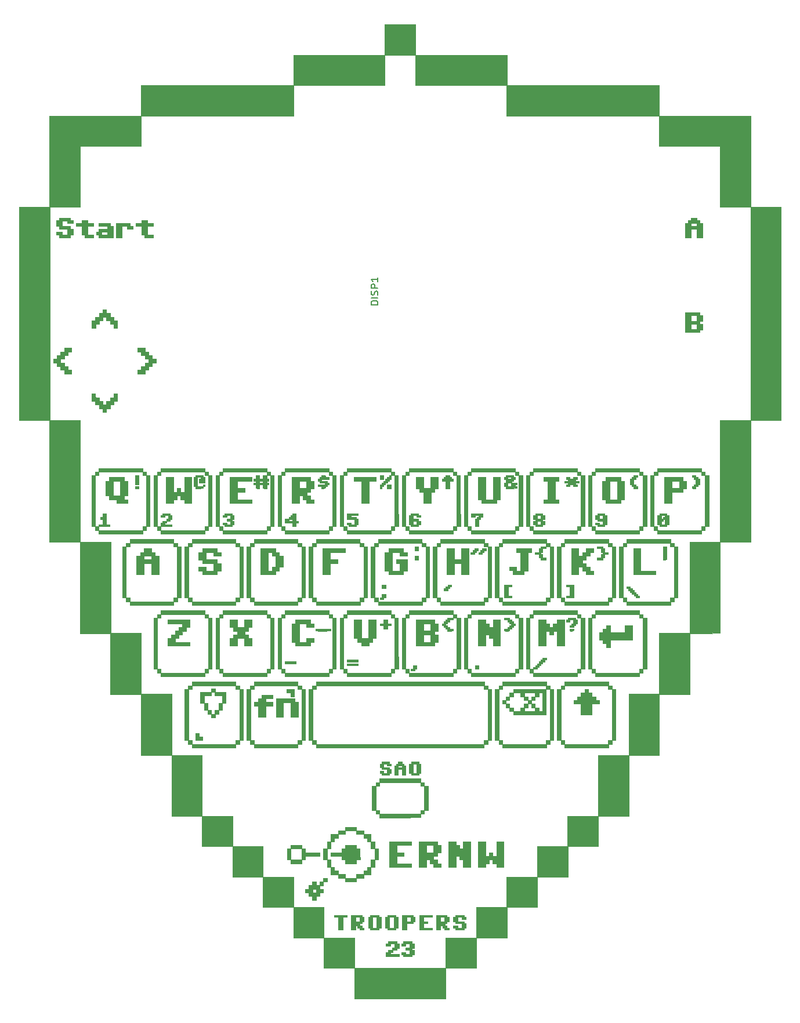
<source format=gbr>
%TF.GenerationSoftware,KiCad,Pcbnew,7.99.0-1.20230226git51d46c0.fc37*%
%TF.CreationDate,2023-03-13T11:31:17+00:00*%
%TF.ProjectId,tr23-outline-test-r1,74723233-2d6f-4757-946c-696e652d7465,rev?*%
%TF.SameCoordinates,Original*%
%TF.FileFunction,Legend,Top*%
%TF.FilePolarity,Positive*%
%FSLAX46Y46*%
G04 Gerber Fmt 4.6, Leading zero omitted, Abs format (unit mm)*
G04 Created by KiCad (PCBNEW 7.99.0-1.20230226git51d46c0.fc37) date 2023-03-13 11:31:17*
%MOMM*%
%LPD*%
G01*
G04 APERTURE LIST*
%ADD10C,0.150000*%
%ADD11C,0.010000*%
G04 APERTURE END LIST*
D10*
%TO.C,DISP1*%
X-28599880Y54047619D02*
X-29599880Y54047619D01*
X-29599880Y54047619D02*
X-29599880Y54285714D01*
X-29599880Y54285714D02*
X-29552261Y54428571D01*
X-29552261Y54428571D02*
X-29457023Y54523809D01*
X-29457023Y54523809D02*
X-29361785Y54571428D01*
X-29361785Y54571428D02*
X-29171309Y54619047D01*
X-29171309Y54619047D02*
X-29028452Y54619047D01*
X-29028452Y54619047D02*
X-28837976Y54571428D01*
X-28837976Y54571428D02*
X-28742738Y54523809D01*
X-28742738Y54523809D02*
X-28647500Y54428571D01*
X-28647500Y54428571D02*
X-28599880Y54285714D01*
X-28599880Y54285714D02*
X-28599880Y54047619D01*
X-28599880Y55047619D02*
X-29599880Y55047619D01*
X-28647500Y55476190D02*
X-28599880Y55619047D01*
X-28599880Y55619047D02*
X-28599880Y55857142D01*
X-28599880Y55857142D02*
X-28647500Y55952380D01*
X-28647500Y55952380D02*
X-28695119Y55999999D01*
X-28695119Y55999999D02*
X-28790357Y56047618D01*
X-28790357Y56047618D02*
X-28885595Y56047618D01*
X-28885595Y56047618D02*
X-28980833Y55999999D01*
X-28980833Y55999999D02*
X-29028452Y55952380D01*
X-29028452Y55952380D02*
X-29076071Y55857142D01*
X-29076071Y55857142D02*
X-29123690Y55666666D01*
X-29123690Y55666666D02*
X-29171309Y55571428D01*
X-29171309Y55571428D02*
X-29218928Y55523809D01*
X-29218928Y55523809D02*
X-29314166Y55476190D01*
X-29314166Y55476190D02*
X-29409404Y55476190D01*
X-29409404Y55476190D02*
X-29504642Y55523809D01*
X-29504642Y55523809D02*
X-29552261Y55571428D01*
X-29552261Y55571428D02*
X-29599880Y55666666D01*
X-29599880Y55666666D02*
X-29599880Y55904761D01*
X-29599880Y55904761D02*
X-29552261Y56047618D01*
X-28599880Y56476190D02*
X-29599880Y56476190D01*
X-29599880Y56476190D02*
X-29599880Y56857142D01*
X-29599880Y56857142D02*
X-29552261Y56952380D01*
X-29552261Y56952380D02*
X-29504642Y56999999D01*
X-29504642Y56999999D02*
X-29409404Y57047618D01*
X-29409404Y57047618D02*
X-29266547Y57047618D01*
X-29266547Y57047618D02*
X-29171309Y56999999D01*
X-29171309Y56999999D02*
X-29123690Y56952380D01*
X-29123690Y56952380D02*
X-29076071Y56857142D01*
X-29076071Y56857142D02*
X-29076071Y56476190D01*
X-28599880Y57999999D02*
X-28599880Y57428571D01*
X-28599880Y57714285D02*
X-29599880Y57714285D01*
X-29599880Y57714285D02*
X-29457023Y57619047D01*
X-29457023Y57619047D02*
X-29361785Y57523809D01*
X-29361785Y57523809D02*
X-29314166Y57428571D01*
%TO.C,GRAPHIC1*%
D11*
X-80968500Y68323500D02*
X-76523500Y68323500D01*
X-76523500Y81658500D01*
X-63177917Y81658500D01*
X-63177917Y86103500D01*
X-40942334Y86103500D01*
X-40942334Y90548500D01*
X-27596750Y90548500D01*
X-27596750Y94993500D01*
X-23141167Y94993500D01*
X-23141167Y90548500D01*
X-9795584Y90548500D01*
X-9795584Y86103500D01*
X12440000Y86103500D01*
X12440000Y81658500D01*
X25785583Y81658500D01*
X25785583Y68323500D01*
X30230583Y68323500D01*
X30230583Y37187334D01*
X25785583Y37187334D01*
X25785583Y19396750D01*
X21340600Y19396750D01*
X21337945Y12726605D01*
X21335291Y6056459D01*
X19110145Y6053788D01*
X16885000Y6051118D01*
X16885000Y-2838833D01*
X12440000Y-2838833D01*
X12440000Y-11739416D01*
X7995000Y-11739416D01*
X7995000Y-20629416D01*
X3539416Y-20629416D01*
X3539416Y-25085000D01*
X-905584Y-25085000D01*
X-905584Y-29530000D01*
X-5350584Y-29530000D01*
X-5350584Y-33975000D01*
X-9795584Y-33975000D01*
X-9795584Y-38420000D01*
X-14251167Y-38420000D01*
X-14251167Y-42875583D01*
X-18696167Y-42875583D01*
X-18696167Y-47320583D01*
X-25367195Y-47320583D01*
X-25742137Y-47320572D01*
X-26111831Y-47320539D01*
X-26475713Y-47320485D01*
X-26833216Y-47320410D01*
X-27183777Y-47320315D01*
X-27526829Y-47320201D01*
X-27861808Y-47320068D01*
X-28188149Y-47319917D01*
X-28505286Y-47319749D01*
X-28812654Y-47319563D01*
X-29109688Y-47319361D01*
X-29395823Y-47319143D01*
X-29670494Y-47318909D01*
X-29933135Y-47318661D01*
X-30183182Y-47318400D01*
X-30420068Y-47318124D01*
X-30643230Y-47317836D01*
X-30852102Y-47317536D01*
X-31046119Y-47317224D01*
X-31224715Y-47316901D01*
X-31387326Y-47316567D01*
X-31533386Y-47316224D01*
X-31662330Y-47315871D01*
X-31773594Y-47315510D01*
X-31866611Y-47315140D01*
X-31940817Y-47314763D01*
X-31995646Y-47314380D01*
X-32030534Y-47313990D01*
X-32044914Y-47313594D01*
X-32045278Y-47313527D01*
X-32045963Y-47302415D01*
X-32046630Y-47271120D01*
X-32047275Y-47220625D01*
X-32047896Y-47151913D01*
X-32048490Y-47065969D01*
X-32049053Y-46963776D01*
X-32049582Y-46846317D01*
X-32050074Y-46714575D01*
X-32050527Y-46569535D01*
X-32050936Y-46412179D01*
X-32051299Y-46243492D01*
X-32051613Y-46064456D01*
X-32051874Y-45876055D01*
X-32052080Y-45679272D01*
X-32052227Y-45475092D01*
X-32052312Y-45264497D01*
X-32052334Y-45091027D01*
X-32052334Y-42875583D01*
X-36497334Y-42875583D01*
X-36497334Y-38420000D01*
X-40942334Y-38420000D01*
X-40942334Y-33975000D01*
X-45387334Y-33975000D01*
X-45387334Y-29530000D01*
X-49842917Y-29530000D01*
X-49842917Y-25085000D01*
X-54287917Y-25085000D01*
X-54287917Y-20629416D01*
X-58732917Y-20629416D01*
X-58732917Y-11739416D01*
X-63177917Y-11739416D01*
X-63177917Y-2838833D01*
X-67633500Y-2838833D01*
X-67633500Y6051167D01*
X-72078500Y6051167D01*
X-72078500Y19396750D01*
X-76523500Y19396750D01*
X-76523500Y37187334D01*
X-80968500Y37187334D01*
X-80968500Y37197917D01*
X-76512917Y37197917D01*
X-72067917Y37197917D01*
X-72067917Y19407334D01*
X-67622917Y19407334D01*
X-67622917Y6061800D01*
X-65397771Y6059129D01*
X-63172625Y6056459D01*
X-63169967Y1614129D01*
X-63167309Y-2828200D01*
X-60947467Y-2830871D01*
X-58727625Y-2833541D01*
X-58722309Y-11728833D01*
X-54277334Y-11728833D01*
X-54277334Y-20618833D01*
X-49832334Y-20618833D01*
X-49832334Y-25074416D01*
X-45376750Y-25074416D01*
X-45376750Y-29519416D01*
X-40931750Y-29519416D01*
X-40931750Y-33964416D01*
X-36486750Y-33964416D01*
X-36486750Y-38409367D01*
X-34266896Y-38412037D01*
X-32047042Y-38414708D01*
X-32044372Y-40639854D01*
X-32041701Y-42865000D01*
X-18706800Y-42865000D01*
X-18704129Y-40639854D01*
X-18701459Y-38414708D01*
X-16481629Y-38412037D01*
X-14261800Y-38409367D01*
X-14259129Y-36189537D01*
X-14256459Y-33969708D01*
X-12031313Y-33967037D01*
X-9806167Y-33964367D01*
X-9806167Y-29519416D01*
X-5361167Y-29519416D01*
X-5361167Y-25074416D01*
X-916217Y-25074416D01*
X-913546Y-22849270D01*
X-910875Y-20624125D01*
X1314270Y-20621454D01*
X3539416Y-20618783D01*
X3539416Y-11728833D01*
X7984416Y-11728833D01*
X7984416Y-2828250D01*
X12429416Y-2828250D01*
X12429416Y6061750D01*
X16874416Y6061750D01*
X16874416Y19407334D01*
X21330000Y19407334D01*
X21330000Y37197917D01*
X25775000Y37197917D01*
X25775000Y68312917D01*
X21330000Y68312917D01*
X21330000Y77192309D01*
X12434708Y77197625D01*
X12432037Y79422771D01*
X12429367Y81647917D01*
X-9806167Y81647917D01*
X-9806167Y86092917D01*
X-23151750Y86092917D01*
X-23151750Y90537917D01*
X-27586167Y90537917D01*
X-27586167Y86092917D01*
X-40931750Y86092917D01*
X-40931750Y81647917D01*
X-63167284Y81647917D01*
X-63169955Y79422771D01*
X-63172625Y77197625D01*
X-72067917Y77192309D01*
X-72067917Y68312917D01*
X-76512917Y68312917D01*
X-76512917Y37197917D01*
X-80968500Y37197917D01*
X-80968500Y68312917D01*
X-80968500Y68323500D01*
G36*
X-80968500Y68323500D02*
G01*
X-76523500Y68323500D01*
X-76523500Y81658500D01*
X-63177917Y81658500D01*
X-63177917Y86103500D01*
X-40942334Y86103500D01*
X-40942334Y90548500D01*
X-27596750Y90548500D01*
X-27596750Y94993500D01*
X-23141167Y94993500D01*
X-23141167Y90548500D01*
X-9795584Y90548500D01*
X-9795584Y86103500D01*
X12440000Y86103500D01*
X12440000Y81658500D01*
X25785583Y81658500D01*
X25785583Y68323500D01*
X30230583Y68323500D01*
X30230583Y37187334D01*
X25785583Y37187334D01*
X25785583Y19396750D01*
X21340600Y19396750D01*
X21337945Y12726605D01*
X21335291Y6056459D01*
X19110145Y6053788D01*
X16885000Y6051118D01*
X16885000Y-2838833D01*
X12440000Y-2838833D01*
X12440000Y-11739416D01*
X7995000Y-11739416D01*
X7995000Y-20629416D01*
X3539416Y-20629416D01*
X3539416Y-25085000D01*
X-905584Y-25085000D01*
X-905584Y-29530000D01*
X-5350584Y-29530000D01*
X-5350584Y-33975000D01*
X-9795584Y-33975000D01*
X-9795584Y-38420000D01*
X-14251167Y-38420000D01*
X-14251167Y-42875583D01*
X-18696167Y-42875583D01*
X-18696167Y-47320583D01*
X-25367195Y-47320583D01*
X-25742137Y-47320572D01*
X-26111831Y-47320539D01*
X-26475713Y-47320485D01*
X-26833216Y-47320410D01*
X-27183777Y-47320315D01*
X-27526829Y-47320201D01*
X-27861808Y-47320068D01*
X-28188149Y-47319917D01*
X-28505286Y-47319749D01*
X-28812654Y-47319563D01*
X-29109688Y-47319361D01*
X-29395823Y-47319143D01*
X-29670494Y-47318909D01*
X-29933135Y-47318661D01*
X-30183182Y-47318400D01*
X-30420068Y-47318124D01*
X-30643230Y-47317836D01*
X-30852102Y-47317536D01*
X-31046119Y-47317224D01*
X-31224715Y-47316901D01*
X-31387326Y-47316567D01*
X-31533386Y-47316224D01*
X-31662330Y-47315871D01*
X-31773594Y-47315510D01*
X-31866611Y-47315140D01*
X-31940817Y-47314763D01*
X-31995646Y-47314380D01*
X-32030534Y-47313990D01*
X-32044914Y-47313594D01*
X-32045278Y-47313527D01*
X-32045963Y-47302415D01*
X-32046630Y-47271120D01*
X-32047275Y-47220625D01*
X-32047896Y-47151913D01*
X-32048490Y-47065969D01*
X-32049053Y-46963776D01*
X-32049582Y-46846317D01*
X-32050074Y-46714575D01*
X-32050527Y-46569535D01*
X-32050936Y-46412179D01*
X-32051299Y-46243492D01*
X-32051613Y-46064456D01*
X-32051874Y-45876055D01*
X-32052080Y-45679272D01*
X-32052227Y-45475092D01*
X-32052312Y-45264497D01*
X-32052334Y-45091027D01*
X-32052334Y-42875583D01*
X-36497334Y-42875583D01*
X-36497334Y-38420000D01*
X-40942334Y-38420000D01*
X-40942334Y-33975000D01*
X-45387334Y-33975000D01*
X-45387334Y-29530000D01*
X-49842917Y-29530000D01*
X-49842917Y-25085000D01*
X-54287917Y-25085000D01*
X-54287917Y-20629416D01*
X-58732917Y-20629416D01*
X-58732917Y-11739416D01*
X-63177917Y-11739416D01*
X-63177917Y-2838833D01*
X-67633500Y-2838833D01*
X-67633500Y6051167D01*
X-72078500Y6051167D01*
X-72078500Y19396750D01*
X-76523500Y19396750D01*
X-76523500Y37187334D01*
X-80968500Y37187334D01*
X-80968500Y37197917D01*
X-76512917Y37197917D01*
X-72067917Y37197917D01*
X-72067917Y19407334D01*
X-67622917Y19407334D01*
X-67622917Y6061800D01*
X-65397771Y6059129D01*
X-63172625Y6056459D01*
X-63169967Y1614129D01*
X-63167309Y-2828200D01*
X-60947467Y-2830871D01*
X-58727625Y-2833541D01*
X-58722309Y-11728833D01*
X-54277334Y-11728833D01*
X-54277334Y-20618833D01*
X-49832334Y-20618833D01*
X-49832334Y-25074416D01*
X-45376750Y-25074416D01*
X-45376750Y-29519416D01*
X-40931750Y-29519416D01*
X-40931750Y-33964416D01*
X-36486750Y-33964416D01*
X-36486750Y-38409367D01*
X-34266896Y-38412037D01*
X-32047042Y-38414708D01*
X-32044372Y-40639854D01*
X-32041701Y-42865000D01*
X-18706800Y-42865000D01*
X-18704129Y-40639854D01*
X-18701459Y-38414708D01*
X-16481629Y-38412037D01*
X-14261800Y-38409367D01*
X-14259129Y-36189537D01*
X-14256459Y-33969708D01*
X-12031313Y-33967037D01*
X-9806167Y-33964367D01*
X-9806167Y-29519416D01*
X-5361167Y-29519416D01*
X-5361167Y-25074416D01*
X-916217Y-25074416D01*
X-913546Y-22849270D01*
X-910875Y-20624125D01*
X1314270Y-20621454D01*
X3539416Y-20618783D01*
X3539416Y-11728833D01*
X7984416Y-11728833D01*
X7984416Y-2828250D01*
X12429416Y-2828250D01*
X12429416Y6061750D01*
X16874416Y6061750D01*
X16874416Y19407334D01*
X21330000Y19407334D01*
X21330000Y37197917D01*
X25775000Y37197917D01*
X25775000Y68312917D01*
X21330000Y68312917D01*
X21330000Y77192309D01*
X12434708Y77197625D01*
X12432037Y79422771D01*
X12429367Y81647917D01*
X-9806167Y81647917D01*
X-9806167Y86092917D01*
X-23151750Y86092917D01*
X-23151750Y90537917D01*
X-27586167Y90537917D01*
X-27586167Y86092917D01*
X-40931750Y86092917D01*
X-40931750Y81647917D01*
X-63167284Y81647917D01*
X-63169955Y79422771D01*
X-63172625Y77197625D01*
X-72067917Y77192309D01*
X-72067917Y68312917D01*
X-76512917Y68312917D01*
X-76512917Y37197917D01*
X-80968500Y37197917D01*
X-80968500Y68312917D01*
X-80968500Y68323500D01*
G37*
X-25850500Y-39298416D02*
X-25543584Y-39298416D01*
X-25543584Y-39922833D01*
X-25850500Y-39922833D01*
X-25850500Y-40229750D01*
X-26474917Y-40229750D01*
X-26474917Y-40547250D01*
X-26781834Y-40547250D01*
X-26781834Y-40843583D01*
X-25543584Y-40843583D01*
X-25543584Y-41161083D01*
X-27416834Y-41161083D01*
X-27416834Y-40536666D01*
X-27099334Y-40536666D01*
X-27099334Y-40219166D01*
X-26485500Y-40219166D01*
X-26485500Y-39912250D01*
X-26178584Y-39912250D01*
X-26178584Y-39298416D01*
X-26781834Y-39298416D01*
X-26781834Y-39615916D01*
X-27416834Y-39615916D01*
X-27416834Y-39298416D01*
X-27099334Y-39298416D01*
X-27099334Y-38980916D01*
X-25850500Y-38980916D01*
X-25850500Y-39298416D01*
G36*
X-25850500Y-39298416D02*
G01*
X-25543584Y-39298416D01*
X-25543584Y-39922833D01*
X-25850500Y-39922833D01*
X-25850500Y-40229750D01*
X-26474917Y-40229750D01*
X-26474917Y-40547250D01*
X-26781834Y-40547250D01*
X-26781834Y-40843583D01*
X-25543584Y-40843583D01*
X-25543584Y-41161083D01*
X-27416834Y-41161083D01*
X-27416834Y-40536666D01*
X-27099334Y-40536666D01*
X-27099334Y-40219166D01*
X-26485500Y-40219166D01*
X-26485500Y-39912250D01*
X-26178584Y-39912250D01*
X-26178584Y-39298416D01*
X-26781834Y-39298416D01*
X-26781834Y-39615916D01*
X-27416834Y-39615916D01*
X-27416834Y-39298416D01*
X-27099334Y-39298416D01*
X-27099334Y-38980916D01*
X-25850500Y-38980916D01*
X-25850500Y-39298416D01*
G37*
X-23638584Y-39298416D02*
X-23331667Y-39298416D01*
X-23331667Y-39922833D01*
X-23638584Y-39922833D01*
X-23638584Y-40219166D01*
X-23331667Y-40219166D01*
X-23331667Y-40854166D01*
X-23638584Y-40854166D01*
X-23638584Y-41161083D01*
X-24887417Y-41161083D01*
X-24887417Y-40854166D01*
X-25194334Y-40854166D01*
X-25194334Y-40536666D01*
X-24569917Y-40536666D01*
X-24569917Y-40843583D01*
X-23956084Y-40843583D01*
X-23956084Y-40229750D01*
X-24580500Y-40229750D01*
X-24580500Y-39912250D01*
X-23956084Y-39912250D01*
X-23956084Y-39298416D01*
X-24569917Y-39298416D01*
X-24569917Y-39615916D01*
X-25194334Y-39615916D01*
X-25194334Y-39298416D01*
X-24887417Y-39298416D01*
X-24887417Y-38980916D01*
X-23638584Y-38980916D01*
X-23638584Y-39298416D01*
G36*
X-23638584Y-39298416D02*
G01*
X-23331667Y-39298416D01*
X-23331667Y-39922833D01*
X-23638584Y-39922833D01*
X-23638584Y-40219166D01*
X-23331667Y-40219166D01*
X-23331667Y-40854166D01*
X-23638584Y-40854166D01*
X-23638584Y-41161083D01*
X-24887417Y-41161083D01*
X-24887417Y-40854166D01*
X-25194334Y-40854166D01*
X-25194334Y-40536666D01*
X-24569917Y-40536666D01*
X-24569917Y-40843583D01*
X-23956084Y-40843583D01*
X-23956084Y-40229750D01*
X-24580500Y-40229750D01*
X-24580500Y-39912250D01*
X-23956084Y-39912250D01*
X-23956084Y-39298416D01*
X-24569917Y-39298416D01*
X-24569917Y-39615916D01*
X-25194334Y-39615916D01*
X-25194334Y-39298416D01*
X-24887417Y-39298416D01*
X-24887417Y-38980916D01*
X-23638584Y-38980916D01*
X-23638584Y-39298416D01*
G37*
X-33121250Y-35424916D02*
X-33735084Y-35424916D01*
X-33735084Y-37287583D01*
X-34370084Y-37287583D01*
X-34370084Y-35424916D01*
X-34983917Y-35424916D01*
X-34983917Y-35107416D01*
X-33121250Y-35107416D01*
X-33121250Y-35424916D01*
G36*
X-33121250Y-35424916D02*
G01*
X-33735084Y-35424916D01*
X-33735084Y-37287583D01*
X-34370084Y-37287583D01*
X-34370084Y-35424916D01*
X-34983917Y-35424916D01*
X-34983917Y-35107416D01*
X-33121250Y-35107416D01*
X-33121250Y-35424916D01*
G37*
X-30951667Y-35414333D02*
X-30633852Y-35414333D01*
X-30636656Y-35729187D01*
X-30639459Y-36044041D01*
X-30951667Y-36049899D01*
X-30951667Y-36356250D01*
X-31258584Y-36356250D01*
X-31258584Y-36652583D01*
X-30951667Y-36652583D01*
X-30951667Y-36970083D01*
X-30634167Y-36970083D01*
X-30634167Y-37287583D01*
X-31269167Y-37287583D01*
X-31269167Y-36981247D01*
X-31419980Y-36978311D01*
X-31570792Y-36975375D01*
X-31573721Y-36819270D01*
X-31576650Y-36663166D01*
X-31872097Y-36663166D01*
X-31874903Y-36972729D01*
X-31877709Y-37282291D01*
X-32192563Y-37285094D01*
X-32507417Y-37287898D01*
X-32507417Y-35424916D01*
X-31872417Y-35424916D01*
X-31872417Y-36038750D01*
X-31269167Y-36038750D01*
X-31269167Y-35424916D01*
X-31872417Y-35424916D01*
X-32507417Y-35424916D01*
X-32507417Y-35107416D01*
X-30951667Y-35107416D01*
X-30951667Y-35414333D01*
G36*
X-30951667Y-35414333D02*
G01*
X-30633852Y-35414333D01*
X-30636656Y-35729187D01*
X-30639459Y-36044041D01*
X-30951667Y-36049899D01*
X-30951667Y-36356250D01*
X-31258584Y-36356250D01*
X-31258584Y-36652583D01*
X-30951667Y-36652583D01*
X-30951667Y-36970083D01*
X-30634167Y-36970083D01*
X-30634167Y-37287583D01*
X-31269167Y-37287583D01*
X-31269167Y-36981247D01*
X-31419980Y-36978311D01*
X-31570792Y-36975375D01*
X-31573721Y-36819270D01*
X-31576650Y-36663166D01*
X-31872097Y-36663166D01*
X-31874903Y-36972729D01*
X-31877709Y-37282291D01*
X-32192563Y-37285094D01*
X-32507417Y-37287898D01*
X-32507417Y-35424916D01*
X-31872417Y-35424916D01*
X-31872417Y-36038750D01*
X-31269167Y-36038750D01*
X-31269167Y-35424916D01*
X-31872417Y-35424916D01*
X-32507417Y-35424916D01*
X-32507417Y-35107416D01*
X-30951667Y-35107416D01*
X-30951667Y-35414333D01*
G37*
X-28464584Y-35414333D02*
X-28157531Y-35414333D01*
X-28162959Y-36975375D01*
X-28313771Y-36978311D01*
X-28464584Y-36981247D01*
X-28464584Y-37287583D01*
X-29713417Y-37287583D01*
X-29713417Y-36981232D01*
X-29869521Y-36978303D01*
X-30025625Y-36975375D01*
X-30028340Y-36194854D01*
X-30031017Y-35424916D01*
X-29395917Y-35424916D01*
X-29395917Y-36970083D01*
X-28782084Y-36970083D01*
X-28782084Y-35424916D01*
X-29395917Y-35424916D01*
X-30031017Y-35424916D01*
X-30031054Y-35414333D01*
X-29713417Y-35414333D01*
X-29713417Y-35107416D01*
X-28464584Y-35107416D01*
X-28464584Y-35414333D01*
G36*
X-28464584Y-35414333D02*
G01*
X-28157531Y-35414333D01*
X-28162959Y-36975375D01*
X-28313771Y-36978311D01*
X-28464584Y-36981247D01*
X-28464584Y-37287583D01*
X-29713417Y-37287583D01*
X-29713417Y-36981232D01*
X-29869521Y-36978303D01*
X-30025625Y-36975375D01*
X-30028340Y-36194854D01*
X-30031017Y-35424916D01*
X-29395917Y-35424916D01*
X-29395917Y-36970083D01*
X-28782084Y-36970083D01*
X-28782084Y-35424916D01*
X-29395917Y-35424916D01*
X-30031017Y-35424916D01*
X-30031054Y-35414333D01*
X-29713417Y-35414333D01*
X-29713417Y-35107416D01*
X-28464584Y-35107416D01*
X-28464584Y-35414333D01*
G37*
X-25988084Y-35414333D02*
X-25681167Y-35414333D01*
X-25681167Y-36980666D01*
X-25988084Y-36980666D01*
X-25988084Y-37287583D01*
X-27236917Y-37287583D01*
X-27236917Y-36981247D01*
X-27387730Y-36978311D01*
X-27538542Y-36975375D01*
X-27543933Y-35424916D01*
X-26919417Y-35424916D01*
X-26919417Y-36970083D01*
X-26305584Y-36970083D01*
X-26305584Y-35424916D01*
X-26919417Y-35424916D01*
X-27543933Y-35424916D01*
X-27543970Y-35414333D01*
X-27236917Y-35414333D01*
X-27236917Y-35107416D01*
X-25988084Y-35107416D01*
X-25988084Y-35414333D01*
G36*
X-25988084Y-35414333D02*
G01*
X-25681167Y-35414333D01*
X-25681167Y-36980666D01*
X-25988084Y-36980666D01*
X-25988084Y-37287583D01*
X-27236917Y-37287583D01*
X-27236917Y-36981247D01*
X-27387730Y-36978311D01*
X-27538542Y-36975375D01*
X-27543933Y-35424916D01*
X-26919417Y-35424916D01*
X-26919417Y-36970083D01*
X-26305584Y-36970083D01*
X-26305584Y-35424916D01*
X-26919417Y-35424916D01*
X-27543933Y-35424916D01*
X-27543970Y-35414333D01*
X-27236917Y-35414333D01*
X-27236917Y-35107416D01*
X-25988084Y-35107416D01*
X-25988084Y-35414333D01*
G37*
X-23501000Y-35414333D02*
X-23194084Y-35414333D01*
X-23194084Y-36049333D01*
X-23500419Y-36049333D01*
X-23503356Y-36200145D01*
X-23506292Y-36350958D01*
X-24432334Y-36356472D01*
X-24432334Y-37287583D01*
X-25067334Y-37287583D01*
X-25067334Y-35424916D01*
X-24432334Y-35424916D01*
X-24432334Y-36038750D01*
X-23829084Y-36038750D01*
X-23829084Y-35424916D01*
X-24432334Y-35424916D01*
X-25067334Y-35424916D01*
X-25067334Y-35107416D01*
X-23501000Y-35107416D01*
X-23501000Y-35414333D01*
G36*
X-23501000Y-35414333D02*
G01*
X-23194084Y-35414333D01*
X-23194084Y-36049333D01*
X-23500419Y-36049333D01*
X-23503356Y-36200145D01*
X-23506292Y-36350958D01*
X-24432334Y-36356472D01*
X-24432334Y-37287583D01*
X-25067334Y-37287583D01*
X-25067334Y-35424916D01*
X-24432334Y-35424916D01*
X-24432334Y-36038750D01*
X-23829084Y-36038750D01*
X-23829084Y-35424916D01*
X-24432334Y-35424916D01*
X-25067334Y-35424916D01*
X-25067334Y-35107416D01*
X-23501000Y-35107416D01*
X-23501000Y-35414333D01*
G37*
X-20717584Y-35424916D02*
X-21955834Y-35424916D01*
X-21955834Y-36038750D01*
X-21331417Y-36038750D01*
X-21331417Y-36356250D01*
X-21955834Y-36356250D01*
X-21955834Y-36970083D01*
X-20717584Y-36970083D01*
X-20717584Y-37287583D01*
X-22580250Y-37287583D01*
X-22580250Y-35107416D01*
X-20717584Y-35107416D01*
X-20717584Y-35424916D01*
G36*
X-20717584Y-35424916D02*
G01*
X-21955834Y-35424916D01*
X-21955834Y-36038750D01*
X-21331417Y-36038750D01*
X-21331417Y-36356250D01*
X-21955834Y-36356250D01*
X-21955834Y-36970083D01*
X-20717584Y-36970083D01*
X-20717584Y-37287583D01*
X-22580250Y-37287583D01*
X-22580250Y-35107416D01*
X-20717584Y-35107416D01*
X-20717584Y-35424916D01*
G37*
X-18548000Y-35413767D02*
X-18235792Y-35419625D01*
X-18235792Y-36044041D01*
X-18548000Y-36049899D01*
X-18548000Y-36356250D01*
X-18854917Y-36356250D01*
X-18854917Y-36652583D01*
X-18548000Y-36652583D01*
X-18548000Y-36970083D01*
X-18229935Y-36970083D01*
X-18232863Y-37126187D01*
X-18235792Y-37282291D01*
X-18550646Y-37285094D01*
X-18865500Y-37287898D01*
X-18865500Y-36981247D01*
X-19016313Y-36978311D01*
X-19167125Y-36975375D01*
X-19170054Y-36819270D01*
X-19172983Y-36663166D01*
X-19479334Y-36663166D01*
X-19479334Y-37287583D01*
X-20103750Y-37287583D01*
X-20103750Y-35424916D01*
X-19479334Y-35424916D01*
X-19479334Y-36038750D01*
X-18865500Y-36038750D01*
X-18865500Y-35424916D01*
X-19479334Y-35424916D01*
X-20103750Y-35424916D01*
X-20103750Y-35107416D01*
X-18548000Y-35107416D01*
X-18548000Y-35413767D01*
G36*
X-18548000Y-35413767D02*
G01*
X-18235792Y-35419625D01*
X-18235792Y-36044041D01*
X-18548000Y-36049899D01*
X-18548000Y-36356250D01*
X-18854917Y-36356250D01*
X-18854917Y-36652583D01*
X-18548000Y-36652583D01*
X-18548000Y-36970083D01*
X-18229935Y-36970083D01*
X-18232863Y-37126187D01*
X-18235792Y-37282291D01*
X-18550646Y-37285094D01*
X-18865500Y-37287898D01*
X-18865500Y-36981247D01*
X-19016313Y-36978311D01*
X-19167125Y-36975375D01*
X-19170054Y-36819270D01*
X-19172983Y-36663166D01*
X-19479334Y-36663166D01*
X-19479334Y-37287583D01*
X-20103750Y-37287583D01*
X-20103750Y-35424916D01*
X-19479334Y-35424916D01*
X-19479334Y-36038750D01*
X-18865500Y-36038750D01*
X-18865500Y-35424916D01*
X-19479334Y-35424916D01*
X-20103750Y-35424916D01*
X-20103750Y-35107416D01*
X-18548000Y-35107416D01*
X-18548000Y-35413767D01*
G37*
X-16060917Y-35414333D02*
X-15754000Y-35414333D01*
X-15754000Y-35731833D01*
X-16389000Y-35731833D01*
X-16389000Y-35424916D01*
X-16992250Y-35424916D01*
X-16992250Y-36038750D01*
X-16060917Y-36038750D01*
X-16060917Y-36345666D01*
X-15753686Y-36345666D01*
X-15756489Y-36660520D01*
X-15759292Y-36975375D01*
X-15910105Y-36978311D01*
X-16060917Y-36981247D01*
X-16060917Y-37287583D01*
X-17309750Y-37287583D01*
X-17309750Y-36981232D01*
X-17465855Y-36978303D01*
X-17621959Y-36975375D01*
X-17624880Y-36813979D01*
X-17627802Y-36652583D01*
X-16992250Y-36652583D01*
X-16992250Y-36970083D01*
X-16389000Y-36970083D01*
X-16389000Y-36356250D01*
X-17309750Y-36356250D01*
X-17309750Y-36049899D01*
X-17465855Y-36046970D01*
X-17621959Y-36044041D01*
X-17627565Y-35414333D01*
X-17309750Y-35414333D01*
X-17309750Y-35107416D01*
X-16060917Y-35107416D01*
X-16060917Y-35414333D01*
G36*
X-16060917Y-35414333D02*
G01*
X-15754000Y-35414333D01*
X-15754000Y-35731833D01*
X-16389000Y-35731833D01*
X-16389000Y-35424916D01*
X-16992250Y-35424916D01*
X-16992250Y-36038750D01*
X-16060917Y-36038750D01*
X-16060917Y-36345666D01*
X-15753686Y-36345666D01*
X-15756489Y-36660520D01*
X-15759292Y-36975375D01*
X-15910105Y-36978311D01*
X-16060917Y-36981247D01*
X-16060917Y-37287583D01*
X-17309750Y-37287583D01*
X-17309750Y-36981232D01*
X-17465855Y-36978303D01*
X-17621959Y-36975375D01*
X-17624880Y-36813979D01*
X-17627802Y-36652583D01*
X-16992250Y-36652583D01*
X-16992250Y-36970083D01*
X-16389000Y-36970083D01*
X-16389000Y-36356250D01*
X-17309750Y-36356250D01*
X-17309750Y-36049899D01*
X-17465855Y-36046970D01*
X-17621959Y-36044041D01*
X-17627565Y-35414333D01*
X-17309750Y-35414333D01*
X-17309750Y-35107416D01*
X-16060917Y-35107416D01*
X-16060917Y-35414333D01*
G37*
X-36021084Y-30239083D02*
X-36560834Y-30239083D01*
X-36560834Y-30778833D01*
X-37090000Y-30778833D01*
X-37090000Y-31297416D01*
X-36560834Y-31297416D01*
X-36560834Y-31837166D01*
X-37090000Y-31837166D01*
X-37090000Y-32376916D01*
X-37629750Y-32376916D01*
X-37629750Y-32906083D01*
X-38169500Y-32906083D01*
X-38169500Y-32376916D01*
X-38698667Y-32376916D01*
X-38698667Y-31837166D01*
X-39238417Y-31837166D01*
X-39238417Y-31308000D01*
X-38158917Y-31308000D01*
X-38158917Y-31826583D01*
X-37640334Y-31826583D01*
X-37640334Y-31308000D01*
X-38158917Y-31308000D01*
X-39238417Y-31308000D01*
X-39238417Y-31297416D01*
X-38698667Y-31297416D01*
X-38698667Y-30768250D01*
X-38169500Y-30768250D01*
X-38169500Y-30228500D01*
X-37629750Y-30228500D01*
X-37629750Y-30768250D01*
X-37100584Y-30768250D01*
X-37100584Y-30228500D01*
X-36571417Y-30228500D01*
X-36571417Y-29699333D01*
X-36021084Y-29699333D01*
X-36021084Y-30239083D01*
G36*
X-36021084Y-30239083D02*
G01*
X-36560834Y-30239083D01*
X-36560834Y-30778833D01*
X-37090000Y-30778833D01*
X-37090000Y-31297416D01*
X-36560834Y-31297416D01*
X-36560834Y-31837166D01*
X-37090000Y-31837166D01*
X-37090000Y-32376916D01*
X-37629750Y-32376916D01*
X-37629750Y-32906083D01*
X-38169500Y-32906083D01*
X-38169500Y-32376916D01*
X-38698667Y-32376916D01*
X-38698667Y-31837166D01*
X-39238417Y-31837166D01*
X-39238417Y-31308000D01*
X-38158917Y-31308000D01*
X-38158917Y-31826583D01*
X-37640334Y-31826583D01*
X-37640334Y-31308000D01*
X-38158917Y-31308000D01*
X-39238417Y-31308000D01*
X-39238417Y-31297416D01*
X-38698667Y-31297416D01*
X-38698667Y-30768250D01*
X-38169500Y-30768250D01*
X-38169500Y-30228500D01*
X-37629750Y-30228500D01*
X-37629750Y-30768250D01*
X-37100584Y-30768250D01*
X-37100584Y-30228500D01*
X-36571417Y-30228500D01*
X-36571417Y-29699333D01*
X-36021084Y-29699333D01*
X-36021084Y-30239083D01*
G37*
X-36571417Y-25423666D02*
X-36031667Y-25423666D01*
X-36031667Y-24354750D01*
X-35502500Y-24354750D01*
X-35502500Y-23296416D01*
X-34433584Y-23296416D01*
X-34433584Y-22756666D01*
X-33364667Y-22756666D01*
X-33364667Y-22227500D01*
X-31756000Y-22227500D01*
X-31756000Y-22756666D01*
X-30687084Y-22756666D01*
X-30687084Y-23296416D01*
X-29618167Y-23296416D01*
X-29618167Y-24354750D01*
X-29089000Y-24354750D01*
X-29089000Y-25423666D01*
X-28549250Y-25423666D01*
X-28549250Y-27032333D01*
X-29089000Y-27032333D01*
X-29089000Y-28101250D01*
X-29618167Y-28101250D01*
X-29618167Y-29170166D01*
X-30687084Y-29170166D01*
X-30687084Y-29709916D01*
X-31756000Y-29709916D01*
X-31756000Y-30239083D01*
X-33364667Y-30239083D01*
X-33364667Y-29709916D01*
X-34433584Y-29709916D01*
X-34433584Y-29170166D01*
X-35502500Y-29170166D01*
X-35502500Y-28101250D01*
X-36031667Y-28101250D01*
X-36031667Y-27032333D01*
X-36021084Y-27032333D01*
X-35491917Y-27032333D01*
X-35491917Y-28090303D01*
X-35224688Y-28093130D01*
X-34957459Y-28095958D01*
X-34954631Y-28363187D01*
X-34951804Y-28630416D01*
X-34423000Y-28630416D01*
X-34423000Y-29159583D01*
X-33354084Y-29159583D01*
X-33354084Y-29699333D01*
X-31766584Y-29699333D01*
X-31766584Y-29159583D01*
X-30697667Y-29159583D01*
X-30697667Y-28630416D01*
X-30157917Y-28630416D01*
X-30157917Y-28090666D01*
X-29628750Y-28090666D01*
X-29628750Y-27032333D01*
X-29099584Y-27032333D01*
X-29099584Y-25434250D01*
X-29628750Y-25434250D01*
X-29628750Y-24365333D01*
X-30157917Y-24365333D01*
X-30157917Y-23836166D01*
X-30697667Y-23836166D01*
X-30697667Y-23296416D01*
X-31766584Y-23296416D01*
X-31766584Y-22767250D01*
X-33354084Y-22767250D01*
X-33354084Y-23296416D01*
X-34423000Y-23296416D01*
X-34423000Y-23836166D01*
X-34952167Y-23836166D01*
X-34952167Y-24365333D01*
X-35491917Y-24365333D01*
X-35491917Y-25434250D01*
X-36021084Y-25434250D01*
X-36021084Y-27032333D01*
X-36031667Y-27032333D01*
X-36571417Y-27032333D01*
X-36571417Y-25434250D01*
X-36571417Y-25423666D01*
G36*
X-36571417Y-25423666D02*
G01*
X-36031667Y-25423666D01*
X-36031667Y-24354750D01*
X-35502500Y-24354750D01*
X-35502500Y-23296416D01*
X-34433584Y-23296416D01*
X-34433584Y-22756666D01*
X-33364667Y-22756666D01*
X-33364667Y-22227500D01*
X-31756000Y-22227500D01*
X-31756000Y-22756666D01*
X-30687084Y-22756666D01*
X-30687084Y-23296416D01*
X-29618167Y-23296416D01*
X-29618167Y-24354750D01*
X-29089000Y-24354750D01*
X-29089000Y-25423666D01*
X-28549250Y-25423666D01*
X-28549250Y-27032333D01*
X-29089000Y-27032333D01*
X-29089000Y-28101250D01*
X-29618167Y-28101250D01*
X-29618167Y-29170166D01*
X-30687084Y-29170166D01*
X-30687084Y-29709916D01*
X-31756000Y-29709916D01*
X-31756000Y-30239083D01*
X-33364667Y-30239083D01*
X-33364667Y-29709916D01*
X-34433584Y-29709916D01*
X-34433584Y-29170166D01*
X-35502500Y-29170166D01*
X-35502500Y-28101250D01*
X-36031667Y-28101250D01*
X-36031667Y-27032333D01*
X-36021084Y-27032333D01*
X-35491917Y-27032333D01*
X-35491917Y-28090303D01*
X-35224688Y-28093130D01*
X-34957459Y-28095958D01*
X-34954631Y-28363187D01*
X-34951804Y-28630416D01*
X-34423000Y-28630416D01*
X-34423000Y-29159583D01*
X-33354084Y-29159583D01*
X-33354084Y-29699333D01*
X-31766584Y-29699333D01*
X-31766584Y-29159583D01*
X-30697667Y-29159583D01*
X-30697667Y-28630416D01*
X-30157917Y-28630416D01*
X-30157917Y-28090666D01*
X-29628750Y-28090666D01*
X-29628750Y-27032333D01*
X-29099584Y-27032333D01*
X-29099584Y-25434250D01*
X-29628750Y-25434250D01*
X-29628750Y-24365333D01*
X-30157917Y-24365333D01*
X-30157917Y-23836166D01*
X-30697667Y-23836166D01*
X-30697667Y-23296416D01*
X-31766584Y-23296416D01*
X-31766584Y-22767250D01*
X-33354084Y-22767250D01*
X-33354084Y-23296416D01*
X-34423000Y-23296416D01*
X-34423000Y-23836166D01*
X-34952167Y-23836166D01*
X-34952167Y-24365333D01*
X-35491917Y-24365333D01*
X-35491917Y-25434250D01*
X-36021084Y-25434250D01*
X-36021084Y-27032333D01*
X-36031667Y-27032333D01*
X-36571417Y-27032333D01*
X-36571417Y-25434250D01*
X-36571417Y-25423666D01*
G37*
X-23712667Y-24883916D02*
X-25871667Y-24883916D01*
X-25871667Y-25952639D01*
X-24797459Y-25958125D01*
X-24794634Y-26230645D01*
X-24791810Y-26503166D01*
X-25871667Y-26503166D01*
X-25871667Y-27572083D01*
X-23712667Y-27572083D01*
X-23712667Y-28122416D01*
X-26961750Y-28122416D01*
X-26961750Y-24344166D01*
X-23712667Y-24344166D01*
X-23712667Y-24883916D01*
G36*
X-23712667Y-24883916D02*
G01*
X-25871667Y-24883916D01*
X-25871667Y-25952639D01*
X-24797459Y-25958125D01*
X-24794634Y-26230645D01*
X-24791810Y-26503166D01*
X-25871667Y-26503166D01*
X-25871667Y-27572083D01*
X-23712667Y-27572083D01*
X-23712667Y-28122416D01*
X-26961750Y-28122416D01*
X-26961750Y-24344166D01*
X-23712667Y-24344166D01*
X-23712667Y-24883916D01*
G37*
X-19934417Y-24883916D02*
X-19405250Y-24883916D01*
X-19405250Y-25963416D01*
X-19934417Y-25963416D01*
X-19934417Y-26503166D01*
X-20474167Y-26503166D01*
X-20474167Y-27031969D01*
X-19939709Y-27037625D01*
X-19936881Y-27304854D01*
X-19934054Y-27572083D01*
X-19405250Y-27572083D01*
X-19405250Y-28122416D01*
X-20484750Y-28122416D01*
X-20484750Y-27582666D01*
X-21024500Y-27582666D01*
X-21024500Y-27042916D01*
X-21553667Y-27042916D01*
X-21553667Y-28122416D01*
X-22643750Y-28122416D01*
X-22643750Y-24883916D01*
X-21553667Y-24883916D01*
X-21553667Y-25952833D01*
X-20484750Y-25952833D01*
X-20484750Y-24883916D01*
X-21553667Y-24883916D01*
X-22643750Y-24883916D01*
X-22643750Y-24344166D01*
X-19934417Y-24344166D01*
X-19934417Y-24883916D01*
G36*
X-19934417Y-24883916D02*
G01*
X-19405250Y-24883916D01*
X-19405250Y-25963416D01*
X-19934417Y-25963416D01*
X-19934417Y-26503166D01*
X-20474167Y-26503166D01*
X-20474167Y-27031969D01*
X-19939709Y-27037625D01*
X-19936881Y-27304854D01*
X-19934054Y-27572083D01*
X-19405250Y-27572083D01*
X-19405250Y-28122416D01*
X-20484750Y-28122416D01*
X-20484750Y-27582666D01*
X-21024500Y-27582666D01*
X-21024500Y-27042916D01*
X-21553667Y-27042916D01*
X-21553667Y-28122416D01*
X-22643750Y-28122416D01*
X-22643750Y-24883916D01*
X-21553667Y-24883916D01*
X-21553667Y-25952833D01*
X-20484750Y-25952833D01*
X-20484750Y-24883916D01*
X-21553667Y-24883916D01*
X-22643750Y-24883916D01*
X-22643750Y-24344166D01*
X-19934417Y-24344166D01*
X-19934417Y-24883916D01*
G37*
X-17246250Y-24883916D02*
X-16706500Y-24883916D01*
X-16706500Y-25423666D01*
X-16177334Y-25423666D01*
X-16177334Y-24344166D01*
X-15087250Y-24344166D01*
X-15087250Y-28122416D01*
X-16177334Y-28122416D01*
X-16177334Y-27042916D01*
X-16717084Y-27042916D01*
X-16717084Y-26503166D01*
X-17246250Y-26503166D01*
X-17246250Y-28122416D01*
X-18325750Y-28122416D01*
X-18325750Y-24344166D01*
X-17246250Y-24344166D01*
X-17246250Y-24883916D01*
G36*
X-17246250Y-24883916D02*
G01*
X-16706500Y-24883916D01*
X-16706500Y-25423666D01*
X-16177334Y-25423666D01*
X-16177334Y-24344166D01*
X-15087250Y-24344166D01*
X-15087250Y-28122416D01*
X-16177334Y-28122416D01*
X-16177334Y-27042916D01*
X-16717084Y-27042916D01*
X-16717084Y-26503166D01*
X-17246250Y-26503166D01*
X-17246250Y-28122416D01*
X-18325750Y-28122416D01*
X-18325750Y-24344166D01*
X-17246250Y-24344166D01*
X-17246250Y-24883916D01*
G37*
X-12928250Y-26492583D02*
X-12399447Y-26492583D01*
X-12396620Y-26225354D01*
X-12393792Y-25958125D01*
X-11854042Y-25958125D01*
X-11851215Y-26225354D01*
X-11848387Y-26492583D01*
X-11319584Y-26492583D01*
X-11319584Y-24344166D01*
X-10229500Y-24344166D01*
X-10229500Y-28122416D01*
X-11319584Y-28122416D01*
X-11319584Y-27582666D01*
X-11859334Y-27582666D01*
X-11859334Y-27042916D01*
X-12388500Y-27042916D01*
X-12388500Y-27582666D01*
X-12928250Y-27582666D01*
X-12928250Y-28122416D01*
X-14018334Y-28122416D01*
X-14018334Y-24344166D01*
X-12928250Y-24344166D01*
X-12928250Y-26492583D01*
G36*
X-12928250Y-26492583D02*
G01*
X-12399447Y-26492583D01*
X-12396620Y-26225354D01*
X-12393792Y-25958125D01*
X-11854042Y-25958125D01*
X-11851215Y-26225354D01*
X-11848387Y-26492583D01*
X-11319584Y-26492583D01*
X-11319584Y-24344166D01*
X-10229500Y-24344166D01*
X-10229500Y-28122416D01*
X-11319584Y-28122416D01*
X-11319584Y-27582666D01*
X-11859334Y-27582666D01*
X-11859334Y-27042916D01*
X-12388500Y-27042916D01*
X-12388500Y-27582666D01*
X-12928250Y-27582666D01*
X-12928250Y-28122416D01*
X-14018334Y-28122416D01*
X-14018334Y-24344166D01*
X-12928250Y-24344166D01*
X-12928250Y-26492583D01*
G37*
X-40542813Y-24886495D02*
X-39741125Y-24889208D01*
X-39738298Y-25156437D01*
X-39735470Y-25423666D01*
X-39206667Y-25423666D01*
X-39206667Y-25952833D01*
X-37068834Y-25952833D01*
X-37068834Y-26503166D01*
X-39206667Y-26503166D01*
X-39206667Y-27032333D01*
X-39735834Y-27032333D01*
X-39735834Y-27561500D01*
X-41344500Y-27561500D01*
X-41344500Y-27032333D01*
X-41884250Y-27032333D01*
X-41884250Y-25434250D01*
X-41344500Y-25434250D01*
X-41344500Y-27021750D01*
X-39746417Y-27021750D01*
X-39746417Y-25434250D01*
X-41344500Y-25434250D01*
X-41884250Y-25434250D01*
X-41884250Y-25423666D01*
X-41344500Y-25423666D01*
X-41344500Y-24883783D01*
X-40542813Y-24886495D01*
G36*
X-40542813Y-24886495D02*
G01*
X-39741125Y-24889208D01*
X-39738298Y-25156437D01*
X-39735470Y-25423666D01*
X-39206667Y-25423666D01*
X-39206667Y-25952833D01*
X-37068834Y-25952833D01*
X-37068834Y-26503166D01*
X-39206667Y-26503166D01*
X-39206667Y-27032333D01*
X-39735834Y-27032333D01*
X-39735834Y-27561500D01*
X-41344500Y-27561500D01*
X-41344500Y-27032333D01*
X-41884250Y-27032333D01*
X-41884250Y-25434250D01*
X-41344500Y-25434250D01*
X-41344500Y-27021750D01*
X-39746417Y-27021750D01*
X-39746417Y-25434250D01*
X-41344500Y-25434250D01*
X-41884250Y-25434250D01*
X-41884250Y-25423666D01*
X-41344500Y-25423666D01*
X-41344500Y-24883783D01*
X-40542813Y-24886495D01*
G37*
X-29448834Y-16237333D02*
X-28919667Y-16237333D01*
X-28919667Y-15708166D01*
X-28379917Y-15708166D01*
X-28379917Y-15168379D01*
X-25371605Y-15171044D01*
X-22363292Y-15173708D01*
X-22360465Y-15440937D01*
X-22357637Y-15708166D01*
X-21828834Y-15708166D01*
X-21828834Y-16237333D01*
X-21289084Y-16237333D01*
X-21289084Y-19803916D01*
X-21828834Y-19803916D01*
X-21828834Y-20333083D01*
X-22357637Y-20333083D01*
X-22360465Y-20600312D01*
X-22363292Y-20867541D01*
X-25371605Y-20870205D01*
X-28379917Y-20872870D01*
X-28379917Y-20333083D01*
X-28919667Y-20333083D01*
X-28919667Y-19803916D01*
X-29448834Y-19803916D01*
X-29448834Y-19793333D01*
X-28909084Y-19793333D01*
X-28369334Y-19793333D01*
X-28369334Y-20322500D01*
X-22368584Y-20322500D01*
X-22368584Y-19793333D01*
X-21839417Y-19793333D01*
X-21839417Y-16247916D01*
X-22368584Y-16247916D01*
X-22368584Y-15718750D01*
X-28369334Y-15718750D01*
X-28369334Y-16247916D01*
X-28909084Y-16247916D01*
X-28909084Y-19793333D01*
X-29448834Y-19793333D01*
X-29448834Y-16247916D01*
X-29448834Y-16237333D01*
G36*
X-29448834Y-16237333D02*
G01*
X-28919667Y-16237333D01*
X-28919667Y-15708166D01*
X-28379917Y-15708166D01*
X-28379917Y-15168379D01*
X-25371605Y-15171044D01*
X-22363292Y-15173708D01*
X-22360465Y-15440937D01*
X-22357637Y-15708166D01*
X-21828834Y-15708166D01*
X-21828834Y-16237333D01*
X-21289084Y-16237333D01*
X-21289084Y-19803916D01*
X-21828834Y-19803916D01*
X-21828834Y-20333083D01*
X-22357637Y-20333083D01*
X-22360465Y-20600312D01*
X-22363292Y-20867541D01*
X-25371605Y-20870205D01*
X-28379917Y-20872870D01*
X-28379917Y-20333083D01*
X-28919667Y-20333083D01*
X-28919667Y-19803916D01*
X-29448834Y-19803916D01*
X-29448834Y-19793333D01*
X-28909084Y-19793333D01*
X-28369334Y-19793333D01*
X-28369334Y-20322500D01*
X-22368584Y-20322500D01*
X-22368584Y-19793333D01*
X-21839417Y-19793333D01*
X-21839417Y-16247916D01*
X-22368584Y-16247916D01*
X-22368584Y-15718750D01*
X-28369334Y-15718750D01*
X-28369334Y-16247916D01*
X-28909084Y-16247916D01*
X-28909084Y-19793333D01*
X-29448834Y-19793333D01*
X-29448834Y-16247916D01*
X-29448834Y-16237333D01*
G37*
X-26982917Y-12998833D02*
X-26718334Y-12998833D01*
X-26718334Y-13284940D01*
X-26990855Y-13282116D01*
X-27263375Y-13279291D01*
X-27266338Y-13144354D01*
X-27269300Y-13009416D01*
X-27797834Y-13009416D01*
X-27797834Y-13538583D01*
X-26982917Y-13538583D01*
X-26982917Y-13813750D01*
X-26718334Y-13813750D01*
X-26718334Y-14353500D01*
X-26982917Y-14353500D01*
X-26982917Y-14628666D01*
X-28073000Y-14628666D01*
X-28073000Y-14353500D01*
X-28337584Y-14353500D01*
X-28337584Y-14078333D01*
X-27797834Y-14078333D01*
X-27797834Y-14353500D01*
X-27268667Y-14353500D01*
X-27268667Y-13824587D01*
X-28067709Y-13819041D01*
X-28070671Y-13684104D01*
X-28073633Y-13549166D01*
X-28337584Y-13549166D01*
X-28337584Y-12998833D01*
X-28073000Y-12998833D01*
X-28073000Y-12734250D01*
X-26982917Y-12734250D01*
X-26982917Y-12998833D01*
G36*
X-26982917Y-12998833D02*
G01*
X-26718334Y-12998833D01*
X-26718334Y-13284940D01*
X-26990855Y-13282116D01*
X-27263375Y-13279291D01*
X-27266338Y-13144354D01*
X-27269300Y-13009416D01*
X-27797834Y-13009416D01*
X-27797834Y-13538583D01*
X-26982917Y-13538583D01*
X-26982917Y-13813750D01*
X-26718334Y-13813750D01*
X-26718334Y-14353500D01*
X-26982917Y-14353500D01*
X-26982917Y-14628666D01*
X-28073000Y-14628666D01*
X-28073000Y-14353500D01*
X-28337584Y-14353500D01*
X-28337584Y-14078333D01*
X-27797834Y-14078333D01*
X-27797834Y-14353500D01*
X-27268667Y-14353500D01*
X-27268667Y-13824587D01*
X-28067709Y-13819041D01*
X-28070671Y-13684104D01*
X-28073633Y-13549166D01*
X-28337584Y-13549166D01*
X-28337584Y-12998833D01*
X-28073000Y-12998833D01*
X-28073000Y-12734250D01*
X-26982917Y-12734250D01*
X-26982917Y-12998833D01*
G37*
X-25099084Y-12998833D02*
X-24823917Y-12998833D01*
X-24823917Y-13274000D01*
X-24559334Y-13274000D01*
X-24559334Y-14628666D01*
X-25109667Y-14628666D01*
X-25109667Y-13824333D01*
X-25638834Y-13824333D01*
X-25638834Y-14628666D01*
X-26189167Y-14628666D01*
X-26189167Y-13284583D01*
X-25638834Y-13284583D01*
X-25638834Y-13538583D01*
X-25109667Y-13538583D01*
X-25109667Y-13284583D01*
X-25638834Y-13284583D01*
X-26189167Y-13284583D01*
X-26189167Y-13274000D01*
X-25914000Y-13274000D01*
X-25914000Y-12998833D01*
X-25649417Y-12998833D01*
X-25649417Y-12734250D01*
X-25099084Y-12734250D01*
X-25099084Y-12998833D01*
G36*
X-25099084Y-12998833D02*
G01*
X-24823917Y-12998833D01*
X-24823917Y-13274000D01*
X-24559334Y-13274000D01*
X-24559334Y-14628666D01*
X-25109667Y-14628666D01*
X-25109667Y-13824333D01*
X-25638834Y-13824333D01*
X-25638834Y-14628666D01*
X-26189167Y-14628666D01*
X-26189167Y-13284583D01*
X-25638834Y-13284583D01*
X-25638834Y-13538583D01*
X-25109667Y-13538583D01*
X-25109667Y-13284583D01*
X-25638834Y-13284583D01*
X-26189167Y-13284583D01*
X-26189167Y-13274000D01*
X-25914000Y-13274000D01*
X-25914000Y-12998833D01*
X-25649417Y-12998833D01*
X-25649417Y-12734250D01*
X-25099084Y-12734250D01*
X-25099084Y-12998833D01*
G37*
X-22664917Y-12998833D02*
X-22400334Y-12998833D01*
X-22400334Y-14353500D01*
X-22664917Y-14353500D01*
X-22664917Y-14628666D01*
X-23755000Y-14628666D01*
X-23755000Y-14353500D01*
X-24030167Y-14353500D01*
X-24030167Y-13009416D01*
X-23479834Y-13009416D01*
X-23479834Y-14353500D01*
X-22950667Y-14353500D01*
X-22950667Y-13009416D01*
X-23479834Y-13009416D01*
X-24030167Y-13009416D01*
X-24030167Y-12998833D01*
X-23755000Y-12998833D01*
X-23755000Y-12734250D01*
X-22664917Y-12734250D01*
X-22664917Y-12998833D01*
G36*
X-22664917Y-12998833D02*
G01*
X-22400334Y-12998833D01*
X-22400334Y-14353500D01*
X-22664917Y-14353500D01*
X-22664917Y-14628666D01*
X-23755000Y-14628666D01*
X-23755000Y-14353500D01*
X-24030167Y-14353500D01*
X-24030167Y-13009416D01*
X-23479834Y-13009416D01*
X-23479834Y-14353500D01*
X-22950667Y-14353500D01*
X-22950667Y-13009416D01*
X-23479834Y-13009416D01*
X-24030167Y-13009416D01*
X-24030167Y-12998833D01*
X-23755000Y-12998833D01*
X-23755000Y-12734250D01*
X-22664917Y-12734250D01*
X-22664917Y-12998833D01*
G37*
X-56827917Y-2119166D02*
X-56288167Y-2119166D01*
X-56288167Y-1590000D01*
X-55759000Y-1590000D01*
X-55759000Y-1050250D01*
X-49345500Y-1050250D01*
X-49345500Y-1590000D01*
X-48816334Y-1590000D01*
X-48816334Y-2119166D01*
X-48287167Y-2119166D01*
X-48287167Y-9601583D01*
X-48815970Y-9601583D01*
X-48818798Y-9868812D01*
X-48821625Y-10136041D01*
X-49083563Y-10138872D01*
X-49345500Y-10141703D01*
X-49345500Y-10670500D01*
X-55759000Y-10670500D01*
X-55759000Y-10141333D01*
X-56288167Y-10141333D01*
X-56288167Y-9601583D01*
X-56827917Y-9601583D01*
X-56827917Y-9591000D01*
X-56277584Y-9591000D01*
X-55748417Y-9591000D01*
X-55748417Y-10130750D01*
X-49366667Y-10130750D01*
X-49366667Y-9591000D01*
X-48826917Y-9591000D01*
X-48826917Y-2129750D01*
X-49366667Y-2129750D01*
X-49366667Y-1600583D01*
X-55748417Y-1600583D01*
X-55748417Y-2129750D01*
X-56277584Y-2129750D01*
X-56277584Y-9591000D01*
X-56827917Y-9591000D01*
X-56827917Y-2129750D01*
X-56827917Y-2119166D01*
G36*
X-56827917Y-2119166D02*
G01*
X-56288167Y-2119166D01*
X-56288167Y-1590000D01*
X-55759000Y-1590000D01*
X-55759000Y-1050250D01*
X-49345500Y-1050250D01*
X-49345500Y-1590000D01*
X-48816334Y-1590000D01*
X-48816334Y-2119166D01*
X-48287167Y-2119166D01*
X-48287167Y-9601583D01*
X-48815970Y-9601583D01*
X-48818798Y-9868812D01*
X-48821625Y-10136041D01*
X-49083563Y-10138872D01*
X-49345500Y-10141703D01*
X-49345500Y-10670500D01*
X-55759000Y-10670500D01*
X-55759000Y-10141333D01*
X-56288167Y-10141333D01*
X-56288167Y-9601583D01*
X-56827917Y-9601583D01*
X-56827917Y-9591000D01*
X-56277584Y-9591000D01*
X-55748417Y-9591000D01*
X-55748417Y-10130750D01*
X-49366667Y-10130750D01*
X-49366667Y-9591000D01*
X-48826917Y-9591000D01*
X-48826917Y-2129750D01*
X-49366667Y-2129750D01*
X-49366667Y-1600583D01*
X-55748417Y-1600583D01*
X-55748417Y-2129750D01*
X-56277584Y-2129750D01*
X-56277584Y-9591000D01*
X-56827917Y-9591000D01*
X-56827917Y-2129750D01*
X-56827917Y-2119166D01*
G37*
X-47758000Y-2119166D02*
X-47228834Y-2119166D01*
X-47228834Y-1590000D01*
X-46700031Y-1590000D01*
X-46697203Y-1322770D01*
X-46694375Y-1055541D01*
X-40286167Y-1050215D01*
X-40286167Y-1590000D01*
X-39757000Y-1590000D01*
X-39757000Y-2119166D01*
X-39227834Y-2119166D01*
X-39227834Y-9601583D01*
X-39756637Y-9601583D01*
X-39759465Y-9868812D01*
X-39762292Y-10136041D01*
X-40024230Y-10138872D01*
X-40286167Y-10141703D01*
X-40286167Y-10670500D01*
X-46699667Y-10670500D01*
X-46699667Y-10141703D01*
X-46961605Y-10138872D01*
X-47223542Y-10136041D01*
X-47226370Y-9868812D01*
X-47229197Y-9601583D01*
X-47758000Y-9601583D01*
X-47758000Y-9591000D01*
X-47218250Y-9591000D01*
X-46689084Y-9591000D01*
X-46689084Y-10130750D01*
X-40307697Y-10130750D01*
X-40304870Y-9863520D01*
X-40302042Y-9596291D01*
X-40034813Y-9593464D01*
X-39767584Y-9590636D01*
X-39767584Y-2130113D01*
X-40034813Y-2127285D01*
X-40302042Y-2124458D01*
X-40304873Y-1862520D01*
X-40307704Y-1600583D01*
X-46689084Y-1600583D01*
X-46689084Y-2129750D01*
X-47218250Y-2129750D01*
X-47218250Y-9591000D01*
X-47758000Y-9591000D01*
X-47758000Y-2129750D01*
X-47758000Y-2119166D01*
G36*
X-47758000Y-2119166D02*
G01*
X-47228834Y-2119166D01*
X-47228834Y-1590000D01*
X-46700031Y-1590000D01*
X-46697203Y-1322770D01*
X-46694375Y-1055541D01*
X-40286167Y-1050215D01*
X-40286167Y-1590000D01*
X-39757000Y-1590000D01*
X-39757000Y-2119166D01*
X-39227834Y-2119166D01*
X-39227834Y-9601583D01*
X-39756637Y-9601583D01*
X-39759465Y-9868812D01*
X-39762292Y-10136041D01*
X-40024230Y-10138872D01*
X-40286167Y-10141703D01*
X-40286167Y-10670500D01*
X-46699667Y-10670500D01*
X-46699667Y-10141703D01*
X-46961605Y-10138872D01*
X-47223542Y-10136041D01*
X-47226370Y-9868812D01*
X-47229197Y-9601583D01*
X-47758000Y-9601583D01*
X-47758000Y-9591000D01*
X-47218250Y-9591000D01*
X-46689084Y-9591000D01*
X-46689084Y-10130750D01*
X-40307697Y-10130750D01*
X-40304870Y-9863520D01*
X-40302042Y-9596291D01*
X-40034813Y-9593464D01*
X-39767584Y-9590636D01*
X-39767584Y-2130113D01*
X-40034813Y-2127285D01*
X-40302042Y-2124458D01*
X-40304873Y-1862520D01*
X-40307704Y-1600583D01*
X-46689084Y-1600583D01*
X-46689084Y-2129750D01*
X-47218250Y-2129750D01*
X-47218250Y-9591000D01*
X-47758000Y-9591000D01*
X-47758000Y-2129750D01*
X-47758000Y-2119166D01*
G37*
X-38698667Y-2119166D02*
X-38169500Y-2119166D01*
X-38169500Y-1590000D01*
X-37629750Y-1590000D01*
X-37629750Y-1050250D01*
X-13097584Y-1050250D01*
X-13097584Y-1590000D01*
X-12579000Y-1590000D01*
X-12579000Y-2119166D01*
X-12039250Y-2119166D01*
X-12039250Y-9601583D01*
X-12579000Y-9601583D01*
X-12579000Y-10141333D01*
X-13097214Y-10141333D01*
X-13100045Y-10403270D01*
X-13102875Y-10665208D01*
X-25371605Y-10667858D01*
X-37640334Y-10670509D01*
X-37640334Y-10141703D01*
X-37902271Y-10138872D01*
X-38164209Y-10136041D01*
X-38167036Y-9868812D01*
X-38169864Y-9601583D01*
X-38698667Y-9601583D01*
X-38698667Y-9591000D01*
X-38158917Y-9591000D01*
X-37629750Y-9591000D01*
X-37629750Y-10130750D01*
X-13118750Y-10130750D01*
X-13118750Y-9591000D01*
X-12579000Y-9591000D01*
X-12579000Y-2129750D01*
X-13118750Y-2129750D01*
X-13118750Y-1600583D01*
X-37629750Y-1600583D01*
X-37629750Y-2129750D01*
X-38158917Y-2129750D01*
X-38158917Y-9591000D01*
X-38698667Y-9591000D01*
X-38698667Y-2129750D01*
X-38698667Y-2119166D01*
G36*
X-38698667Y-2119166D02*
G01*
X-38169500Y-2119166D01*
X-38169500Y-1590000D01*
X-37629750Y-1590000D01*
X-37629750Y-1050250D01*
X-13097584Y-1050250D01*
X-13097584Y-1590000D01*
X-12579000Y-1590000D01*
X-12579000Y-2119166D01*
X-12039250Y-2119166D01*
X-12039250Y-9601583D01*
X-12579000Y-9601583D01*
X-12579000Y-10141333D01*
X-13097214Y-10141333D01*
X-13100045Y-10403270D01*
X-13102875Y-10665208D01*
X-25371605Y-10667858D01*
X-37640334Y-10670509D01*
X-37640334Y-10141703D01*
X-37902271Y-10138872D01*
X-38164209Y-10136041D01*
X-38167036Y-9868812D01*
X-38169864Y-9601583D01*
X-38698667Y-9601583D01*
X-38698667Y-9591000D01*
X-38158917Y-9591000D01*
X-37629750Y-9591000D01*
X-37629750Y-10130750D01*
X-13118750Y-10130750D01*
X-13118750Y-9591000D01*
X-12579000Y-9591000D01*
X-12579000Y-2129750D01*
X-13118750Y-2129750D01*
X-13118750Y-1600583D01*
X-37629750Y-1600583D01*
X-37629750Y-2129750D01*
X-38158917Y-2129750D01*
X-38158917Y-9591000D01*
X-38698667Y-9591000D01*
X-38698667Y-2129750D01*
X-38698667Y-2119166D01*
G37*
X-11520667Y-2119166D02*
X-10980917Y-2119166D01*
X-10980917Y-1590000D01*
X-10451750Y-1590000D01*
X-10451750Y-1050250D01*
X-4038250Y-1050250D01*
X-4038250Y-1590000D01*
X-3509084Y-1590000D01*
X-3509084Y-2119166D01*
X-2979917Y-2119166D01*
X-2979917Y-9601583D01*
X-3508720Y-9601583D01*
X-3511548Y-9868812D01*
X-3514375Y-10136041D01*
X-3776313Y-10138872D01*
X-4038250Y-10141703D01*
X-4038250Y-10670500D01*
X-10451750Y-10670500D01*
X-10451750Y-10141333D01*
X-10980917Y-10141333D01*
X-10980917Y-9601583D01*
X-11520667Y-9601583D01*
X-11520667Y-9591000D01*
X-10970334Y-9591000D01*
X-10441167Y-9591000D01*
X-10441167Y-10130750D01*
X-4059417Y-10130750D01*
X-4059417Y-9591000D01*
X-3519667Y-9591000D01*
X-3519667Y-2129750D01*
X-4048834Y-2129750D01*
X-4048834Y-5865666D01*
X-8853667Y-5865666D01*
X-8853667Y-5325916D01*
X-9393417Y-5325916D01*
X-9393417Y-4796750D01*
X-9922584Y-4796750D01*
X-9922584Y-4267946D01*
X-10189813Y-4265119D01*
X-10457042Y-4262291D01*
X-10457042Y-4257000D01*
X-9912000Y-4257000D01*
X-9382834Y-4257000D01*
X-9382834Y-4786166D01*
X-8843084Y-4786166D01*
X-8843084Y-5325916D01*
X-7795334Y-5325916D01*
X-7255584Y-5325916D01*
X-5657500Y-5325916D01*
X-5657500Y-4786166D01*
X-5117750Y-4786166D01*
X-5117750Y-5325916D01*
X-4588584Y-5325916D01*
X-4588584Y-2658916D01*
X-5117750Y-2658916D01*
X-5117750Y-3198666D01*
X-5657500Y-3198666D01*
X-5657500Y-2658916D01*
X-7245000Y-2658916D01*
X-7245000Y-3188083D01*
X-6726417Y-3188083D01*
X-6726417Y-3717250D01*
X-6207834Y-3717250D01*
X-6207834Y-3188083D01*
X-5668084Y-3188083D01*
X-5668084Y-3727833D01*
X-6197250Y-3727833D01*
X-6197250Y-4257000D01*
X-5668084Y-4257000D01*
X-5668084Y-4796750D01*
X-6207834Y-4796750D01*
X-6207834Y-4267583D01*
X-6726417Y-4267583D01*
X-6726417Y-4796750D01*
X-7255584Y-4796750D01*
X-7255584Y-5325916D01*
X-7795334Y-5325916D01*
X-7795334Y-4796750D01*
X-7795334Y-4786166D01*
X-7266167Y-4786166D01*
X-7266167Y-4257000D01*
X-6737000Y-4257000D01*
X-6737000Y-3727833D01*
X-7266167Y-3727833D01*
X-7266167Y-3198666D01*
X-7784750Y-3198666D01*
X-7784750Y-2658916D01*
X-8853667Y-2658916D01*
X-8853667Y-3198666D01*
X-9382834Y-3198666D01*
X-9382834Y-3727833D01*
X-9912000Y-3727833D01*
X-9912000Y-4257000D01*
X-10457042Y-4257000D01*
X-10457042Y-3727833D01*
X-10457042Y-3722541D01*
X-10189813Y-3719714D01*
X-9922584Y-3716886D01*
X-9922584Y-3188083D01*
X-9393417Y-3188083D01*
X-9393417Y-2658916D01*
X-8853667Y-2658916D01*
X-8853667Y-2119166D01*
X-4059417Y-2119166D01*
X-4059417Y-1600583D01*
X-10441167Y-1600583D01*
X-10441167Y-2129750D01*
X-10970334Y-2129750D01*
X-10970334Y-9591000D01*
X-11520667Y-9591000D01*
X-11520667Y-2129750D01*
X-11520667Y-2119166D01*
G36*
X-11520667Y-2119166D02*
G01*
X-10980917Y-2119166D01*
X-10980917Y-1590000D01*
X-10451750Y-1590000D01*
X-10451750Y-1050250D01*
X-4038250Y-1050250D01*
X-4038250Y-1590000D01*
X-3509084Y-1590000D01*
X-3509084Y-2119166D01*
X-2979917Y-2119166D01*
X-2979917Y-9601583D01*
X-3508720Y-9601583D01*
X-3511548Y-9868812D01*
X-3514375Y-10136041D01*
X-3776313Y-10138872D01*
X-4038250Y-10141703D01*
X-4038250Y-10670500D01*
X-10451750Y-10670500D01*
X-10451750Y-10141333D01*
X-10980917Y-10141333D01*
X-10980917Y-9601583D01*
X-11520667Y-9601583D01*
X-11520667Y-9591000D01*
X-10970334Y-9591000D01*
X-10441167Y-9591000D01*
X-10441167Y-10130750D01*
X-4059417Y-10130750D01*
X-4059417Y-9591000D01*
X-3519667Y-9591000D01*
X-3519667Y-2129750D01*
X-4048834Y-2129750D01*
X-4048834Y-5865666D01*
X-8853667Y-5865666D01*
X-8853667Y-5325916D01*
X-9393417Y-5325916D01*
X-9393417Y-4796750D01*
X-9922584Y-4796750D01*
X-9922584Y-4267946D01*
X-10189813Y-4265119D01*
X-10457042Y-4262291D01*
X-10457042Y-4257000D01*
X-9912000Y-4257000D01*
X-9382834Y-4257000D01*
X-9382834Y-4786166D01*
X-8843084Y-4786166D01*
X-8843084Y-5325916D01*
X-7795334Y-5325916D01*
X-7255584Y-5325916D01*
X-5657500Y-5325916D01*
X-5657500Y-4786166D01*
X-5117750Y-4786166D01*
X-5117750Y-5325916D01*
X-4588584Y-5325916D01*
X-4588584Y-2658916D01*
X-5117750Y-2658916D01*
X-5117750Y-3198666D01*
X-5657500Y-3198666D01*
X-5657500Y-2658916D01*
X-7245000Y-2658916D01*
X-7245000Y-3188083D01*
X-6726417Y-3188083D01*
X-6726417Y-3717250D01*
X-6207834Y-3717250D01*
X-6207834Y-3188083D01*
X-5668084Y-3188083D01*
X-5668084Y-3727833D01*
X-6197250Y-3727833D01*
X-6197250Y-4257000D01*
X-5668084Y-4257000D01*
X-5668084Y-4796750D01*
X-6207834Y-4796750D01*
X-6207834Y-4267583D01*
X-6726417Y-4267583D01*
X-6726417Y-4796750D01*
X-7255584Y-4796750D01*
X-7255584Y-5325916D01*
X-7795334Y-5325916D01*
X-7795334Y-4796750D01*
X-7795334Y-4786166D01*
X-7266167Y-4786166D01*
X-7266167Y-4257000D01*
X-6737000Y-4257000D01*
X-6737000Y-3727833D01*
X-7266167Y-3727833D01*
X-7266167Y-3198666D01*
X-7784750Y-3198666D01*
X-7784750Y-2658916D01*
X-8853667Y-2658916D01*
X-8853667Y-3198666D01*
X-9382834Y-3198666D01*
X-9382834Y-3727833D01*
X-9912000Y-3727833D01*
X-9912000Y-4257000D01*
X-10457042Y-4257000D01*
X-10457042Y-3727833D01*
X-10457042Y-3722541D01*
X-10189813Y-3719714D01*
X-9922584Y-3716886D01*
X-9922584Y-3188083D01*
X-9393417Y-3188083D01*
X-9393417Y-2658916D01*
X-8853667Y-2658916D01*
X-8853667Y-2119166D01*
X-4059417Y-2119166D01*
X-4059417Y-1600583D01*
X-10441167Y-1600583D01*
X-10441167Y-2129750D01*
X-10970334Y-2129750D01*
X-10970334Y-9591000D01*
X-11520667Y-9591000D01*
X-11520667Y-2129750D01*
X-11520667Y-2119166D01*
G37*
X-2450750Y-2119166D02*
X-1921584Y-2119166D01*
X-1921584Y-1590000D01*
X-1392781Y-1590000D01*
X-1389953Y-1322770D01*
X-1387125Y-1055541D01*
X5021083Y-1050215D01*
X5021083Y-1590000D01*
X5550250Y-1590000D01*
X5550250Y-2119166D01*
X6079416Y-2119166D01*
X6079416Y-9601583D01*
X5550613Y-9601583D01*
X5547785Y-9868812D01*
X5544958Y-10136041D01*
X5283020Y-10138872D01*
X5021083Y-10141703D01*
X5021083Y-10670500D01*
X-1392417Y-10670500D01*
X-1392417Y-10141703D01*
X-1654355Y-10138872D01*
X-1916292Y-10136041D01*
X-1919120Y-9868812D01*
X-1921947Y-9601583D01*
X-2450750Y-9601583D01*
X-2450750Y-9591000D01*
X-1911000Y-9591000D01*
X-1381834Y-9591000D01*
X-1381834Y-10130750D01*
X5010500Y-10130750D01*
X5010500Y-9591000D01*
X5539666Y-9591000D01*
X5539666Y-2129750D01*
X5010500Y-2129750D01*
X5010500Y-1600583D01*
X-1381834Y-1600583D01*
X-1381834Y-2129750D01*
X-1911000Y-2129750D01*
X-1911000Y-9591000D01*
X-2450750Y-9591000D01*
X-2450750Y-2129750D01*
X-2450750Y-2119166D01*
G36*
X-2450750Y-2119166D02*
G01*
X-1921584Y-2119166D01*
X-1921584Y-1590000D01*
X-1392781Y-1590000D01*
X-1389953Y-1322770D01*
X-1387125Y-1055541D01*
X5021083Y-1050215D01*
X5021083Y-1590000D01*
X5550250Y-1590000D01*
X5550250Y-2119166D01*
X6079416Y-2119166D01*
X6079416Y-9601583D01*
X5550613Y-9601583D01*
X5547785Y-9868812D01*
X5544958Y-10136041D01*
X5283020Y-10138872D01*
X5021083Y-10141703D01*
X5021083Y-10670500D01*
X-1392417Y-10670500D01*
X-1392417Y-10141703D01*
X-1654355Y-10138872D01*
X-1916292Y-10136041D01*
X-1919120Y-9868812D01*
X-1921947Y-9601583D01*
X-2450750Y-9601583D01*
X-2450750Y-9591000D01*
X-1911000Y-9591000D01*
X-1381834Y-9591000D01*
X-1381834Y-10130750D01*
X5010500Y-10130750D01*
X5010500Y-9591000D01*
X5539666Y-9591000D01*
X5539666Y-2129750D01*
X5010500Y-2129750D01*
X5010500Y-1600583D01*
X-1381834Y-1600583D01*
X-1381834Y-2129750D01*
X-1911000Y-2129750D01*
X-1911000Y-9591000D01*
X-2450750Y-9591000D01*
X-2450750Y-2129750D01*
X-2450750Y-2119166D01*
G37*
X-61357584Y8294834D02*
X-60817834Y8294834D01*
X-60817834Y8824000D01*
X-60288667Y8824000D01*
X-60288667Y9363750D01*
X-53875167Y9363750D01*
X-53875167Y8824370D01*
X-53613230Y8821540D01*
X-53351292Y8818709D01*
X-53348461Y8556771D01*
X-53345631Y8294834D01*
X-52816834Y8294834D01*
X-52816834Y812417D01*
X-53345637Y812417D01*
X-53348465Y545188D01*
X-53351292Y277959D01*
X-53613230Y275128D01*
X-53875167Y272297D01*
X-53875167Y-256500D01*
X-60288667Y-256500D01*
X-60288667Y272667D01*
X-60817834Y272667D01*
X-60817834Y812417D01*
X-61357584Y812417D01*
X-61357584Y823000D01*
X-60807250Y823000D01*
X-60278084Y823000D01*
X-60278084Y283250D01*
X-53896334Y283250D01*
X-53896334Y823000D01*
X-53356584Y823000D01*
X-53356584Y8284250D01*
X-53896334Y8284250D01*
X-53896334Y8813417D01*
X-60278084Y8813417D01*
X-60278084Y8284250D01*
X-60807250Y8284250D01*
X-60807250Y823000D01*
X-61357584Y823000D01*
X-61357584Y8284250D01*
X-61357584Y8294834D01*
G36*
X-61357584Y8294834D02*
G01*
X-60817834Y8294834D01*
X-60817834Y8824000D01*
X-60288667Y8824000D01*
X-60288667Y9363750D01*
X-53875167Y9363750D01*
X-53875167Y8824370D01*
X-53613230Y8821540D01*
X-53351292Y8818709D01*
X-53348461Y8556771D01*
X-53345631Y8294834D01*
X-52816834Y8294834D01*
X-52816834Y812417D01*
X-53345637Y812417D01*
X-53348465Y545188D01*
X-53351292Y277959D01*
X-53613230Y275128D01*
X-53875167Y272297D01*
X-53875167Y-256500D01*
X-60288667Y-256500D01*
X-60288667Y272667D01*
X-60817834Y272667D01*
X-60817834Y812417D01*
X-61357584Y812417D01*
X-61357584Y823000D01*
X-60807250Y823000D01*
X-60278084Y823000D01*
X-60278084Y283250D01*
X-53896334Y283250D01*
X-53896334Y823000D01*
X-53356584Y823000D01*
X-53356584Y8284250D01*
X-53896334Y8284250D01*
X-53896334Y8813417D01*
X-60278084Y8813417D01*
X-60278084Y8284250D01*
X-60807250Y8284250D01*
X-60807250Y823000D01*
X-61357584Y823000D01*
X-61357584Y8284250D01*
X-61357584Y8294834D01*
G37*
X-52292959Y8289542D02*
X-52025730Y8292370D01*
X-51758500Y8295197D01*
X-51758500Y8824000D01*
X-51229334Y8824000D01*
X-51229334Y9363750D01*
X-44815834Y9363750D01*
X-44815834Y8824000D01*
X-44286667Y8824000D01*
X-44286667Y8294834D01*
X-43757500Y8294834D01*
X-43757500Y812417D01*
X-44286304Y812417D01*
X-44289131Y545188D01*
X-44291959Y277959D01*
X-44553896Y275128D01*
X-44815834Y272297D01*
X-44815834Y-256500D01*
X-51229334Y-256500D01*
X-51229334Y272667D01*
X-51758500Y272667D01*
X-51758500Y812417D01*
X-52298280Y812417D01*
X-52298272Y823000D01*
X-51747917Y823000D01*
X-51218750Y823000D01*
X-51218750Y283250D01*
X-44837364Y283250D01*
X-44834536Y550480D01*
X-44831709Y817709D01*
X-44564480Y820536D01*
X-44297250Y823364D01*
X-44297250Y8284250D01*
X-44837000Y8284250D01*
X-44837000Y8813417D01*
X-51218750Y8813417D01*
X-51218750Y8284250D01*
X-51747917Y8284250D01*
X-51747917Y823000D01*
X-52298272Y823000D01*
X-52295619Y4550980D01*
X-52292963Y8284250D01*
X-52292959Y8289542D01*
G36*
X-52292959Y8289542D02*
G01*
X-52025730Y8292370D01*
X-51758500Y8295197D01*
X-51758500Y8824000D01*
X-51229334Y8824000D01*
X-51229334Y9363750D01*
X-44815834Y9363750D01*
X-44815834Y8824000D01*
X-44286667Y8824000D01*
X-44286667Y8294834D01*
X-43757500Y8294834D01*
X-43757500Y812417D01*
X-44286304Y812417D01*
X-44289131Y545188D01*
X-44291959Y277959D01*
X-44553896Y275128D01*
X-44815834Y272297D01*
X-44815834Y-256500D01*
X-51229334Y-256500D01*
X-51229334Y272667D01*
X-51758500Y272667D01*
X-51758500Y812417D01*
X-52298280Y812417D01*
X-52298272Y823000D01*
X-51747917Y823000D01*
X-51218750Y823000D01*
X-51218750Y283250D01*
X-44837364Y283250D01*
X-44834536Y550480D01*
X-44831709Y817709D01*
X-44564480Y820536D01*
X-44297250Y823364D01*
X-44297250Y8284250D01*
X-44837000Y8284250D01*
X-44837000Y8813417D01*
X-51218750Y8813417D01*
X-51218750Y8284250D01*
X-51747917Y8284250D01*
X-51747917Y823000D01*
X-52298272Y823000D01*
X-52295619Y4550980D01*
X-52292963Y8284250D01*
X-52292959Y8289542D01*
G37*
X-43228334Y8294834D02*
X-42699167Y8294834D01*
X-42699167Y8824000D01*
X-42170364Y8824000D01*
X-42167536Y9091230D01*
X-42164709Y9358459D01*
X-35751209Y9358459D01*
X-35748381Y9091230D01*
X-35745554Y8824000D01*
X-35227334Y8824000D01*
X-35227334Y8294834D01*
X-34698167Y8294834D01*
X-34698167Y812417D01*
X-35227334Y812417D01*
X-35227334Y272667D01*
X-35745917Y272667D01*
X-35745917Y-256500D01*
X-38950903Y-256500D01*
X-39210043Y-256476D01*
X-39463708Y-256409D01*
X-39711079Y-256298D01*
X-39951341Y-256146D01*
X-40183678Y-255954D01*
X-40407272Y-255725D01*
X-40621307Y-255460D01*
X-40824967Y-255161D01*
X-41017434Y-254829D01*
X-41197892Y-254467D01*
X-41365525Y-254077D01*
X-41519516Y-253659D01*
X-41659048Y-253217D01*
X-41783305Y-252751D01*
X-41891470Y-252264D01*
X-41982727Y-251757D01*
X-42056258Y-251232D01*
X-42111248Y-250691D01*
X-42146879Y-250135D01*
X-42162336Y-249567D01*
X-42162945Y-249444D01*
X-42164904Y-237320D01*
X-42166654Y-207008D01*
X-42168116Y-161485D01*
X-42169210Y-103731D01*
X-42169857Y-36723D01*
X-42170000Y15139D01*
X-42170000Y272667D01*
X-42699167Y272667D01*
X-42699167Y812417D01*
X-43228334Y812417D01*
X-43228334Y823000D01*
X-42688584Y823000D01*
X-42159417Y823000D01*
X-42159417Y283250D01*
X-35767084Y283250D01*
X-35767084Y823000D01*
X-35237917Y823000D01*
X-35237917Y8284250D01*
X-35767084Y8284250D01*
X-35767084Y8813417D01*
X-42159417Y8813417D01*
X-42159417Y8284250D01*
X-42688584Y8284250D01*
X-42688584Y823000D01*
X-43228334Y823000D01*
X-43228334Y8284250D01*
X-43228334Y8294834D01*
G36*
X-43228334Y8294834D02*
G01*
X-42699167Y8294834D01*
X-42699167Y8824000D01*
X-42170364Y8824000D01*
X-42167536Y9091230D01*
X-42164709Y9358459D01*
X-35751209Y9358459D01*
X-35748381Y9091230D01*
X-35745554Y8824000D01*
X-35227334Y8824000D01*
X-35227334Y8294834D01*
X-34698167Y8294834D01*
X-34698167Y812417D01*
X-35227334Y812417D01*
X-35227334Y272667D01*
X-35745917Y272667D01*
X-35745917Y-256500D01*
X-38950903Y-256500D01*
X-39210043Y-256476D01*
X-39463708Y-256409D01*
X-39711079Y-256298D01*
X-39951341Y-256146D01*
X-40183678Y-255954D01*
X-40407272Y-255725D01*
X-40621307Y-255460D01*
X-40824967Y-255161D01*
X-41017434Y-254829D01*
X-41197892Y-254467D01*
X-41365525Y-254077D01*
X-41519516Y-253659D01*
X-41659048Y-253217D01*
X-41783305Y-252751D01*
X-41891470Y-252264D01*
X-41982727Y-251757D01*
X-42056258Y-251232D01*
X-42111248Y-250691D01*
X-42146879Y-250135D01*
X-42162336Y-249567D01*
X-42162945Y-249444D01*
X-42164904Y-237320D01*
X-42166654Y-207008D01*
X-42168116Y-161485D01*
X-42169210Y-103731D01*
X-42169857Y-36723D01*
X-42170000Y15139D01*
X-42170000Y272667D01*
X-42699167Y272667D01*
X-42699167Y812417D01*
X-43228334Y812417D01*
X-43228334Y823000D01*
X-42688584Y823000D01*
X-42159417Y823000D01*
X-42159417Y283250D01*
X-35767084Y283250D01*
X-35767084Y823000D01*
X-35237917Y823000D01*
X-35237917Y8284250D01*
X-35767084Y8284250D01*
X-35767084Y8813417D01*
X-42159417Y8813417D01*
X-42159417Y8284250D01*
X-42688584Y8284250D01*
X-42688584Y823000D01*
X-43228334Y823000D01*
X-43228334Y8284250D01*
X-43228334Y8294834D01*
G37*
X-34169000Y8294834D02*
X-33639834Y8294834D01*
X-33639834Y8824000D01*
X-33100084Y8824000D01*
X-33100084Y9363750D01*
X-26686584Y9363750D01*
X-26686584Y8824000D01*
X-26168000Y8824000D01*
X-26168000Y8295197D01*
X-25900771Y8292370D01*
X-25633542Y8289542D01*
X-25630882Y4550980D01*
X-25628221Y812417D01*
X-26168000Y812417D01*
X-26168000Y272667D01*
X-26686584Y272667D01*
X-26686584Y-256500D01*
X-33100084Y-256500D01*
X-33100084Y272304D01*
X-33367313Y275131D01*
X-33634542Y277959D01*
X-33637370Y545188D01*
X-33640197Y812417D01*
X-34169000Y812417D01*
X-34169000Y823364D01*
X-33629250Y823364D01*
X-33362021Y820536D01*
X-33094792Y817709D01*
X-33091965Y550480D01*
X-33089137Y283250D01*
X-26707750Y283250D01*
X-26707750Y823000D01*
X-26178584Y823000D01*
X-26178584Y8284250D01*
X-26707750Y8284250D01*
X-26707750Y8813417D01*
X-33089500Y8813417D01*
X-33089500Y8284250D01*
X-33629250Y8284250D01*
X-33629250Y823364D01*
X-34169000Y823364D01*
X-34169000Y8284250D01*
X-34169000Y8294834D01*
G36*
X-34169000Y8294834D02*
G01*
X-33639834Y8294834D01*
X-33639834Y8824000D01*
X-33100084Y8824000D01*
X-33100084Y9363750D01*
X-26686584Y9363750D01*
X-26686584Y8824000D01*
X-26168000Y8824000D01*
X-26168000Y8295197D01*
X-25900771Y8292370D01*
X-25633542Y8289542D01*
X-25630882Y4550980D01*
X-25628221Y812417D01*
X-26168000Y812417D01*
X-26168000Y272667D01*
X-26686584Y272667D01*
X-26686584Y-256500D01*
X-33100084Y-256500D01*
X-33100084Y272304D01*
X-33367313Y275131D01*
X-33634542Y277959D01*
X-33637370Y545188D01*
X-33640197Y812417D01*
X-34169000Y812417D01*
X-34169000Y823364D01*
X-33629250Y823364D01*
X-33362021Y820536D01*
X-33094792Y817709D01*
X-33091965Y550480D01*
X-33089137Y283250D01*
X-26707750Y283250D01*
X-26707750Y823000D01*
X-26178584Y823000D01*
X-26178584Y8284250D01*
X-26707750Y8284250D01*
X-26707750Y8813417D01*
X-33089500Y8813417D01*
X-33089500Y8284250D01*
X-33629250Y8284250D01*
X-33629250Y823364D01*
X-34169000Y823364D01*
X-34169000Y8284250D01*
X-34169000Y8294834D01*
G37*
X-25109667Y8294834D02*
X-24580500Y8294834D01*
X-24580500Y8824000D01*
X-24040750Y8824000D01*
X-24040750Y9363750D01*
X-17627250Y9363750D01*
X-17627250Y8824000D01*
X-17108667Y8824000D01*
X-17108667Y8294834D01*
X-16568917Y8294834D01*
X-16568917Y812417D01*
X-17108667Y812417D01*
X-17108667Y272667D01*
X-17627250Y272667D01*
X-17627250Y-256500D01*
X-24040750Y-256500D01*
X-24040750Y272304D01*
X-24307980Y275131D01*
X-24575209Y277959D01*
X-24578036Y545188D01*
X-24580864Y812417D01*
X-25109667Y812417D01*
X-25109667Y823000D01*
X-24569917Y823000D01*
X-24030167Y823000D01*
X-24030167Y283250D01*
X-17648417Y283250D01*
X-17648417Y823000D01*
X-17119250Y823000D01*
X-17119250Y8284250D01*
X-17637834Y8284250D01*
X-17637834Y8009084D01*
X-18177584Y8009084D01*
X-18177584Y7744500D01*
X-18452750Y7744500D01*
X-18452750Y7469334D01*
X-18717334Y7469334D01*
X-18717334Y7215334D01*
X-18452750Y7215334D01*
X-18452750Y6940167D01*
X-18177584Y6940167D01*
X-18177584Y6675584D01*
X-17637219Y6675584D01*
X-17640172Y6535355D01*
X-17643125Y6395125D01*
X-18047938Y6392354D01*
X-18452750Y6389582D01*
X-18452750Y6665000D01*
X-18727917Y6665000D01*
X-18727917Y6929584D01*
X-18992500Y6929584D01*
X-18992500Y7204750D01*
X-19267667Y7204750D01*
X-19267667Y7479917D01*
X-18992500Y7479917D01*
X-18992500Y7755084D01*
X-18727917Y7755084D01*
X-18727917Y8019667D01*
X-18452750Y8019667D01*
X-18452750Y8294834D01*
X-17648417Y8294834D01*
X-17648417Y8813417D01*
X-24030167Y8813417D01*
X-24030167Y8284250D01*
X-24569917Y8284250D01*
X-24569917Y823000D01*
X-25109667Y823000D01*
X-25109667Y8284250D01*
X-25109667Y8294834D01*
G36*
X-25109667Y8294834D02*
G01*
X-24580500Y8294834D01*
X-24580500Y8824000D01*
X-24040750Y8824000D01*
X-24040750Y9363750D01*
X-17627250Y9363750D01*
X-17627250Y8824000D01*
X-17108667Y8824000D01*
X-17108667Y8294834D01*
X-16568917Y8294834D01*
X-16568917Y812417D01*
X-17108667Y812417D01*
X-17108667Y272667D01*
X-17627250Y272667D01*
X-17627250Y-256500D01*
X-24040750Y-256500D01*
X-24040750Y272304D01*
X-24307980Y275131D01*
X-24575209Y277959D01*
X-24578036Y545188D01*
X-24580864Y812417D01*
X-25109667Y812417D01*
X-25109667Y823000D01*
X-24569917Y823000D01*
X-24030167Y823000D01*
X-24030167Y283250D01*
X-17648417Y283250D01*
X-17648417Y823000D01*
X-17119250Y823000D01*
X-17119250Y8284250D01*
X-17637834Y8284250D01*
X-17637834Y8009084D01*
X-18177584Y8009084D01*
X-18177584Y7744500D01*
X-18452750Y7744500D01*
X-18452750Y7469334D01*
X-18717334Y7469334D01*
X-18717334Y7215334D01*
X-18452750Y7215334D01*
X-18452750Y6940167D01*
X-18177584Y6940167D01*
X-18177584Y6675584D01*
X-17637219Y6675584D01*
X-17640172Y6535355D01*
X-17643125Y6395125D01*
X-18047938Y6392354D01*
X-18452750Y6389582D01*
X-18452750Y6665000D01*
X-18727917Y6665000D01*
X-18727917Y6929584D01*
X-18992500Y6929584D01*
X-18992500Y7204750D01*
X-19267667Y7204750D01*
X-19267667Y7479917D01*
X-18992500Y7479917D01*
X-18992500Y7755084D01*
X-18727917Y7755084D01*
X-18727917Y8019667D01*
X-18452750Y8019667D01*
X-18452750Y8294834D01*
X-17648417Y8294834D01*
X-17648417Y8813417D01*
X-24030167Y8813417D01*
X-24030167Y8284250D01*
X-24569917Y8284250D01*
X-24569917Y823000D01*
X-25109667Y823000D01*
X-25109667Y8284250D01*
X-25109667Y8294834D01*
G37*
X-16050334Y8294834D02*
X-15510584Y8294834D01*
X-15510584Y8824000D01*
X-14981417Y8824000D01*
X-14981417Y9363750D01*
X-8567917Y9363750D01*
X-8567917Y8824000D01*
X-8038750Y8824000D01*
X-8038750Y8294834D01*
X-7509584Y8294834D01*
X-7509584Y812417D01*
X-8038387Y812417D01*
X-8041215Y545188D01*
X-8044042Y277959D01*
X-8305980Y275128D01*
X-8567917Y272297D01*
X-8567917Y-256500D01*
X-14981417Y-256500D01*
X-14981417Y272667D01*
X-15510584Y272667D01*
X-15510584Y812417D01*
X-16050334Y812417D01*
X-16050334Y823000D01*
X-15500000Y823000D01*
X-14970834Y823000D01*
X-14970834Y283250D01*
X-8589084Y283250D01*
X-8589084Y823000D01*
X-8049334Y823000D01*
X-8049334Y8284250D01*
X-8589084Y8284250D01*
X-8589084Y8813417D01*
X-14970834Y8813417D01*
X-14970834Y8284250D01*
X-15500000Y8284250D01*
X-15500000Y823000D01*
X-16050334Y823000D01*
X-16050334Y8284250D01*
X-16050334Y8294834D01*
G36*
X-16050334Y8294834D02*
G01*
X-15510584Y8294834D01*
X-15510584Y8824000D01*
X-14981417Y8824000D01*
X-14981417Y9363750D01*
X-8567917Y9363750D01*
X-8567917Y8824000D01*
X-8038750Y8824000D01*
X-8038750Y8294834D01*
X-7509584Y8294834D01*
X-7509584Y812417D01*
X-8038387Y812417D01*
X-8041215Y545188D01*
X-8044042Y277959D01*
X-8305980Y275128D01*
X-8567917Y272297D01*
X-8567917Y-256500D01*
X-14981417Y-256500D01*
X-14981417Y272667D01*
X-15510584Y272667D01*
X-15510584Y812417D01*
X-16050334Y812417D01*
X-16050334Y823000D01*
X-15500000Y823000D01*
X-14970834Y823000D01*
X-14970834Y283250D01*
X-8589084Y283250D01*
X-8589084Y823000D01*
X-8049334Y823000D01*
X-8049334Y8284250D01*
X-8589084Y8284250D01*
X-8589084Y8813417D01*
X-14970834Y8813417D01*
X-14970834Y8284250D01*
X-15500000Y8284250D01*
X-15500000Y823000D01*
X-16050334Y823000D01*
X-16050334Y8284250D01*
X-16050334Y8294834D01*
G37*
X-6985709Y8289542D02*
X-6718480Y8292370D01*
X-6451250Y8295197D01*
X-6451250Y8824000D01*
X-5922447Y8824000D01*
X-5919620Y9091230D01*
X-5916792Y9358459D01*
X491416Y9363785D01*
X491416Y8824000D01*
X1020583Y8824000D01*
X1020583Y8294834D01*
X1549750Y8294834D01*
X1549750Y812417D01*
X1020946Y812417D01*
X1018119Y545188D01*
X1015291Y277959D01*
X753354Y275128D01*
X491416Y272297D01*
X491416Y-256500D01*
X-5922084Y-256500D01*
X-5922084Y272667D01*
X-6451250Y272667D01*
X-6451250Y812417D01*
X-6991030Y812417D01*
X-6991022Y823000D01*
X-6440667Y823000D01*
X-5911500Y823000D01*
X-5911500Y283250D01*
X469886Y283250D01*
X472714Y550480D01*
X475541Y817709D01*
X742770Y820536D01*
X1010000Y823364D01*
X1010000Y8284250D01*
X470250Y8284250D01*
X470250Y8813417D01*
X-5911500Y8813417D01*
X-5911500Y8284250D01*
X-6440667Y8284250D01*
X-6440667Y823000D01*
X-6991022Y823000D01*
X-6988369Y4550980D01*
X-6985713Y8284250D01*
X-6985709Y8289542D01*
G36*
X-6985709Y8289542D02*
G01*
X-6718480Y8292370D01*
X-6451250Y8295197D01*
X-6451250Y8824000D01*
X-5922447Y8824000D01*
X-5919620Y9091230D01*
X-5916792Y9358459D01*
X491416Y9363785D01*
X491416Y8824000D01*
X1020583Y8824000D01*
X1020583Y8294834D01*
X1549750Y8294834D01*
X1549750Y812417D01*
X1020946Y812417D01*
X1018119Y545188D01*
X1015291Y277959D01*
X753354Y275128D01*
X491416Y272297D01*
X491416Y-256500D01*
X-5922084Y-256500D01*
X-5922084Y272667D01*
X-6451250Y272667D01*
X-6451250Y812417D01*
X-6991030Y812417D01*
X-6991022Y823000D01*
X-6440667Y823000D01*
X-5911500Y823000D01*
X-5911500Y283250D01*
X469886Y283250D01*
X472714Y550480D01*
X475541Y817709D01*
X742770Y820536D01*
X1010000Y823364D01*
X1010000Y8284250D01*
X470250Y8284250D01*
X470250Y8813417D01*
X-5911500Y8813417D01*
X-5911500Y8284250D01*
X-6440667Y8284250D01*
X-6440667Y823000D01*
X-6991022Y823000D01*
X-6988369Y4550980D01*
X-6985713Y8284250D01*
X-6985709Y8289542D01*
G37*
X2078916Y8294834D02*
X2608083Y8294834D01*
X2608083Y8824000D01*
X3147833Y8824000D01*
X3147833Y9363785D01*
X9556041Y9358459D01*
X9558869Y9091230D01*
X9561696Y8824000D01*
X10079916Y8824000D01*
X10079916Y8294834D01*
X10609083Y8294834D01*
X10609083Y812417D01*
X10079916Y812417D01*
X10079916Y272667D01*
X9561333Y272667D01*
X9561333Y-256500D01*
X3147833Y-256500D01*
X3147833Y272667D01*
X2608083Y272667D01*
X2608083Y812417D01*
X2078916Y812417D01*
X2078916Y823000D01*
X2618666Y823000D01*
X3147833Y823000D01*
X3147833Y283250D01*
X9540166Y283250D01*
X9540166Y823000D01*
X10069333Y823000D01*
X10069333Y8284250D01*
X9540166Y8284250D01*
X9540166Y8813417D01*
X3147833Y8813417D01*
X3147833Y8284250D01*
X2618666Y8284250D01*
X2618666Y823000D01*
X2078916Y823000D01*
X2078916Y8284250D01*
X2078916Y8294834D01*
G36*
X2078916Y8294834D02*
G01*
X2608083Y8294834D01*
X2608083Y8824000D01*
X3147833Y8824000D01*
X3147833Y9363785D01*
X9556041Y9358459D01*
X9558869Y9091230D01*
X9561696Y8824000D01*
X10079916Y8824000D01*
X10079916Y8294834D01*
X10609083Y8294834D01*
X10609083Y812417D01*
X10079916Y812417D01*
X10079916Y272667D01*
X9561333Y272667D01*
X9561333Y-256500D01*
X3147833Y-256500D01*
X3147833Y272667D01*
X2608083Y272667D01*
X2608083Y812417D01*
X2078916Y812417D01*
X2078916Y823000D01*
X2618666Y823000D01*
X3147833Y823000D01*
X3147833Y283250D01*
X9540166Y283250D01*
X9540166Y823000D01*
X10069333Y823000D01*
X10069333Y8284250D01*
X9540166Y8284250D01*
X9540166Y8813417D01*
X3147833Y8813417D01*
X3147833Y8284250D01*
X2618666Y8284250D01*
X2618666Y823000D01*
X2078916Y823000D01*
X2078916Y8284250D01*
X2078916Y8294834D01*
G37*
X-65887250Y18708834D02*
X-65347500Y18708834D01*
X-65347500Y19238000D01*
X-64818334Y19238000D01*
X-64818334Y19777750D01*
X-58404834Y19777750D01*
X-58404834Y19238000D01*
X-57886250Y19238000D01*
X-57886250Y18708834D01*
X-57346500Y18708834D01*
X-57346500Y11226417D01*
X-57886250Y11226417D01*
X-57886250Y10686667D01*
X-58404834Y10686667D01*
X-58404834Y10157500D01*
X-64818334Y10157500D01*
X-64818334Y10686667D01*
X-65347500Y10686667D01*
X-65347500Y11226417D01*
X-65887250Y11226417D01*
X-65887250Y11237000D01*
X-65347500Y11237000D01*
X-64807750Y11237000D01*
X-64807750Y10697250D01*
X-58426000Y10697250D01*
X-58426000Y11237000D01*
X-57896834Y11237000D01*
X-57896834Y18698250D01*
X-58426000Y18698250D01*
X-58426000Y19227417D01*
X-64807750Y19227417D01*
X-64807750Y18698250D01*
X-65347500Y18698250D01*
X-65347500Y11237000D01*
X-65887250Y11237000D01*
X-65887250Y18698250D01*
X-65887250Y18708834D01*
G36*
X-65887250Y18708834D02*
G01*
X-65347500Y18708834D01*
X-65347500Y19238000D01*
X-64818334Y19238000D01*
X-64818334Y19777750D01*
X-58404834Y19777750D01*
X-58404834Y19238000D01*
X-57886250Y19238000D01*
X-57886250Y18708834D01*
X-57346500Y18708834D01*
X-57346500Y11226417D01*
X-57886250Y11226417D01*
X-57886250Y10686667D01*
X-58404834Y10686667D01*
X-58404834Y10157500D01*
X-64818334Y10157500D01*
X-64818334Y10686667D01*
X-65347500Y10686667D01*
X-65347500Y11226417D01*
X-65887250Y11226417D01*
X-65887250Y11237000D01*
X-65347500Y11237000D01*
X-64807750Y11237000D01*
X-64807750Y10697250D01*
X-58426000Y10697250D01*
X-58426000Y11237000D01*
X-57896834Y11237000D01*
X-57896834Y18698250D01*
X-58426000Y18698250D01*
X-58426000Y19227417D01*
X-64807750Y19227417D01*
X-64807750Y18698250D01*
X-65347500Y18698250D01*
X-65347500Y11237000D01*
X-65887250Y11237000D01*
X-65887250Y18698250D01*
X-65887250Y18708834D01*
G37*
X-56827917Y18708834D02*
X-56288167Y18708834D01*
X-56288167Y19238000D01*
X-55759364Y19238000D01*
X-55756536Y19505230D01*
X-55753709Y19772459D01*
X-52549605Y19775122D01*
X-49345500Y19777785D01*
X-49345500Y19238000D01*
X-48816334Y19238000D01*
X-48816334Y18708834D01*
X-48287167Y18708834D01*
X-48287167Y11226417D01*
X-48815970Y11226417D01*
X-48818798Y10959188D01*
X-48821625Y10691959D01*
X-49083563Y10689128D01*
X-49345500Y10686297D01*
X-49345500Y10157500D01*
X-55759000Y10157500D01*
X-55759000Y10686667D01*
X-56288167Y10686667D01*
X-56288167Y11226417D01*
X-56827917Y11226417D01*
X-56827917Y11237000D01*
X-56277584Y11237000D01*
X-55748417Y11237000D01*
X-55748417Y10697250D01*
X-49366667Y10697250D01*
X-49366667Y11237000D01*
X-48826917Y11237000D01*
X-48826917Y18698250D01*
X-49366667Y18698250D01*
X-49366667Y19227417D01*
X-55748417Y19227417D01*
X-55748417Y18698250D01*
X-56277584Y18698250D01*
X-56277584Y11237000D01*
X-56827917Y11237000D01*
X-56827917Y18698250D01*
X-56827917Y18708834D01*
G36*
X-56827917Y18708834D02*
G01*
X-56288167Y18708834D01*
X-56288167Y19238000D01*
X-55759364Y19238000D01*
X-55756536Y19505230D01*
X-55753709Y19772459D01*
X-52549605Y19775122D01*
X-49345500Y19777785D01*
X-49345500Y19238000D01*
X-48816334Y19238000D01*
X-48816334Y18708834D01*
X-48287167Y18708834D01*
X-48287167Y11226417D01*
X-48815970Y11226417D01*
X-48818798Y10959188D01*
X-48821625Y10691959D01*
X-49083563Y10689128D01*
X-49345500Y10686297D01*
X-49345500Y10157500D01*
X-55759000Y10157500D01*
X-55759000Y10686667D01*
X-56288167Y10686667D01*
X-56288167Y11226417D01*
X-56827917Y11226417D01*
X-56827917Y11237000D01*
X-56277584Y11237000D01*
X-55748417Y11237000D01*
X-55748417Y10697250D01*
X-49366667Y10697250D01*
X-49366667Y11237000D01*
X-48826917Y11237000D01*
X-48826917Y18698250D01*
X-49366667Y18698250D01*
X-49366667Y19227417D01*
X-55748417Y19227417D01*
X-55748417Y18698250D01*
X-56277584Y18698250D01*
X-56277584Y11237000D01*
X-56827917Y11237000D01*
X-56827917Y18698250D01*
X-56827917Y18708834D01*
G37*
X-47758000Y18708834D02*
X-47228834Y18708834D01*
X-47228834Y19238000D01*
X-46700031Y19238000D01*
X-46697203Y19505230D01*
X-46694375Y19772459D01*
X-40286167Y19777785D01*
X-40286167Y19238000D01*
X-39757000Y19238000D01*
X-39757000Y18708834D01*
X-39227834Y18708834D01*
X-39227834Y11226417D01*
X-39757000Y11226417D01*
X-39757000Y10686667D01*
X-40286167Y10686667D01*
X-40286167Y10157500D01*
X-46699667Y10157500D01*
X-46699667Y10686667D01*
X-47228834Y10686667D01*
X-47228834Y11226417D01*
X-47758000Y11226417D01*
X-47758000Y11237000D01*
X-47218250Y11237000D01*
X-46689084Y11237000D01*
X-46689084Y10697250D01*
X-40307697Y10697250D01*
X-40304870Y10964480D01*
X-40302042Y11231709D01*
X-40034813Y11234536D01*
X-39767584Y11237364D01*
X-39767584Y18697887D01*
X-40034813Y18700715D01*
X-40302042Y18703542D01*
X-40304873Y18965480D01*
X-40307704Y19227417D01*
X-46689084Y19227417D01*
X-46689084Y18698250D01*
X-47218250Y18698250D01*
X-47218250Y11237000D01*
X-47758000Y11237000D01*
X-47758000Y18698250D01*
X-47758000Y18708834D01*
G36*
X-47758000Y18708834D02*
G01*
X-47228834Y18708834D01*
X-47228834Y19238000D01*
X-46700031Y19238000D01*
X-46697203Y19505230D01*
X-46694375Y19772459D01*
X-40286167Y19777785D01*
X-40286167Y19238000D01*
X-39757000Y19238000D01*
X-39757000Y18708834D01*
X-39227834Y18708834D01*
X-39227834Y11226417D01*
X-39757000Y11226417D01*
X-39757000Y10686667D01*
X-40286167Y10686667D01*
X-40286167Y10157500D01*
X-46699667Y10157500D01*
X-46699667Y10686667D01*
X-47228834Y10686667D01*
X-47228834Y11226417D01*
X-47758000Y11226417D01*
X-47758000Y11237000D01*
X-47218250Y11237000D01*
X-46689084Y11237000D01*
X-46689084Y10697250D01*
X-40307697Y10697250D01*
X-40304870Y10964480D01*
X-40302042Y11231709D01*
X-40034813Y11234536D01*
X-39767584Y11237364D01*
X-39767584Y18697887D01*
X-40034813Y18700715D01*
X-40302042Y18703542D01*
X-40304873Y18965480D01*
X-40307704Y19227417D01*
X-46689084Y19227417D01*
X-46689084Y18698250D01*
X-47218250Y18698250D01*
X-47218250Y11237000D01*
X-47758000Y11237000D01*
X-47758000Y18698250D01*
X-47758000Y18708834D01*
G37*
X-38698667Y18708834D02*
X-38169500Y18708834D01*
X-38169500Y19238000D01*
X-37629750Y19238000D01*
X-37629750Y19777785D01*
X-31221542Y19772459D01*
X-31218715Y19505230D01*
X-31215887Y19238000D01*
X-30697667Y19238000D01*
X-30697667Y18708834D01*
X-30168500Y18708834D01*
X-30168500Y11226417D01*
X-30697667Y11226417D01*
X-30697667Y10686667D01*
X-31216250Y10686667D01*
X-31216250Y10157500D01*
X-37629750Y10157500D01*
X-37629750Y10686667D01*
X-38169500Y10686667D01*
X-38169500Y11226417D01*
X-38698667Y11226417D01*
X-38698667Y11237000D01*
X-38158917Y11237000D01*
X-37629750Y11237000D01*
X-37629750Y10697250D01*
X-31237417Y10697250D01*
X-31237417Y11237000D01*
X-30708250Y11237000D01*
X-30708250Y18698250D01*
X-31237417Y18698250D01*
X-31237417Y19227417D01*
X-37629750Y19227417D01*
X-37629750Y18698250D01*
X-38158917Y18698250D01*
X-38158917Y11237000D01*
X-38698667Y11237000D01*
X-38698667Y18698250D01*
X-38698667Y18708834D01*
G36*
X-38698667Y18708834D02*
G01*
X-38169500Y18708834D01*
X-38169500Y19238000D01*
X-37629750Y19238000D01*
X-37629750Y19777785D01*
X-31221542Y19772459D01*
X-31218715Y19505230D01*
X-31215887Y19238000D01*
X-30697667Y19238000D01*
X-30697667Y18708834D01*
X-30168500Y18708834D01*
X-30168500Y11226417D01*
X-30697667Y11226417D01*
X-30697667Y10686667D01*
X-31216250Y10686667D01*
X-31216250Y10157500D01*
X-37629750Y10157500D01*
X-37629750Y10686667D01*
X-38169500Y10686667D01*
X-38169500Y11226417D01*
X-38698667Y11226417D01*
X-38698667Y11237000D01*
X-38158917Y11237000D01*
X-37629750Y11237000D01*
X-37629750Y10697250D01*
X-31237417Y10697250D01*
X-31237417Y11237000D01*
X-30708250Y11237000D01*
X-30708250Y18698250D01*
X-31237417Y18698250D01*
X-31237417Y19227417D01*
X-37629750Y19227417D01*
X-37629750Y18698250D01*
X-38158917Y18698250D01*
X-38158917Y11237000D01*
X-38698667Y11237000D01*
X-38698667Y18698250D01*
X-38698667Y18708834D01*
G37*
X-29639334Y18708834D02*
X-29110167Y18708834D01*
X-29110167Y19238000D01*
X-28570417Y19238000D01*
X-28570417Y19777785D01*
X-22162209Y19772459D01*
X-22159381Y19505230D01*
X-22156554Y19238000D01*
X-21638334Y19238000D01*
X-21638334Y18709197D01*
X-21371105Y18706370D01*
X-21103875Y18703542D01*
X-21101215Y14964980D01*
X-21098554Y11226417D01*
X-21638334Y11226417D01*
X-21638334Y10686667D01*
X-22156917Y10686667D01*
X-22156917Y10157500D01*
X-28570417Y10157500D01*
X-28570417Y10686304D01*
X-28837646Y10689131D01*
X-29104875Y10691959D01*
X-29110531Y11226417D01*
X-29639334Y11226417D01*
X-29639334Y11237364D01*
X-29099584Y11237364D01*
X-28832355Y11234536D01*
X-28565125Y11231709D01*
X-28562298Y10964480D01*
X-28559470Y10697250D01*
X-22178084Y10697250D01*
X-22178084Y11237000D01*
X-21648917Y11237000D01*
X-21648917Y18698250D01*
X-22178084Y18698250D01*
X-22178084Y19227417D01*
X-28559834Y19227417D01*
X-28559834Y18698250D01*
X-29099584Y18698250D01*
X-29099584Y11237364D01*
X-29639334Y11237364D01*
X-29639334Y18698250D01*
X-29639334Y18708834D01*
G36*
X-29639334Y18708834D02*
G01*
X-29110167Y18708834D01*
X-29110167Y19238000D01*
X-28570417Y19238000D01*
X-28570417Y19777785D01*
X-22162209Y19772459D01*
X-22159381Y19505230D01*
X-22156554Y19238000D01*
X-21638334Y19238000D01*
X-21638334Y18709197D01*
X-21371105Y18706370D01*
X-21103875Y18703542D01*
X-21101215Y14964980D01*
X-21098554Y11226417D01*
X-21638334Y11226417D01*
X-21638334Y10686667D01*
X-22156917Y10686667D01*
X-22156917Y10157500D01*
X-28570417Y10157500D01*
X-28570417Y10686304D01*
X-28837646Y10689131D01*
X-29104875Y10691959D01*
X-29110531Y11226417D01*
X-29639334Y11226417D01*
X-29639334Y11237364D01*
X-29099584Y11237364D01*
X-28832355Y11234536D01*
X-28565125Y11231709D01*
X-28562298Y10964480D01*
X-28559470Y10697250D01*
X-22178084Y10697250D01*
X-22178084Y11237000D01*
X-21648917Y11237000D01*
X-21648917Y18698250D01*
X-22178084Y18698250D01*
X-22178084Y19227417D01*
X-28559834Y19227417D01*
X-28559834Y18698250D01*
X-29099584Y18698250D01*
X-29099584Y11237364D01*
X-29639334Y11237364D01*
X-29639334Y18698250D01*
X-29639334Y18708834D01*
G37*
X-20580000Y18708834D02*
X-20040250Y18708834D01*
X-20040250Y19238000D01*
X-19511084Y19238000D01*
X-19511084Y19777750D01*
X-13097584Y19777750D01*
X-13097584Y19238000D01*
X-12579000Y19238000D01*
X-12579000Y18708834D01*
X-12039250Y18708834D01*
X-12039250Y11226417D01*
X-12579000Y11226417D01*
X-12579000Y10686667D01*
X-13097584Y10686667D01*
X-13097584Y10157500D01*
X-19511084Y10157500D01*
X-19511084Y10686667D01*
X-20040250Y10686667D01*
X-20040250Y11226417D01*
X-20580000Y11226417D01*
X-20580000Y11237000D01*
X-20040250Y11237000D01*
X-19500500Y11237000D01*
X-19500500Y10697250D01*
X-13118750Y10697250D01*
X-13118750Y11237000D01*
X-12579000Y11237000D01*
X-12579000Y18698250D01*
X-13118750Y18698250D01*
X-13118750Y19227417D01*
X-19500500Y19227417D01*
X-19500500Y18698250D01*
X-20040250Y18698250D01*
X-20040250Y11237000D01*
X-20580000Y11237000D01*
X-20580000Y18698250D01*
X-20580000Y18708834D01*
G36*
X-20580000Y18708834D02*
G01*
X-20040250Y18708834D01*
X-20040250Y19238000D01*
X-19511084Y19238000D01*
X-19511084Y19777750D01*
X-13097584Y19777750D01*
X-13097584Y19238000D01*
X-12579000Y19238000D01*
X-12579000Y18708834D01*
X-12039250Y18708834D01*
X-12039250Y11226417D01*
X-12579000Y11226417D01*
X-12579000Y10686667D01*
X-13097584Y10686667D01*
X-13097584Y10157500D01*
X-19511084Y10157500D01*
X-19511084Y10686667D01*
X-20040250Y10686667D01*
X-20040250Y11226417D01*
X-20580000Y11226417D01*
X-20580000Y11237000D01*
X-20040250Y11237000D01*
X-19500500Y11237000D01*
X-19500500Y10697250D01*
X-13118750Y10697250D01*
X-13118750Y11237000D01*
X-12579000Y11237000D01*
X-12579000Y18698250D01*
X-13118750Y18698250D01*
X-13118750Y19227417D01*
X-19500500Y19227417D01*
X-19500500Y18698250D01*
X-20040250Y18698250D01*
X-20040250Y11237000D01*
X-20580000Y11237000D01*
X-20580000Y18698250D01*
X-20580000Y18708834D01*
G37*
X-11515375Y18703542D02*
X-11248146Y18706370D01*
X-10980917Y18709197D01*
X-10980917Y19238000D01*
X-10452114Y19238000D01*
X-10449286Y19505230D01*
X-10446459Y19772459D01*
X-7242355Y19775122D01*
X-4038250Y19777785D01*
X-4038250Y19238000D01*
X-3509084Y19238000D01*
X-3509084Y18708834D01*
X-2979917Y18708834D01*
X-2979917Y11226417D01*
X-3508720Y11226417D01*
X-3511548Y10959188D01*
X-3514375Y10691959D01*
X-3776313Y10689128D01*
X-4038250Y10686297D01*
X-4038250Y10157500D01*
X-10451750Y10157500D01*
X-10451750Y10686667D01*
X-10980917Y10686667D01*
X-10980917Y11226417D01*
X-11520697Y11226417D01*
X-11520689Y11237000D01*
X-10970334Y11237000D01*
X-10441167Y11237000D01*
X-10441167Y10697250D01*
X-4059781Y10697250D01*
X-4056953Y10964480D01*
X-4054125Y11231709D01*
X-3786896Y11234536D01*
X-3519667Y11237364D01*
X-3519667Y18698250D01*
X-4048834Y18698250D01*
X-4048834Y18423084D01*
X-4588584Y18423084D01*
X-4588584Y17883334D01*
X-4853167Y17883334D01*
X-4853167Y17629334D01*
X-4588584Y17629334D01*
X-4588584Y17089584D01*
X-4048834Y17089584D01*
X-4048834Y16803834D01*
X-4863750Y16803834D01*
X-4863750Y17079000D01*
X-5138917Y17079000D01*
X-5138917Y17618750D01*
X-5678667Y17618750D01*
X-5678667Y17893917D01*
X-5138917Y17893917D01*
X-5138917Y18433667D01*
X-4863750Y18433667D01*
X-4863750Y18708834D01*
X-4059417Y18708834D01*
X-4059417Y19227417D01*
X-10441167Y19227417D01*
X-10441167Y18698250D01*
X-10970334Y18698250D01*
X-10970334Y11237000D01*
X-11520689Y11237000D01*
X-11518036Y14964980D01*
X-11515379Y18698250D01*
X-11515375Y18703542D01*
G36*
X-11515375Y18703542D02*
G01*
X-11248146Y18706370D01*
X-10980917Y18709197D01*
X-10980917Y19238000D01*
X-10452114Y19238000D01*
X-10449286Y19505230D01*
X-10446459Y19772459D01*
X-7242355Y19775122D01*
X-4038250Y19777785D01*
X-4038250Y19238000D01*
X-3509084Y19238000D01*
X-3509084Y18708834D01*
X-2979917Y18708834D01*
X-2979917Y11226417D01*
X-3508720Y11226417D01*
X-3511548Y10959188D01*
X-3514375Y10691959D01*
X-3776313Y10689128D01*
X-4038250Y10686297D01*
X-4038250Y10157500D01*
X-10451750Y10157500D01*
X-10451750Y10686667D01*
X-10980917Y10686667D01*
X-10980917Y11226417D01*
X-11520697Y11226417D01*
X-11520689Y11237000D01*
X-10970334Y11237000D01*
X-10441167Y11237000D01*
X-10441167Y10697250D01*
X-4059781Y10697250D01*
X-4056953Y10964480D01*
X-4054125Y11231709D01*
X-3786896Y11234536D01*
X-3519667Y11237364D01*
X-3519667Y18698250D01*
X-4048834Y18698250D01*
X-4048834Y18423084D01*
X-4588584Y18423084D01*
X-4588584Y17883334D01*
X-4853167Y17883334D01*
X-4853167Y17629334D01*
X-4588584Y17629334D01*
X-4588584Y17089584D01*
X-4048834Y17089584D01*
X-4048834Y16803834D01*
X-4863750Y16803834D01*
X-4863750Y17079000D01*
X-5138917Y17079000D01*
X-5138917Y17618750D01*
X-5678667Y17618750D01*
X-5678667Y17893917D01*
X-5138917Y17893917D01*
X-5138917Y18433667D01*
X-4863750Y18433667D01*
X-4863750Y18708834D01*
X-4059417Y18708834D01*
X-4059417Y19227417D01*
X-10441167Y19227417D01*
X-10441167Y18698250D01*
X-10970334Y18698250D01*
X-10970334Y11237000D01*
X-11520689Y11237000D01*
X-11518036Y14964980D01*
X-11515379Y18698250D01*
X-11515375Y18703542D01*
G37*
X-2450750Y18708834D02*
X-1921584Y18708834D01*
X-1921584Y19238000D01*
X-1392781Y19238000D01*
X-1389953Y19505230D01*
X-1387125Y19772459D01*
X5021083Y19777785D01*
X5021083Y19238000D01*
X5550250Y19238000D01*
X5550250Y18708834D01*
X6079416Y18708834D01*
X6079416Y11226417D01*
X5550250Y11226417D01*
X5550250Y10686667D01*
X5021083Y10686667D01*
X5021083Y10157500D01*
X-1392417Y10157500D01*
X-1392417Y10686667D01*
X-1921584Y10686667D01*
X-1921584Y11226417D01*
X-2450750Y11226417D01*
X-2450750Y11237000D01*
X-1911000Y11237000D01*
X-1381834Y11237000D01*
X-1381834Y10697250D01*
X5010500Y10697250D01*
X5010500Y11237000D01*
X5539666Y11237000D01*
X5539666Y18698250D01*
X5010500Y18698250D01*
X5010500Y19227417D01*
X-1381834Y19227417D01*
X-1381834Y18698250D01*
X-1911000Y18698250D01*
X-1911000Y11237000D01*
X-2450750Y11237000D01*
X-2450750Y18698250D01*
X-2450750Y18708834D01*
G36*
X-2450750Y18708834D02*
G01*
X-1921584Y18708834D01*
X-1921584Y19238000D01*
X-1392781Y19238000D01*
X-1389953Y19505230D01*
X-1387125Y19772459D01*
X5021083Y19777785D01*
X5021083Y19238000D01*
X5550250Y19238000D01*
X5550250Y18708834D01*
X6079416Y18708834D01*
X6079416Y11226417D01*
X5550250Y11226417D01*
X5550250Y10686667D01*
X5021083Y10686667D01*
X5021083Y10157500D01*
X-1392417Y10157500D01*
X-1392417Y10686667D01*
X-1921584Y10686667D01*
X-1921584Y11226417D01*
X-2450750Y11226417D01*
X-2450750Y11237000D01*
X-1911000Y11237000D01*
X-1381834Y11237000D01*
X-1381834Y10697250D01*
X5010500Y10697250D01*
X5010500Y11237000D01*
X5539666Y11237000D01*
X5539666Y18698250D01*
X5010500Y18698250D01*
X5010500Y19227417D01*
X-1381834Y19227417D01*
X-1381834Y18698250D01*
X-1911000Y18698250D01*
X-1911000Y11237000D01*
X-2450750Y11237000D01*
X-2450750Y18698250D01*
X-2450750Y18708834D01*
G37*
X6608583Y18708834D02*
X7137750Y18708834D01*
X7137750Y19238000D01*
X7677500Y19238000D01*
X7677500Y19777785D01*
X14085708Y19772459D01*
X14088535Y19505230D01*
X14091363Y19238000D01*
X14609583Y19238000D01*
X14609583Y18709197D01*
X14876812Y18706370D01*
X15144041Y18703542D01*
X15144041Y11231709D01*
X14876812Y11228881D01*
X14609583Y11226054D01*
X14609583Y10686667D01*
X14091000Y10686667D01*
X14091000Y10157500D01*
X7677500Y10157500D01*
X7677500Y10686667D01*
X7137750Y10686667D01*
X7137750Y11226417D01*
X6608583Y11226417D01*
X6608583Y11237364D01*
X7148333Y11237364D01*
X7415562Y11234536D01*
X7682791Y11231709D01*
X7685619Y10964480D01*
X7688446Y10697250D01*
X14069833Y10697250D01*
X14069833Y11237000D01*
X14599000Y11237000D01*
X14599000Y18698250D01*
X14069833Y18698250D01*
X14069833Y19227417D01*
X7688083Y19227417D01*
X7688083Y18698250D01*
X7148333Y18698250D01*
X7148333Y11237364D01*
X6608583Y11237364D01*
X6608583Y18698250D01*
X6608583Y18708834D01*
G36*
X6608583Y18708834D02*
G01*
X7137750Y18708834D01*
X7137750Y19238000D01*
X7677500Y19238000D01*
X7677500Y19777785D01*
X14085708Y19772459D01*
X14088535Y19505230D01*
X14091363Y19238000D01*
X14609583Y19238000D01*
X14609583Y18709197D01*
X14876812Y18706370D01*
X15144041Y18703542D01*
X15144041Y11231709D01*
X14876812Y11228881D01*
X14609583Y11226054D01*
X14609583Y10686667D01*
X14091000Y10686667D01*
X14091000Y10157500D01*
X7677500Y10157500D01*
X7677500Y10686667D01*
X7137750Y10686667D01*
X7137750Y11226417D01*
X6608583Y11226417D01*
X6608583Y11237364D01*
X7148333Y11237364D01*
X7415562Y11234536D01*
X7682791Y11231709D01*
X7685619Y10964480D01*
X7688446Y10697250D01*
X14069833Y10697250D01*
X14069833Y11237000D01*
X14599000Y11237000D01*
X14599000Y18698250D01*
X14069833Y18698250D01*
X14069833Y19227417D01*
X7688083Y19227417D01*
X7688083Y18698250D01*
X7148333Y18698250D01*
X7148333Y11237364D01*
X6608583Y11237364D01*
X6608583Y18698250D01*
X6608583Y18708834D01*
G37*
X-70416917Y29122834D02*
X-69887750Y29122834D01*
X-69887750Y29652000D01*
X-69348000Y29652000D01*
X-69348000Y30181167D01*
X-62934500Y30181167D01*
X-62934500Y29652000D01*
X-62415917Y29652000D01*
X-62415917Y29123197D01*
X-62148688Y29120370D01*
X-61881459Y29117542D01*
X-61878798Y25378980D01*
X-61876138Y21640417D01*
X-62415917Y21640417D01*
X-62415917Y21100667D01*
X-62934500Y21100667D01*
X-62934500Y20571500D01*
X-69348000Y20571500D01*
X-69348000Y21100304D01*
X-69615230Y21103131D01*
X-69882459Y21105959D01*
X-69885286Y21373188D01*
X-69888114Y21640417D01*
X-70416917Y21640417D01*
X-70416917Y21651364D01*
X-69877167Y21651364D01*
X-69609938Y21648536D01*
X-69342709Y21645709D01*
X-69339881Y21378480D01*
X-69337054Y21111250D01*
X-62955667Y21111250D01*
X-62955667Y21651000D01*
X-62426500Y21651000D01*
X-62426500Y29112250D01*
X-62955667Y29112250D01*
X-62955667Y29641417D01*
X-69337417Y29641417D01*
X-69337417Y29112250D01*
X-69877167Y29112250D01*
X-69877167Y21651364D01*
X-70416917Y21651364D01*
X-70416917Y29112250D01*
X-70416917Y29122834D01*
G36*
X-70416917Y29122834D02*
G01*
X-69887750Y29122834D01*
X-69887750Y29652000D01*
X-69348000Y29652000D01*
X-69348000Y30181167D01*
X-62934500Y30181167D01*
X-62934500Y29652000D01*
X-62415917Y29652000D01*
X-62415917Y29123197D01*
X-62148688Y29120370D01*
X-61881459Y29117542D01*
X-61878798Y25378980D01*
X-61876138Y21640417D01*
X-62415917Y21640417D01*
X-62415917Y21100667D01*
X-62934500Y21100667D01*
X-62934500Y20571500D01*
X-69348000Y20571500D01*
X-69348000Y21100304D01*
X-69615230Y21103131D01*
X-69882459Y21105959D01*
X-69885286Y21373188D01*
X-69888114Y21640417D01*
X-70416917Y21640417D01*
X-70416917Y21651364D01*
X-69877167Y21651364D01*
X-69609938Y21648536D01*
X-69342709Y21645709D01*
X-69339881Y21378480D01*
X-69337054Y21111250D01*
X-62955667Y21111250D01*
X-62955667Y21651000D01*
X-62426500Y21651000D01*
X-62426500Y29112250D01*
X-62955667Y29112250D01*
X-62955667Y29641417D01*
X-69337417Y29641417D01*
X-69337417Y29112250D01*
X-69877167Y29112250D01*
X-69877167Y21651364D01*
X-70416917Y21651364D01*
X-70416917Y29112250D01*
X-70416917Y29122834D01*
G37*
X-61357584Y29122834D02*
X-60817834Y29122834D01*
X-60817834Y29652000D01*
X-60288667Y29652000D01*
X-60288667Y30181167D01*
X-53875167Y30181167D01*
X-53875167Y29652370D01*
X-53613230Y29649540D01*
X-53351292Y29646709D01*
X-53348461Y29384771D01*
X-53345631Y29122834D01*
X-52816834Y29122834D01*
X-52816834Y21640417D01*
X-53345637Y21640417D01*
X-53348465Y21373188D01*
X-53351292Y21105959D01*
X-53613230Y21103128D01*
X-53875167Y21100297D01*
X-53875167Y20571500D01*
X-60288667Y20571500D01*
X-60288667Y21100667D01*
X-60817834Y21100667D01*
X-60817834Y21640417D01*
X-61357584Y21640417D01*
X-61357584Y21651000D01*
X-60807250Y21651000D01*
X-60288667Y21651000D01*
X-60288667Y22201334D01*
X-60013500Y22201334D01*
X-60013500Y22476500D01*
X-59484985Y22476500D01*
X-59482014Y22606146D01*
X-59479042Y22735792D01*
X-59344105Y22738754D01*
X-59209167Y22741716D01*
X-59209167Y23270250D01*
X-59738334Y23270250D01*
X-59738334Y23005667D01*
X-60288667Y23005667D01*
X-60288667Y23280834D01*
X-60013500Y23280834D01*
X-60013500Y23556000D01*
X-58934000Y23556000D01*
X-58934000Y23280834D01*
X-58658834Y23280834D01*
X-58658834Y22730500D01*
X-58934000Y22730500D01*
X-58934000Y22465917D01*
X-59473750Y22465917D01*
X-59473750Y22190750D01*
X-59738334Y22190750D01*
X-59738334Y21936750D01*
X-58658834Y21936750D01*
X-58658834Y21651000D01*
X-60278084Y21651000D01*
X-60278084Y21111250D01*
X-53896697Y21111250D01*
X-53893870Y21378480D01*
X-53891042Y21645709D01*
X-53623813Y21648536D01*
X-53356584Y21651364D01*
X-53356584Y29112250D01*
X-53896334Y29112250D01*
X-53896334Y29641417D01*
X-60278084Y29641417D01*
X-60278084Y29112250D01*
X-60807250Y29112250D01*
X-60807250Y21651000D01*
X-61357584Y21651000D01*
X-61357584Y29112250D01*
X-61357584Y29122834D01*
G36*
X-61357584Y29122834D02*
G01*
X-60817834Y29122834D01*
X-60817834Y29652000D01*
X-60288667Y29652000D01*
X-60288667Y30181167D01*
X-53875167Y30181167D01*
X-53875167Y29652370D01*
X-53613230Y29649540D01*
X-53351292Y29646709D01*
X-53348461Y29384771D01*
X-53345631Y29122834D01*
X-52816834Y29122834D01*
X-52816834Y21640417D01*
X-53345637Y21640417D01*
X-53348465Y21373188D01*
X-53351292Y21105959D01*
X-53613230Y21103128D01*
X-53875167Y21100297D01*
X-53875167Y20571500D01*
X-60288667Y20571500D01*
X-60288667Y21100667D01*
X-60817834Y21100667D01*
X-60817834Y21640417D01*
X-61357584Y21640417D01*
X-61357584Y21651000D01*
X-60807250Y21651000D01*
X-60288667Y21651000D01*
X-60288667Y22201334D01*
X-60013500Y22201334D01*
X-60013500Y22476500D01*
X-59484985Y22476500D01*
X-59482014Y22606146D01*
X-59479042Y22735792D01*
X-59344105Y22738754D01*
X-59209167Y22741716D01*
X-59209167Y23270250D01*
X-59738334Y23270250D01*
X-59738334Y23005667D01*
X-60288667Y23005667D01*
X-60288667Y23280834D01*
X-60013500Y23280834D01*
X-60013500Y23556000D01*
X-58934000Y23556000D01*
X-58934000Y23280834D01*
X-58658834Y23280834D01*
X-58658834Y22730500D01*
X-58934000Y22730500D01*
X-58934000Y22465917D01*
X-59473750Y22465917D01*
X-59473750Y22190750D01*
X-59738334Y22190750D01*
X-59738334Y21936750D01*
X-58658834Y21936750D01*
X-58658834Y21651000D01*
X-60278084Y21651000D01*
X-60278084Y21111250D01*
X-53896697Y21111250D01*
X-53893870Y21378480D01*
X-53891042Y21645709D01*
X-53623813Y21648536D01*
X-53356584Y21651364D01*
X-53356584Y29112250D01*
X-53896334Y29112250D01*
X-53896334Y29641417D01*
X-60278084Y29641417D01*
X-60278084Y29112250D01*
X-60807250Y29112250D01*
X-60807250Y21651000D01*
X-61357584Y21651000D01*
X-61357584Y29112250D01*
X-61357584Y29122834D01*
G37*
X-52292959Y29117542D02*
X-52025730Y29120370D01*
X-51758500Y29123197D01*
X-51758500Y29652000D01*
X-51229334Y29652000D01*
X-51229334Y30181167D01*
X-44815834Y30181167D01*
X-44815834Y29652000D01*
X-44286667Y29652000D01*
X-44286667Y29122834D01*
X-43757500Y29122834D01*
X-43757500Y21640417D01*
X-44286667Y21640417D01*
X-44286667Y21100667D01*
X-44815834Y21100667D01*
X-44815834Y20571500D01*
X-51229334Y20571500D01*
X-51229334Y21100667D01*
X-51758500Y21100667D01*
X-51758500Y21640417D01*
X-52298280Y21640417D01*
X-52298272Y21651000D01*
X-51747917Y21651000D01*
X-51218750Y21651000D01*
X-51218750Y21111250D01*
X-44837364Y21111250D01*
X-44834536Y21378480D01*
X-44831709Y21645709D01*
X-44564480Y21648536D01*
X-44297250Y21651364D01*
X-44297250Y29112250D01*
X-44826417Y29112250D01*
X-44826417Y28583084D01*
X-44551250Y28583084D01*
X-44551250Y28297334D01*
X-44826417Y28297334D01*
X-44826417Y28043334D01*
X-44551250Y28043334D01*
X-44551250Y27757584D01*
X-44826417Y27757584D01*
X-44826417Y27217476D01*
X-45098938Y27220301D01*
X-45371459Y27223125D01*
X-45374286Y27490355D01*
X-45377114Y27757584D01*
X-45905917Y27757584D01*
X-45905917Y27217476D01*
X-46178438Y27220301D01*
X-46450959Y27223125D01*
X-46453786Y27490355D01*
X-46456614Y27757584D01*
X-46720834Y27757584D01*
X-46720834Y28043334D01*
X-46456250Y28043334D01*
X-46456250Y28297334D01*
X-45905917Y28297334D01*
X-45905917Y28043334D01*
X-45376750Y28043334D01*
X-45376750Y28297334D01*
X-45905917Y28297334D01*
X-46456250Y28297334D01*
X-46720834Y28297334D01*
X-46720834Y28583084D01*
X-46456614Y28583084D01*
X-46453786Y28850313D01*
X-46450959Y29117542D01*
X-46178438Y29120367D01*
X-45905917Y29123191D01*
X-45905917Y28583084D01*
X-45377114Y28583084D01*
X-45374286Y28850313D01*
X-45371459Y29117542D01*
X-45104230Y29120370D01*
X-44837000Y29123197D01*
X-44837000Y29641417D01*
X-51218750Y29641417D01*
X-51218750Y29112250D01*
X-51747917Y29112250D01*
X-51747917Y21651000D01*
X-52298272Y21651000D01*
X-52295619Y25378980D01*
X-52292963Y29112250D01*
X-52292959Y29117542D01*
G36*
X-52292959Y29117542D02*
G01*
X-52025730Y29120370D01*
X-51758500Y29123197D01*
X-51758500Y29652000D01*
X-51229334Y29652000D01*
X-51229334Y30181167D01*
X-44815834Y30181167D01*
X-44815834Y29652000D01*
X-44286667Y29652000D01*
X-44286667Y29122834D01*
X-43757500Y29122834D01*
X-43757500Y21640417D01*
X-44286667Y21640417D01*
X-44286667Y21100667D01*
X-44815834Y21100667D01*
X-44815834Y20571500D01*
X-51229334Y20571500D01*
X-51229334Y21100667D01*
X-51758500Y21100667D01*
X-51758500Y21640417D01*
X-52298280Y21640417D01*
X-52298272Y21651000D01*
X-51747917Y21651000D01*
X-51218750Y21651000D01*
X-51218750Y21111250D01*
X-44837364Y21111250D01*
X-44834536Y21378480D01*
X-44831709Y21645709D01*
X-44564480Y21648536D01*
X-44297250Y21651364D01*
X-44297250Y29112250D01*
X-44826417Y29112250D01*
X-44826417Y28583084D01*
X-44551250Y28583084D01*
X-44551250Y28297334D01*
X-44826417Y28297334D01*
X-44826417Y28043334D01*
X-44551250Y28043334D01*
X-44551250Y27757584D01*
X-44826417Y27757584D01*
X-44826417Y27217476D01*
X-45098938Y27220301D01*
X-45371459Y27223125D01*
X-45374286Y27490355D01*
X-45377114Y27757584D01*
X-45905917Y27757584D01*
X-45905917Y27217476D01*
X-46178438Y27220301D01*
X-46450959Y27223125D01*
X-46453786Y27490355D01*
X-46456614Y27757584D01*
X-46720834Y27757584D01*
X-46720834Y28043334D01*
X-46456250Y28043334D01*
X-46456250Y28297334D01*
X-45905917Y28297334D01*
X-45905917Y28043334D01*
X-45376750Y28043334D01*
X-45376750Y28297334D01*
X-45905917Y28297334D01*
X-46456250Y28297334D01*
X-46720834Y28297334D01*
X-46720834Y28583084D01*
X-46456614Y28583084D01*
X-46453786Y28850313D01*
X-46450959Y29117542D01*
X-46178438Y29120367D01*
X-45905917Y29123191D01*
X-45905917Y28583084D01*
X-45377114Y28583084D01*
X-45374286Y28850313D01*
X-45371459Y29117542D01*
X-45104230Y29120370D01*
X-44837000Y29123197D01*
X-44837000Y29641417D01*
X-51218750Y29641417D01*
X-51218750Y29112250D01*
X-51747917Y29112250D01*
X-51747917Y21651000D01*
X-52298272Y21651000D01*
X-52295619Y25378980D01*
X-52292963Y29112250D01*
X-52292959Y29117542D01*
G37*
X-43228334Y29122834D02*
X-42699167Y29122834D01*
X-42699167Y29652000D01*
X-42170000Y29652000D01*
X-42170000Y30181167D01*
X-35745917Y30181167D01*
X-35745917Y29652000D01*
X-35227334Y29652000D01*
X-35227334Y29122834D01*
X-34698167Y29122834D01*
X-34698167Y21640417D01*
X-35227334Y21640417D01*
X-35227334Y21100667D01*
X-35745917Y21100667D01*
X-35745917Y20571500D01*
X-42170000Y20571500D01*
X-42170000Y21100667D01*
X-42699167Y21100667D01*
X-42699167Y21640417D01*
X-43228334Y21640417D01*
X-43228334Y21651000D01*
X-42688584Y21651000D01*
X-42159417Y21651000D01*
X-42159417Y21111250D01*
X-35767084Y21111250D01*
X-35767084Y21651000D01*
X-35237917Y21651000D01*
X-35237917Y29112250D01*
X-35767084Y29112250D01*
X-35767084Y29641417D01*
X-42159417Y29641417D01*
X-42159417Y29112250D01*
X-42688584Y29112250D01*
X-42688584Y21651000D01*
X-43228334Y21651000D01*
X-43228334Y29112250D01*
X-43228334Y29122834D01*
G36*
X-43228334Y29122834D02*
G01*
X-42699167Y29122834D01*
X-42699167Y29652000D01*
X-42170000Y29652000D01*
X-42170000Y30181167D01*
X-35745917Y30181167D01*
X-35745917Y29652000D01*
X-35227334Y29652000D01*
X-35227334Y29122834D01*
X-34698167Y29122834D01*
X-34698167Y21640417D01*
X-35227334Y21640417D01*
X-35227334Y21100667D01*
X-35745917Y21100667D01*
X-35745917Y20571500D01*
X-42170000Y20571500D01*
X-42170000Y21100667D01*
X-42699167Y21100667D01*
X-42699167Y21640417D01*
X-43228334Y21640417D01*
X-43228334Y21651000D01*
X-42688584Y21651000D01*
X-42159417Y21651000D01*
X-42159417Y21111250D01*
X-35767084Y21111250D01*
X-35767084Y21651000D01*
X-35237917Y21651000D01*
X-35237917Y29112250D01*
X-35767084Y29112250D01*
X-35767084Y29641417D01*
X-42159417Y29641417D01*
X-42159417Y29112250D01*
X-42688584Y29112250D01*
X-42688584Y21651000D01*
X-43228334Y21651000D01*
X-43228334Y29112250D01*
X-43228334Y29122834D01*
G37*
X-34169000Y29122834D02*
X-33639834Y29122834D01*
X-33639834Y29652000D01*
X-33100084Y29652000D01*
X-33100084Y30181167D01*
X-26686584Y30181167D01*
X-26686584Y29652000D01*
X-26168000Y29652000D01*
X-26168000Y29123197D01*
X-25900771Y29120370D01*
X-25633542Y29117542D01*
X-25630882Y25378980D01*
X-25628221Y21640417D01*
X-26168000Y21640417D01*
X-26168000Y21100667D01*
X-26686584Y21100667D01*
X-26686584Y20571500D01*
X-33100084Y20571500D01*
X-33100084Y21100667D01*
X-33639834Y21100667D01*
X-33639834Y21640417D01*
X-34169000Y21640417D01*
X-34169000Y21651364D01*
X-33629250Y21651364D01*
X-33362021Y21648536D01*
X-33094792Y21645709D01*
X-33091965Y21378480D01*
X-33089137Y21111250D01*
X-26707750Y21111250D01*
X-26707750Y21651000D01*
X-26178584Y21651000D01*
X-26178584Y29112250D01*
X-26697167Y29112250D01*
X-26697167Y28572500D01*
X-26972334Y28572500D01*
X-26972334Y28297334D01*
X-27236917Y28297334D01*
X-27236917Y28032750D01*
X-27512084Y28032750D01*
X-27512084Y27757584D01*
X-27776667Y27757584D01*
X-27776667Y27493000D01*
X-28051834Y27493000D01*
X-28051834Y27217834D01*
X-28327000Y27217834D01*
X-28327000Y27768167D01*
X-28063050Y27768167D01*
X-28060088Y27903105D01*
X-28057125Y28038042D01*
X-27922188Y28041004D01*
X-27787250Y28043966D01*
X-27787250Y28307917D01*
X-27523300Y28307917D01*
X-27520338Y28442855D01*
X-27517375Y28577792D01*
X-27382438Y28580754D01*
X-27247500Y28583716D01*
X-27247500Y28847667D01*
X-26983550Y28847667D01*
X-26980588Y28982605D01*
X-26977625Y29117542D01*
X-26842688Y29120504D01*
X-26707750Y29123466D01*
X-26707750Y29641417D01*
X-33089500Y29641417D01*
X-33089500Y29112250D01*
X-33629250Y29112250D01*
X-33629250Y21651364D01*
X-34169000Y21651364D01*
X-34169000Y29112250D01*
X-34169000Y29122834D01*
G36*
X-34169000Y29122834D02*
G01*
X-33639834Y29122834D01*
X-33639834Y29652000D01*
X-33100084Y29652000D01*
X-33100084Y30181167D01*
X-26686584Y30181167D01*
X-26686584Y29652000D01*
X-26168000Y29652000D01*
X-26168000Y29123197D01*
X-25900771Y29120370D01*
X-25633542Y29117542D01*
X-25630882Y25378980D01*
X-25628221Y21640417D01*
X-26168000Y21640417D01*
X-26168000Y21100667D01*
X-26686584Y21100667D01*
X-26686584Y20571500D01*
X-33100084Y20571500D01*
X-33100084Y21100667D01*
X-33639834Y21100667D01*
X-33639834Y21640417D01*
X-34169000Y21640417D01*
X-34169000Y21651364D01*
X-33629250Y21651364D01*
X-33362021Y21648536D01*
X-33094792Y21645709D01*
X-33091965Y21378480D01*
X-33089137Y21111250D01*
X-26707750Y21111250D01*
X-26707750Y21651000D01*
X-26178584Y21651000D01*
X-26178584Y29112250D01*
X-26697167Y29112250D01*
X-26697167Y28572500D01*
X-26972334Y28572500D01*
X-26972334Y28297334D01*
X-27236917Y28297334D01*
X-27236917Y28032750D01*
X-27512084Y28032750D01*
X-27512084Y27757584D01*
X-27776667Y27757584D01*
X-27776667Y27493000D01*
X-28051834Y27493000D01*
X-28051834Y27217834D01*
X-28327000Y27217834D01*
X-28327000Y27768167D01*
X-28063050Y27768167D01*
X-28060088Y27903105D01*
X-28057125Y28038042D01*
X-27922188Y28041004D01*
X-27787250Y28043966D01*
X-27787250Y28307917D01*
X-27523300Y28307917D01*
X-27520338Y28442855D01*
X-27517375Y28577792D01*
X-27382438Y28580754D01*
X-27247500Y28583716D01*
X-27247500Y28847667D01*
X-26983550Y28847667D01*
X-26980588Y28982605D01*
X-26977625Y29117542D01*
X-26842688Y29120504D01*
X-26707750Y29123466D01*
X-26707750Y29641417D01*
X-33089500Y29641417D01*
X-33089500Y29112250D01*
X-33629250Y29112250D01*
X-33629250Y21651364D01*
X-34169000Y21651364D01*
X-34169000Y29112250D01*
X-34169000Y29122834D01*
G37*
X-25109667Y29122834D02*
X-24580500Y29122834D01*
X-24580500Y29652000D01*
X-24040750Y29652000D01*
X-24040750Y30181167D01*
X-17627250Y30181167D01*
X-17627250Y29652000D01*
X-17108667Y29652000D01*
X-17108667Y29123197D01*
X-16841438Y29120370D01*
X-16574209Y29117542D01*
X-16571548Y25378980D01*
X-16568888Y21640417D01*
X-17108667Y21640417D01*
X-17108667Y21100667D01*
X-17627250Y21100667D01*
X-17627250Y20571500D01*
X-24040750Y20571500D01*
X-24040750Y21100304D01*
X-24307980Y21103131D01*
X-24575209Y21105959D01*
X-24578036Y21373188D01*
X-24580864Y21640417D01*
X-25109667Y21640417D01*
X-25109667Y21651364D01*
X-24569917Y21651364D01*
X-24302688Y21648536D01*
X-24035459Y21645709D01*
X-24032631Y21378480D01*
X-24029804Y21111250D01*
X-17648417Y21111250D01*
X-17648417Y21651000D01*
X-17119250Y21651000D01*
X-17119250Y29112250D01*
X-17648417Y29112250D01*
X-17648417Y29641417D01*
X-24030167Y29641417D01*
X-24030167Y29112250D01*
X-24569917Y29112250D01*
X-24569917Y21651364D01*
X-25109667Y21651364D01*
X-25109667Y29112250D01*
X-25109667Y29122834D01*
G36*
X-25109667Y29122834D02*
G01*
X-24580500Y29122834D01*
X-24580500Y29652000D01*
X-24040750Y29652000D01*
X-24040750Y30181167D01*
X-17627250Y30181167D01*
X-17627250Y29652000D01*
X-17108667Y29652000D01*
X-17108667Y29123197D01*
X-16841438Y29120370D01*
X-16574209Y29117542D01*
X-16571548Y25378980D01*
X-16568888Y21640417D01*
X-17108667Y21640417D01*
X-17108667Y21100667D01*
X-17627250Y21100667D01*
X-17627250Y20571500D01*
X-24040750Y20571500D01*
X-24040750Y21100304D01*
X-24307980Y21103131D01*
X-24575209Y21105959D01*
X-24578036Y21373188D01*
X-24580864Y21640417D01*
X-25109667Y21640417D01*
X-25109667Y21651364D01*
X-24569917Y21651364D01*
X-24302688Y21648536D01*
X-24035459Y21645709D01*
X-24032631Y21378480D01*
X-24029804Y21111250D01*
X-17648417Y21111250D01*
X-17648417Y21651000D01*
X-17119250Y21651000D01*
X-17119250Y29112250D01*
X-17648417Y29112250D01*
X-17648417Y29641417D01*
X-24030167Y29641417D01*
X-24030167Y29112250D01*
X-24569917Y29112250D01*
X-24569917Y21651364D01*
X-25109667Y21651364D01*
X-25109667Y29112250D01*
X-25109667Y29122834D01*
G37*
X-16045042Y29117542D02*
X-15777813Y29120370D01*
X-15510584Y29123197D01*
X-15510584Y29652000D01*
X-14981417Y29652000D01*
X-14981417Y30181167D01*
X-8567917Y30181167D01*
X-8567917Y29652000D01*
X-8038750Y29652000D01*
X-8038750Y29122834D01*
X-7509584Y29122834D01*
X-7509584Y21640417D01*
X-8038387Y21640417D01*
X-8041215Y21373188D01*
X-8044042Y21105959D01*
X-8305980Y21103128D01*
X-8567917Y21100297D01*
X-8567917Y20571500D01*
X-14981417Y20571500D01*
X-14981417Y21100667D01*
X-15510584Y21100667D01*
X-15510584Y21640417D01*
X-16050363Y21640417D01*
X-16050355Y21651000D01*
X-15500000Y21651000D01*
X-14970834Y21651000D01*
X-14970834Y21111250D01*
X-8589447Y21111250D01*
X-8586620Y21378480D01*
X-8583792Y21645709D01*
X-8316563Y21648536D01*
X-8049334Y21651364D01*
X-8049334Y29112250D01*
X-8589084Y29112250D01*
X-8589084Y29641417D01*
X-14970834Y29641417D01*
X-14970834Y29112250D01*
X-15500000Y29112250D01*
X-15500000Y21651000D01*
X-16050355Y21651000D01*
X-16047703Y25378980D01*
X-16045046Y29112250D01*
X-16045042Y29117542D01*
G36*
X-16045042Y29117542D02*
G01*
X-15777813Y29120370D01*
X-15510584Y29123197D01*
X-15510584Y29652000D01*
X-14981417Y29652000D01*
X-14981417Y30181167D01*
X-8567917Y30181167D01*
X-8567917Y29652000D01*
X-8038750Y29652000D01*
X-8038750Y29122834D01*
X-7509584Y29122834D01*
X-7509584Y21640417D01*
X-8038387Y21640417D01*
X-8041215Y21373188D01*
X-8044042Y21105959D01*
X-8305980Y21103128D01*
X-8567917Y21100297D01*
X-8567917Y20571500D01*
X-14981417Y20571500D01*
X-14981417Y21100667D01*
X-15510584Y21100667D01*
X-15510584Y21640417D01*
X-16050363Y21640417D01*
X-16050355Y21651000D01*
X-15500000Y21651000D01*
X-14970834Y21651000D01*
X-14970834Y21111250D01*
X-8589447Y21111250D01*
X-8586620Y21378480D01*
X-8583792Y21645709D01*
X-8316563Y21648536D01*
X-8049334Y21651364D01*
X-8049334Y29112250D01*
X-8589084Y29112250D01*
X-8589084Y29641417D01*
X-14970834Y29641417D01*
X-14970834Y29112250D01*
X-15500000Y29112250D01*
X-15500000Y21651000D01*
X-16050355Y21651000D01*
X-16047703Y25378980D01*
X-16045046Y29112250D01*
X-16045042Y29117542D01*
G37*
X-6985709Y29117542D02*
X-6718480Y29120370D01*
X-6451250Y29123197D01*
X-6451250Y29652000D01*
X-5922084Y29652000D01*
X-5922084Y30181167D01*
X491416Y30181167D01*
X491416Y29652000D01*
X1020583Y29652000D01*
X1020583Y29122834D01*
X1549750Y29122834D01*
X1549750Y21640417D01*
X1020583Y21640417D01*
X1020583Y21100667D01*
X491416Y21100667D01*
X491416Y20571500D01*
X-5922084Y20571500D01*
X-5922084Y21100667D01*
X-6451250Y21100667D01*
X-6451250Y21640417D01*
X-6991030Y21640417D01*
X-6991022Y21651000D01*
X-6440667Y21651000D01*
X-5911500Y21651000D01*
X-5911500Y21111250D01*
X469886Y21111250D01*
X472714Y21378480D01*
X475541Y21645709D01*
X742770Y21648536D01*
X1010000Y21651364D01*
X1010000Y29112250D01*
X470250Y29112250D01*
X470250Y29641417D01*
X-5911500Y29641417D01*
X-5911500Y29112250D01*
X-6440667Y29112250D01*
X-6440667Y21651000D01*
X-6991022Y21651000D01*
X-6988369Y25378980D01*
X-6985713Y29112250D01*
X-6985709Y29117542D01*
G36*
X-6985709Y29117542D02*
G01*
X-6718480Y29120370D01*
X-6451250Y29123197D01*
X-6451250Y29652000D01*
X-5922084Y29652000D01*
X-5922084Y30181167D01*
X491416Y30181167D01*
X491416Y29652000D01*
X1020583Y29652000D01*
X1020583Y29122834D01*
X1549750Y29122834D01*
X1549750Y21640417D01*
X1020583Y21640417D01*
X1020583Y21100667D01*
X491416Y21100667D01*
X491416Y20571500D01*
X-5922084Y20571500D01*
X-5922084Y21100667D01*
X-6451250Y21100667D01*
X-6451250Y21640417D01*
X-6991030Y21640417D01*
X-6991022Y21651000D01*
X-6440667Y21651000D01*
X-5911500Y21651000D01*
X-5911500Y21111250D01*
X469886Y21111250D01*
X472714Y21378480D01*
X475541Y21645709D01*
X742770Y21648536D01*
X1010000Y21651364D01*
X1010000Y29112250D01*
X470250Y29112250D01*
X470250Y29641417D01*
X-5911500Y29641417D01*
X-5911500Y29112250D01*
X-6440667Y29112250D01*
X-6440667Y21651000D01*
X-6991022Y21651000D01*
X-6988369Y25378980D01*
X-6985713Y29112250D01*
X-6985709Y29117542D01*
G37*
X2078916Y29122834D02*
X2608083Y29122834D01*
X2608083Y29652000D01*
X3147833Y29652000D01*
X3147833Y30181167D01*
X9561333Y30181167D01*
X9561333Y29652000D01*
X10079916Y29652000D01*
X10079916Y29122834D01*
X10609083Y29122834D01*
X10609083Y21640417D01*
X10079916Y21640417D01*
X10079916Y21100667D01*
X9561333Y21100667D01*
X9561333Y20571500D01*
X3147833Y20571500D01*
X3147833Y21100667D01*
X2608083Y21100667D01*
X2608083Y21640417D01*
X2078916Y21640417D01*
X2078916Y21651000D01*
X2618666Y21651000D01*
X3147833Y21651000D01*
X3147833Y21111250D01*
X9540166Y21111250D01*
X9540166Y21651000D01*
X10069333Y21651000D01*
X10069333Y29112250D01*
X9540166Y29112250D01*
X9540166Y29641417D01*
X3147833Y29641417D01*
X3147833Y29112250D01*
X2618666Y29112250D01*
X2618666Y21651000D01*
X2078916Y21651000D01*
X2078916Y29112250D01*
X2078916Y29122834D01*
G36*
X2078916Y29122834D02*
G01*
X2608083Y29122834D01*
X2608083Y29652000D01*
X3147833Y29652000D01*
X3147833Y30181167D01*
X9561333Y30181167D01*
X9561333Y29652000D01*
X10079916Y29652000D01*
X10079916Y29122834D01*
X10609083Y29122834D01*
X10609083Y21640417D01*
X10079916Y21640417D01*
X10079916Y21100667D01*
X9561333Y21100667D01*
X9561333Y20571500D01*
X3147833Y20571500D01*
X3147833Y21100667D01*
X2608083Y21100667D01*
X2608083Y21640417D01*
X2078916Y21640417D01*
X2078916Y21651000D01*
X2618666Y21651000D01*
X3147833Y21651000D01*
X3147833Y21111250D01*
X9540166Y21111250D01*
X9540166Y21651000D01*
X10069333Y21651000D01*
X10069333Y29112250D01*
X9540166Y29112250D01*
X9540166Y29641417D01*
X3147833Y29641417D01*
X3147833Y29112250D01*
X2618666Y29112250D01*
X2618666Y21651000D01*
X2078916Y21651000D01*
X2078916Y29112250D01*
X2078916Y29122834D01*
G37*
X11138250Y29122834D02*
X11667416Y29122834D01*
X11667416Y29652000D01*
X12207166Y29652000D01*
X12207166Y30181167D01*
X18620666Y30181167D01*
X18620666Y29652000D01*
X19139250Y29652000D01*
X19139250Y29123197D01*
X19406479Y29120370D01*
X19673708Y29117542D01*
X19676368Y25378980D01*
X19679029Y21640417D01*
X19139250Y21640417D01*
X19139250Y21100667D01*
X18620666Y21100667D01*
X18620666Y20571500D01*
X12207166Y20571500D01*
X12207166Y21100667D01*
X11667416Y21100667D01*
X11667416Y21640417D01*
X11138250Y21640417D01*
X11138250Y21651364D01*
X11678000Y21651364D01*
X11945229Y21648536D01*
X12212458Y21645709D01*
X12215285Y21378480D01*
X12218113Y21111250D01*
X18599500Y21111250D01*
X18599500Y21651000D01*
X19128666Y21651000D01*
X19128666Y29112250D01*
X18599500Y29112250D01*
X18599500Y29641417D01*
X12217750Y29641417D01*
X12217750Y29112250D01*
X11678000Y29112250D01*
X11678000Y21651364D01*
X11138250Y21651364D01*
X11138250Y29112250D01*
X11138250Y29122834D01*
G36*
X11138250Y29122834D02*
G01*
X11667416Y29122834D01*
X11667416Y29652000D01*
X12207166Y29652000D01*
X12207166Y30181167D01*
X18620666Y30181167D01*
X18620666Y29652000D01*
X19139250Y29652000D01*
X19139250Y29123197D01*
X19406479Y29120370D01*
X19673708Y29117542D01*
X19676368Y25378980D01*
X19679029Y21640417D01*
X19139250Y21640417D01*
X19139250Y21100667D01*
X18620666Y21100667D01*
X18620666Y20571500D01*
X12207166Y20571500D01*
X12207166Y21100667D01*
X11667416Y21100667D01*
X11667416Y21640417D01*
X11138250Y21640417D01*
X11138250Y21651364D01*
X11678000Y21651364D01*
X11945229Y21648536D01*
X12212458Y21645709D01*
X12215285Y21378480D01*
X12218113Y21111250D01*
X18599500Y21111250D01*
X18599500Y21651000D01*
X19128666Y21651000D01*
X19128666Y29112250D01*
X18599500Y29112250D01*
X18599500Y29641417D01*
X12217750Y29641417D01*
X12217750Y29112250D01*
X11678000Y29112250D01*
X11678000Y21651364D01*
X11138250Y21651364D01*
X11138250Y29112250D01*
X11138250Y29122834D01*
G37*
X-69829542Y41034375D02*
X-69826715Y40767146D01*
X-69823887Y40499917D01*
X-69295084Y40499917D01*
X-69295084Y39970750D01*
X-68765917Y39970750D01*
X-68765917Y39441584D01*
X-68236750Y39441584D01*
X-68236750Y39970750D01*
X-67707584Y39970750D01*
X-67707584Y40499917D01*
X-67167834Y40499917D01*
X-67167834Y41039667D01*
X-66628084Y41039667D01*
X-66628084Y39960167D01*
X-67157250Y39960167D01*
X-67157250Y39431000D01*
X-67697000Y39431000D01*
X-67697000Y38891250D01*
X-68226167Y38891250D01*
X-68226167Y38362084D01*
X-68765917Y38362084D01*
X-68765917Y38891250D01*
X-69305667Y38891250D01*
X-69305667Y39431000D01*
X-69834834Y39431000D01*
X-69834834Y39960167D01*
X-70374584Y39960167D01*
X-70374584Y41040025D01*
X-69829542Y41034375D01*
G36*
X-69829542Y41034375D02*
G01*
X-69826715Y40767146D01*
X-69823887Y40499917D01*
X-69295084Y40499917D01*
X-69295084Y39970750D01*
X-68765917Y39970750D01*
X-68765917Y39441584D01*
X-68236750Y39441584D01*
X-68236750Y39970750D01*
X-67707584Y39970750D01*
X-67707584Y40499917D01*
X-67167834Y40499917D01*
X-67167834Y41039667D01*
X-66628084Y41039667D01*
X-66628084Y39960167D01*
X-67157250Y39960167D01*
X-67157250Y39431000D01*
X-67697000Y39431000D01*
X-67697000Y38891250D01*
X-68226167Y38891250D01*
X-68226167Y38362084D01*
X-68765917Y38362084D01*
X-68765917Y38891250D01*
X-69305667Y38891250D01*
X-69305667Y39431000D01*
X-69834834Y39431000D01*
X-69834834Y39960167D01*
X-70374584Y39960167D01*
X-70374584Y41040025D01*
X-69829542Y41034375D01*
G37*
X-73316750Y47178000D02*
X-73845917Y47178000D01*
X-73845917Y46648834D01*
X-74385667Y46648834D01*
X-74385667Y46119667D01*
X-74914834Y46119667D01*
X-74914834Y45590500D01*
X-74385667Y45590500D01*
X-74385667Y45061697D01*
X-74118438Y45058870D01*
X-73851209Y45056042D01*
X-73848381Y44788813D01*
X-73845554Y44521584D01*
X-73316750Y44521584D01*
X-73316750Y43981834D01*
X-74385667Y43981834D01*
X-74385667Y44511000D01*
X-74925417Y44511000D01*
X-74925417Y45050750D01*
X-75454584Y45050750D01*
X-75454584Y45579917D01*
X-75994334Y45579917D01*
X-75994334Y46119667D01*
X-75454584Y46119667D01*
X-75454584Y46659417D01*
X-74925417Y46659417D01*
X-74925417Y47188584D01*
X-74385667Y47188584D01*
X-74385667Y47728334D01*
X-73316750Y47728334D01*
X-73316750Y47178000D01*
G36*
X-73316750Y47178000D02*
G01*
X-73845917Y47178000D01*
X-73845917Y46648834D01*
X-74385667Y46648834D01*
X-74385667Y46119667D01*
X-74914834Y46119667D01*
X-74914834Y45590500D01*
X-74385667Y45590500D01*
X-74385667Y45061697D01*
X-74118438Y45058870D01*
X-73851209Y45056042D01*
X-73848381Y44788813D01*
X-73845554Y44521584D01*
X-73316750Y44521584D01*
X-73316750Y43981834D01*
X-74385667Y43981834D01*
X-74385667Y44511000D01*
X-74925417Y44511000D01*
X-74925417Y45050750D01*
X-75454584Y45050750D01*
X-75454584Y45579917D01*
X-75994334Y45579917D01*
X-75994334Y46119667D01*
X-75454584Y46119667D01*
X-75454584Y46659417D01*
X-74925417Y46659417D01*
X-74925417Y47188584D01*
X-74385667Y47188584D01*
X-74385667Y47728334D01*
X-73316750Y47728334D01*
X-73316750Y47178000D01*
G37*
X-62606417Y47188584D02*
X-62077250Y47188584D01*
X-62077250Y46659417D01*
X-61537500Y46659417D01*
X-61537500Y46119667D01*
X-61008334Y46119667D01*
X-61008334Y45579917D01*
X-61537500Y45579917D01*
X-61537500Y45050750D01*
X-62077250Y45050750D01*
X-62077250Y44511000D01*
X-62606417Y44511000D01*
X-62606417Y43981834D01*
X-63685917Y43981834D01*
X-63685917Y44521584D01*
X-63157114Y44521584D01*
X-63154286Y44788813D01*
X-63151459Y45056042D01*
X-62884230Y45058870D01*
X-62617000Y45061697D01*
X-62617000Y45590500D01*
X-62087834Y45590500D01*
X-62087834Y46119667D01*
X-62617000Y46119667D01*
X-62617000Y46648470D01*
X-62884230Y46651298D01*
X-63151459Y46654125D01*
X-63154290Y46916063D01*
X-63157120Y47178000D01*
X-63685917Y47178000D01*
X-63685917Y47728334D01*
X-62606417Y47728334D01*
X-62606417Y47188584D01*
G36*
X-62606417Y47188584D02*
G01*
X-62077250Y47188584D01*
X-62077250Y46659417D01*
X-61537500Y46659417D01*
X-61537500Y46119667D01*
X-61008334Y46119667D01*
X-61008334Y45579917D01*
X-61537500Y45579917D01*
X-61537500Y45050750D01*
X-62077250Y45050750D01*
X-62077250Y44511000D01*
X-62606417Y44511000D01*
X-62606417Y43981834D01*
X-63685917Y43981834D01*
X-63685917Y44521584D01*
X-63157114Y44521584D01*
X-63154286Y44788813D01*
X-63151459Y45056042D01*
X-62884230Y45058870D01*
X-62617000Y45061697D01*
X-62617000Y45590500D01*
X-62087834Y45590500D01*
X-62087834Y46119667D01*
X-62617000Y46119667D01*
X-62617000Y46648470D01*
X-62884230Y46651298D01*
X-63151459Y46654125D01*
X-63154290Y46916063D01*
X-63157120Y47178000D01*
X-63685917Y47178000D01*
X-63685917Y47728334D01*
X-62606417Y47728334D01*
X-62606417Y47188584D01*
G37*
X18334916Y52501417D02*
X18747666Y52501417D01*
X18747666Y51665334D01*
X18334916Y51665334D01*
X18334916Y51252584D01*
X18747666Y51252584D01*
X18747666Y50416500D01*
X18334916Y50416500D01*
X18334916Y50003750D01*
X16260583Y50003750D01*
X16260583Y51242000D01*
X17096666Y51242000D01*
X17096666Y50427084D01*
X17911583Y50427084D01*
X17911583Y51242000D01*
X17096666Y51242000D01*
X16260583Y51242000D01*
X16260583Y52490834D01*
X17096666Y52490834D01*
X17096666Y51665334D01*
X17911583Y51665334D01*
X17911583Y52490834D01*
X17096666Y52490834D01*
X16260583Y52490834D01*
X16260583Y52914167D01*
X18334916Y52914167D01*
X18334916Y52501417D01*
G36*
X18334916Y52501417D02*
G01*
X18747666Y52501417D01*
X18747666Y51665334D01*
X18334916Y51665334D01*
X18334916Y51252584D01*
X18747666Y51252584D01*
X18747666Y50416500D01*
X18334916Y50416500D01*
X18334916Y50003750D01*
X16260583Y50003750D01*
X16260583Y51242000D01*
X17096666Y51242000D01*
X17096666Y50427084D01*
X17911583Y50427084D01*
X17911583Y51242000D01*
X17096666Y51242000D01*
X16260583Y51242000D01*
X16260583Y52490834D01*
X17096666Y52490834D01*
X17096666Y51665334D01*
X17911583Y51665334D01*
X17911583Y52490834D01*
X17096666Y52490834D01*
X16260583Y52490834D01*
X16260583Y52914167D01*
X18334916Y52914167D01*
X18334916Y52501417D01*
G37*
X-68226167Y52808334D02*
X-67697000Y52808334D01*
X-67697000Y52279167D01*
X-67157250Y52279167D01*
X-67157250Y51739417D01*
X-66628084Y51739417D01*
X-66628084Y50670500D01*
X-67167834Y50670500D01*
X-67167834Y51199667D01*
X-67707584Y51199667D01*
X-67707584Y51728464D01*
X-67969521Y51731295D01*
X-68231459Y51734125D01*
X-68234286Y52001355D01*
X-68237114Y52268584D01*
X-68765917Y52268584D01*
X-68765917Y51728834D01*
X-69295084Y51728834D01*
X-69295084Y51199667D01*
X-69824250Y51199667D01*
X-69824250Y50670500D01*
X-70374584Y50670500D01*
X-70374584Y51739417D01*
X-69834834Y51739417D01*
X-69834834Y52279167D01*
X-69305667Y52279167D01*
X-69305667Y52808334D01*
X-68765917Y52808334D01*
X-68765917Y53348084D01*
X-68226167Y53348084D01*
X-68226167Y52808334D01*
G36*
X-68226167Y52808334D02*
G01*
X-67697000Y52808334D01*
X-67697000Y52279167D01*
X-67157250Y52279167D01*
X-67157250Y51739417D01*
X-66628084Y51739417D01*
X-66628084Y50670500D01*
X-67167834Y50670500D01*
X-67167834Y51199667D01*
X-67707584Y51199667D01*
X-67707584Y51728464D01*
X-67969521Y51731295D01*
X-68231459Y51734125D01*
X-68234286Y52001355D01*
X-68237114Y52268584D01*
X-68765917Y52268584D01*
X-68765917Y51728834D01*
X-69295084Y51728834D01*
X-69295084Y51199667D01*
X-69824250Y51199667D01*
X-69824250Y50670500D01*
X-70374584Y50670500D01*
X-70374584Y51739417D01*
X-69834834Y51739417D01*
X-69834834Y52279167D01*
X-69305667Y52279167D01*
X-69305667Y52808334D01*
X-68765917Y52808334D01*
X-68765917Y53348084D01*
X-68226167Y53348084D01*
X-68226167Y52808334D01*
G37*
X-73486084Y66344874D02*
X-73282355Y66342000D01*
X-73078625Y66339125D01*
X-73075756Y66130105D01*
X-73072886Y65921084D01*
X-73909417Y65921084D01*
X-73909417Y66333834D01*
X-74724334Y66333834D01*
X-74724334Y65508334D01*
X-73486084Y65508334D01*
X-73486084Y65095584D01*
X-73073334Y65095584D01*
X-73073334Y64259500D01*
X-73486084Y64259500D01*
X-73486084Y63846750D01*
X-75147667Y63846750D01*
X-75147667Y64259500D01*
X-75560417Y64259500D01*
X-75560417Y64682834D01*
X-74724334Y64682834D01*
X-74724334Y64270084D01*
X-73909417Y64270084D01*
X-73909417Y65085000D01*
X-75147667Y65085000D01*
X-75147667Y65508334D01*
X-75560417Y65508334D01*
X-75560417Y66344417D01*
X-75147667Y66344417D01*
X-75147667Y66757167D01*
X-73486084Y66757167D01*
X-73486084Y66344874D01*
G36*
X-73486084Y66344874D02*
G01*
X-73282355Y66342000D01*
X-73078625Y66339125D01*
X-73075756Y66130105D01*
X-73072886Y65921084D01*
X-73909417Y65921084D01*
X-73909417Y66333834D01*
X-74724334Y66333834D01*
X-74724334Y65508334D01*
X-73486084Y65508334D01*
X-73486084Y65095584D01*
X-73073334Y65095584D01*
X-73073334Y64259500D01*
X-73486084Y64259500D01*
X-73486084Y63846750D01*
X-75147667Y63846750D01*
X-75147667Y64259500D01*
X-75560417Y64259500D01*
X-75560417Y64682834D01*
X-74724334Y64682834D01*
X-74724334Y64270084D01*
X-73909417Y64270084D01*
X-73909417Y65085000D01*
X-75147667Y65085000D01*
X-75147667Y65508334D01*
X-75560417Y65508334D01*
X-75560417Y66344417D01*
X-75147667Y66344417D01*
X-75147667Y66757167D01*
X-73486084Y66757167D01*
X-73486084Y66344874D01*
G37*
X-71409105Y66341894D02*
X-70993709Y66339125D01*
X-70990839Y66130105D01*
X-70987970Y65921084D01*
X-70162917Y65921084D01*
X-70162917Y65508334D01*
X-70988417Y65508334D01*
X-70988417Y64270084D01*
X-70162917Y64270084D01*
X-70162917Y63846750D01*
X-71411750Y63846750D01*
X-71411750Y64259500D01*
X-71824500Y64259500D01*
X-71824500Y65508334D01*
X-72650000Y65508334D01*
X-72650000Y65921084D01*
X-71824500Y65921084D01*
X-71824500Y66344663D01*
X-71409105Y66341894D01*
G36*
X-71409105Y66341894D02*
G01*
X-70993709Y66339125D01*
X-70990839Y66130105D01*
X-70987970Y65921084D01*
X-70162917Y65921084D01*
X-70162917Y65508334D01*
X-70988417Y65508334D01*
X-70988417Y64270084D01*
X-70162917Y64270084D01*
X-70162917Y63846750D01*
X-71411750Y63846750D01*
X-71411750Y64259500D01*
X-71824500Y64259500D01*
X-71824500Y65508334D01*
X-72650000Y65508334D01*
X-72650000Y65921084D01*
X-71824500Y65921084D01*
X-71824500Y66344663D01*
X-71409105Y66341894D01*
G37*
X-67665250Y65508334D02*
X-67252500Y65508334D01*
X-67252500Y63846750D01*
X-69326834Y63846750D01*
X-69326834Y64259500D01*
X-69739584Y64259500D01*
X-69739584Y64672250D01*
X-68903500Y64672250D01*
X-68903500Y64270084D01*
X-68088584Y64270084D01*
X-68088584Y64672250D01*
X-68903500Y64672250D01*
X-69739584Y64672250D01*
X-69739584Y64682834D01*
X-69326834Y64682834D01*
X-69326834Y65095584D01*
X-68088584Y65095584D01*
X-68088584Y65508334D01*
X-69326834Y65508334D01*
X-69326834Y65921084D01*
X-67665250Y65921084D01*
X-67665250Y65508334D01*
G36*
X-67665250Y65508334D02*
G01*
X-67252500Y65508334D01*
X-67252500Y63846750D01*
X-69326834Y63846750D01*
X-69326834Y64259500D01*
X-69739584Y64259500D01*
X-69739584Y64672250D01*
X-68903500Y64672250D01*
X-68903500Y64270084D01*
X-68088584Y64270084D01*
X-68088584Y64672250D01*
X-68903500Y64672250D01*
X-69739584Y64672250D01*
X-69739584Y64682834D01*
X-69326834Y64682834D01*
X-69326834Y65095584D01*
X-68088584Y65095584D01*
X-68088584Y65508334D01*
X-69326834Y65508334D01*
X-69326834Y65921084D01*
X-67665250Y65921084D01*
X-67665250Y65508334D01*
G37*
X-64754834Y65508334D02*
X-64341636Y65508334D01*
X-64344506Y65299313D01*
X-64347375Y65090292D01*
X-64762771Y65087523D01*
X-65178167Y65084755D01*
X-65178167Y65508334D01*
X-65992955Y65508334D01*
X-65998375Y63852042D01*
X-66413771Y63849273D01*
X-66829167Y63846505D01*
X-66829167Y65921084D01*
X-64754834Y65921084D01*
X-64754834Y65508334D01*
G36*
X-64754834Y65508334D02*
G01*
X-64341636Y65508334D01*
X-64344506Y65299313D01*
X-64347375Y65090292D01*
X-64762771Y65087523D01*
X-65178167Y65084755D01*
X-65178167Y65508334D01*
X-65992955Y65508334D01*
X-65998375Y63852042D01*
X-66413771Y63849273D01*
X-66829167Y63846505D01*
X-66829167Y65921084D01*
X-64754834Y65921084D01*
X-64754834Y65508334D01*
G37*
X-62677855Y66341894D02*
X-62262459Y66339125D01*
X-62259589Y66130105D01*
X-62256720Y65921084D01*
X-61431667Y65921084D01*
X-61431667Y65508334D01*
X-62257167Y65508334D01*
X-62257167Y64270084D01*
X-61431667Y64270084D01*
X-61431667Y63846750D01*
X-62680500Y63846750D01*
X-62680500Y64259500D01*
X-63093250Y64259500D01*
X-63093250Y65508334D01*
X-63918750Y65508334D01*
X-63918750Y65921084D01*
X-63093250Y65921084D01*
X-63093250Y66344663D01*
X-62677855Y66341894D01*
G36*
X-62677855Y66341894D02*
G01*
X-62262459Y66339125D01*
X-62259589Y66130105D01*
X-62256720Y65921084D01*
X-61431667Y65921084D01*
X-61431667Y65508334D01*
X-62257167Y65508334D01*
X-62257167Y64270084D01*
X-61431667Y64270084D01*
X-61431667Y63846750D01*
X-62680500Y63846750D01*
X-62680500Y64259500D01*
X-63093250Y64259500D01*
X-63093250Y65508334D01*
X-63918750Y65508334D01*
X-63918750Y65921084D01*
X-63093250Y65921084D01*
X-63093250Y66344663D01*
X-62677855Y66341894D01*
G37*
X17922166Y66344417D02*
X18334916Y66344417D01*
X18334916Y65921084D01*
X18747666Y65921084D01*
X18747666Y63846750D01*
X17911583Y63846750D01*
X17911583Y65085000D01*
X17096666Y65085000D01*
X17096666Y63846750D01*
X16260583Y63846750D01*
X16260583Y65921084D01*
X16673333Y65921084D01*
X17096666Y65921084D01*
X17096666Y65508334D01*
X17911583Y65508334D01*
X17911583Y65921084D01*
X17096666Y65921084D01*
X16673333Y65921084D01*
X16673333Y66344417D01*
X17086083Y66344417D01*
X17086083Y66757167D01*
X17922166Y66757167D01*
X17922166Y66344417D01*
G36*
X17922166Y66344417D02*
G01*
X18334916Y66344417D01*
X18334916Y65921084D01*
X18747666Y65921084D01*
X18747666Y63846750D01*
X17911583Y63846750D01*
X17911583Y65085000D01*
X17096666Y65085000D01*
X17096666Y63846750D01*
X16260583Y63846750D01*
X16260583Y65921084D01*
X16673333Y65921084D01*
X17096666Y65921084D01*
X17096666Y65508334D01*
X17911583Y65508334D01*
X17911583Y65921084D01*
X17096666Y65921084D01*
X16673333Y65921084D01*
X16673333Y66344417D01*
X17086083Y66344417D01*
X17086083Y66757167D01*
X17922166Y66757167D01*
X17922166Y66344417D01*
G37*
X-31756000Y-25423303D02*
X-31488771Y-25426130D01*
X-31221542Y-25428958D01*
X-31218830Y-26230645D01*
X-31216117Y-27032333D01*
X-31756000Y-27032333D01*
X-31756000Y-27572083D01*
X-33364667Y-27572083D01*
X-33364667Y-27032333D01*
X-33904417Y-27032333D01*
X-33904417Y-26503166D01*
X-35502500Y-26503166D01*
X-35502500Y-25963416D01*
X-33904781Y-25963416D01*
X-33899125Y-25428958D01*
X-33631896Y-25426130D01*
X-33364667Y-25423303D01*
X-33364667Y-24894500D01*
X-31756000Y-24894500D01*
X-31756000Y-25423303D01*
G36*
X-31756000Y-25423303D02*
G01*
X-31488771Y-25426130D01*
X-31221542Y-25428958D01*
X-31218830Y-26230645D01*
X-31216117Y-27032333D01*
X-31756000Y-27032333D01*
X-31756000Y-27572083D01*
X-33364667Y-27572083D01*
X-33364667Y-27032333D01*
X-33904417Y-27032333D01*
X-33904417Y-26503166D01*
X-35502500Y-26503166D01*
X-35502500Y-25963416D01*
X-33904781Y-25963416D01*
X-33899125Y-25428958D01*
X-33631896Y-25426130D01*
X-33364667Y-25423303D01*
X-33364667Y-24894500D01*
X-31756000Y-24894500D01*
X-31756000Y-25423303D01*
G37*
X-54700667Y-9061833D02*
X-54171500Y-9061833D01*
X-54171500Y-9601583D01*
X-55251194Y-9601583D01*
X-55248452Y-9064479D01*
X-55245709Y-8527375D01*
X-54700667Y-8521725D01*
X-54700667Y-9061833D01*
G36*
X-54700667Y-9061833D02*
G01*
X-54171500Y-9061833D01*
X-54171500Y-9601583D01*
X-55251194Y-9601583D01*
X-55248452Y-9064479D01*
X-55245709Y-8527375D01*
X-54700667Y-8521725D01*
X-54700667Y-9061833D01*
G37*
X-54531334Y-2521333D02*
X-52933250Y-2521333D01*
X-52933250Y-1992166D01*
X-52382917Y-1992166D01*
X-52382917Y-2521333D01*
X-50784834Y-2521333D01*
X-50784834Y-4130000D01*
X-51314000Y-4130000D01*
X-51314000Y-5198916D01*
X-51853750Y-5198916D01*
X-51853750Y-5738666D01*
X-52382917Y-5738666D01*
X-52382917Y-6267833D01*
X-52933250Y-6267833D01*
X-52933250Y-5738666D01*
X-53462417Y-5738666D01*
X-53462417Y-5198916D01*
X-53991584Y-5198916D01*
X-53991584Y-4130000D01*
X-53451834Y-4130000D01*
X-53451834Y-5188333D01*
X-52922667Y-5188333D01*
X-52922667Y-5728083D01*
X-52393500Y-5728083D01*
X-52393500Y-5188333D01*
X-51864334Y-5188333D01*
X-51864334Y-4130000D01*
X-51324584Y-4130000D01*
X-51324584Y-3071666D01*
X-52393500Y-3071666D01*
X-52393500Y-2531916D01*
X-52922667Y-2531916D01*
X-52922667Y-3071666D01*
X-53991584Y-3071666D01*
X-53991584Y-4130000D01*
X-54531334Y-4130000D01*
X-54531334Y-3071666D01*
X-54531334Y-2521333D01*
G36*
X-54531334Y-2521333D02*
G01*
X-52933250Y-2521333D01*
X-52933250Y-1992166D01*
X-52382917Y-1992166D01*
X-52382917Y-2521333D01*
X-50784834Y-2521333D01*
X-50784834Y-4130000D01*
X-51314000Y-4130000D01*
X-51314000Y-5198916D01*
X-51853750Y-5198916D01*
X-51853750Y-5738666D01*
X-52382917Y-5738666D01*
X-52382917Y-6267833D01*
X-52933250Y-6267833D01*
X-52933250Y-5738666D01*
X-53462417Y-5738666D01*
X-53462417Y-5198916D01*
X-53991584Y-5198916D01*
X-53991584Y-4130000D01*
X-53451834Y-4130000D01*
X-53451834Y-5188333D01*
X-52922667Y-5188333D01*
X-52922667Y-5728083D01*
X-52393500Y-5728083D01*
X-52393500Y-5188333D01*
X-51864334Y-5188333D01*
X-51864334Y-4130000D01*
X-51324584Y-4130000D01*
X-51324584Y-3071666D01*
X-52393500Y-3071666D01*
X-52393500Y-2531916D01*
X-52922667Y-2531916D01*
X-52922667Y-3071666D01*
X-53991584Y-3071666D01*
X-53991584Y-4130000D01*
X-54531334Y-4130000D01*
X-54531334Y-3071666D01*
X-54531334Y-2521333D01*
G37*
X-43937417Y-3484416D02*
X-45016917Y-3484416D01*
X-45016917Y-4013583D01*
X-43937417Y-4013583D01*
X-43937417Y-4563916D01*
X-45016917Y-4563916D01*
X-45016917Y-6183166D01*
X-46107000Y-6183166D01*
X-46107000Y-4563916D01*
X-46646750Y-4563916D01*
X-46646750Y-4013583D01*
X-46107000Y-4013583D01*
X-46107000Y-3473833D01*
X-45567250Y-3473833D01*
X-45567250Y-2934083D01*
X-43937417Y-2934083D01*
X-43937417Y-3484416D01*
G36*
X-43937417Y-3484416D02*
G01*
X-45016917Y-3484416D01*
X-45016917Y-4013583D01*
X-43937417Y-4013583D01*
X-43937417Y-4563916D01*
X-45016917Y-4563916D01*
X-45016917Y-6183166D01*
X-46107000Y-6183166D01*
X-46107000Y-4563916D01*
X-46646750Y-4563916D01*
X-46646750Y-4013583D01*
X-46107000Y-4013583D01*
X-46107000Y-3473833D01*
X-45567250Y-3473833D01*
X-45567250Y-2934083D01*
X-43937417Y-2934083D01*
X-43937417Y-3484416D01*
G37*
X-40783584Y-4013583D02*
X-40243834Y-4013583D01*
X-40243834Y-6183166D01*
X-41333917Y-6183166D01*
X-41333917Y-4024166D01*
X-42402834Y-4024166D01*
X-42402834Y-6183166D01*
X-43492917Y-6183166D01*
X-43492917Y-3473833D01*
X-40783584Y-3473833D01*
X-40783584Y-4013583D01*
G36*
X-40783584Y-4013583D02*
G01*
X-40243834Y-4013583D01*
X-40243834Y-6183166D01*
X-41333917Y-6183166D01*
X-41333917Y-4024166D01*
X-42402834Y-4024166D01*
X-42402834Y-6183166D01*
X-43492917Y-6183166D01*
X-43492917Y-3473833D01*
X-40783584Y-3473833D01*
X-40783584Y-4013583D01*
G37*
X-40836500Y-3198666D02*
X-41376250Y-3198666D01*
X-41376250Y-2658916D01*
X-41905417Y-2658916D01*
X-41905417Y-2119166D01*
X-40836500Y-2119166D01*
X-40836500Y-3198666D01*
G36*
X-40836500Y-3198666D02*
G01*
X-41376250Y-3198666D01*
X-41376250Y-2658916D01*
X-41905417Y-2658916D01*
X-41905417Y-2119166D01*
X-40836500Y-2119166D01*
X-40836500Y-3198666D01*
G37*
X2089500Y-2658916D02*
X2618666Y-2658916D01*
X2618666Y-3188083D01*
X3158416Y-3188083D01*
X3158416Y-3717250D01*
X3687583Y-3717250D01*
X3687583Y-4267583D01*
X2586916Y-4267583D01*
X2586916Y-5865666D01*
X1010000Y-5865666D01*
X1010000Y-4267583D01*
X-48334Y-4267583D01*
X-48334Y-3717250D01*
X480833Y-3717250D01*
X480833Y-3188083D01*
X1010000Y-3188083D01*
X1010000Y-2658916D01*
X1549750Y-2658916D01*
X1549750Y-2119166D01*
X2089500Y-2119166D01*
X2089500Y-2658916D01*
G36*
X2089500Y-2658916D02*
G01*
X2618666Y-2658916D01*
X2618666Y-3188083D01*
X3158416Y-3188083D01*
X3158416Y-3717250D01*
X3687583Y-3717250D01*
X3687583Y-4267583D01*
X2586916Y-4267583D01*
X2586916Y-5865666D01*
X1010000Y-5865666D01*
X1010000Y-4267583D01*
X-48334Y-4267583D01*
X-48334Y-3717250D01*
X480833Y-3717250D01*
X480833Y-3188083D01*
X1010000Y-3188083D01*
X1010000Y-2658916D01*
X1549750Y-2658916D01*
X1549750Y-2119166D01*
X2089500Y-2119166D01*
X2089500Y-2658916D01*
G37*
X-56055334Y6929584D02*
X-56595084Y6929584D01*
X-56595084Y6389834D01*
X-57123887Y6389834D01*
X-57126715Y6122605D01*
X-57129542Y5855375D01*
X-57396771Y5852548D01*
X-57664000Y5849720D01*
X-57664000Y5310334D01*
X-58203750Y5310334D01*
X-58203750Y4781167D01*
X-56055334Y4781167D01*
X-56055334Y4230834D01*
X-59293834Y4230834D01*
X-59293834Y5320917D01*
X-58754084Y5320917D01*
X-58754084Y5860667D01*
X-58214334Y5860667D01*
X-58214334Y6400417D01*
X-57674584Y6400417D01*
X-57674584Y6940167D01*
X-57134834Y6940167D01*
X-57134834Y7469334D01*
X-59293834Y7469334D01*
X-59293834Y8019667D01*
X-56055334Y8019667D01*
X-56055334Y6929584D01*
G36*
X-56055334Y6929584D02*
G01*
X-56595084Y6929584D01*
X-56595084Y6389834D01*
X-57123887Y6389834D01*
X-57126715Y6122605D01*
X-57129542Y5855375D01*
X-57396771Y5852548D01*
X-57664000Y5849720D01*
X-57664000Y5310334D01*
X-58203750Y5310334D01*
X-58203750Y4781167D01*
X-56055334Y4781167D01*
X-56055334Y4230834D01*
X-59293834Y4230834D01*
X-59293834Y5320917D01*
X-58754084Y5320917D01*
X-58754084Y5860667D01*
X-58214334Y5860667D01*
X-58214334Y6400417D01*
X-57674584Y6400417D01*
X-57674584Y6940167D01*
X-57134834Y6940167D01*
X-57134834Y7469334D01*
X-59293834Y7469334D01*
X-59293834Y8019667D01*
X-56055334Y8019667D01*
X-56055334Y6929584D01*
G37*
X-49144417Y6940167D02*
X-48075500Y6940167D01*
X-48075500Y8019667D01*
X-46985417Y8019667D01*
X-46985417Y6929584D01*
X-47525167Y6929584D01*
X-47525167Y6389834D01*
X-48064917Y6389834D01*
X-48064917Y5860667D01*
X-47525167Y5860667D01*
X-47525167Y5320917D01*
X-46985417Y5320917D01*
X-46985417Y4230834D01*
X-48075500Y4230834D01*
X-48075500Y5310334D01*
X-49144417Y5310334D01*
X-49144417Y4230834D01*
X-50234500Y4230834D01*
X-50234500Y5320917D01*
X-49694750Y5320917D01*
X-49694750Y5860667D01*
X-49155000Y5860667D01*
X-49155000Y6389834D01*
X-49694750Y6389834D01*
X-49694750Y6929584D01*
X-50234500Y6929584D01*
X-50234500Y8019667D01*
X-49144417Y8019667D01*
X-49144417Y6940167D01*
G36*
X-49144417Y6940167D02*
G01*
X-48075500Y6940167D01*
X-48075500Y8019667D01*
X-46985417Y8019667D01*
X-46985417Y6929584D01*
X-47525167Y6929584D01*
X-47525167Y6389834D01*
X-48064917Y6389834D01*
X-48064917Y5860667D01*
X-47525167Y5860667D01*
X-47525167Y5320917D01*
X-46985417Y5320917D01*
X-46985417Y4230834D01*
X-48075500Y4230834D01*
X-48075500Y5310334D01*
X-49144417Y5310334D01*
X-49144417Y4230834D01*
X-50234500Y4230834D01*
X-50234500Y5320917D01*
X-49694750Y5320917D01*
X-49694750Y5860667D01*
X-49155000Y5860667D01*
X-49155000Y6389834D01*
X-49694750Y6389834D01*
X-49694750Y6929584D01*
X-50234500Y6929584D01*
X-50234500Y8019667D01*
X-49144417Y8019667D01*
X-49144417Y6940167D01*
G37*
X-40540167Y1637917D02*
X-41348028Y1637917D01*
X-41476928Y1638007D01*
X-41599660Y1638269D01*
X-41714582Y1638687D01*
X-41820055Y1639247D01*
X-41914438Y1639936D01*
X-41996089Y1640740D01*
X-42063369Y1641643D01*
X-42114637Y1642632D01*
X-42148251Y1643693D01*
X-42162571Y1644811D01*
X-42162945Y1644973D01*
X-42165649Y1657704D01*
X-42167875Y1687270D01*
X-42169398Y1729341D01*
X-42169999Y1779588D01*
X-42170000Y1782556D01*
X-42170000Y1913084D01*
X-40540167Y1913084D01*
X-40540167Y1637917D01*
G36*
X-40540167Y1637917D02*
G01*
X-41348028Y1637917D01*
X-41476928Y1638007D01*
X-41599660Y1638269D01*
X-41714582Y1638687D01*
X-41820055Y1639247D01*
X-41914438Y1639936D01*
X-41996089Y1640740D01*
X-42063369Y1641643D01*
X-42114637Y1642632D01*
X-42148251Y1643693D01*
X-42162571Y1644811D01*
X-42162945Y1644973D01*
X-42165649Y1657704D01*
X-42167875Y1687270D01*
X-42169398Y1729341D01*
X-42169999Y1779588D01*
X-42170000Y1782556D01*
X-42170000Y1913084D01*
X-40540167Y1913084D01*
X-40540167Y1637917D01*
G37*
X-38465834Y7479917D02*
X-37926084Y7479917D01*
X-37926084Y6929584D01*
X-39016167Y6929584D01*
X-39016167Y7469334D01*
X-40085084Y7469334D01*
X-40085084Y4781167D01*
X-39016167Y4781167D01*
X-39016167Y5320917D01*
X-37926084Y5320917D01*
X-37926084Y4770584D01*
X-38465834Y4770584D01*
X-38465834Y4230834D01*
X-40635417Y4230834D01*
X-40635417Y4770584D01*
X-41175167Y4770584D01*
X-41175167Y7479917D01*
X-40635417Y7479917D01*
X-40635417Y8019667D01*
X-38465834Y8019667D01*
X-38465834Y7479917D01*
G36*
X-38465834Y7479917D02*
G01*
X-37926084Y7479917D01*
X-37926084Y6929584D01*
X-39016167Y6929584D01*
X-39016167Y7469334D01*
X-40085084Y7469334D01*
X-40085084Y4781167D01*
X-39016167Y4781167D01*
X-39016167Y5320917D01*
X-37926084Y5320917D01*
X-37926084Y4770584D01*
X-38465834Y4770584D01*
X-38465834Y4230834D01*
X-40635417Y4230834D01*
X-40635417Y4770584D01*
X-41175167Y4770584D01*
X-41175167Y7479917D01*
X-40635417Y7479917D01*
X-40635417Y8019667D01*
X-38465834Y8019667D01*
X-38465834Y7479917D01*
G37*
X-35494256Y6535355D02*
X-35497209Y6395125D01*
X-36572249Y6392430D01*
X-36721313Y6392125D01*
X-36864389Y6391966D01*
X-37000057Y6391947D01*
X-37126900Y6392063D01*
X-37243500Y6392308D01*
X-37348438Y6392676D01*
X-37440295Y6393161D01*
X-37517655Y6393757D01*
X-37579098Y6394459D01*
X-37623207Y6395261D01*
X-37648562Y6396158D01*
X-37654395Y6396840D01*
X-37657069Y6409549D01*
X-37659283Y6439189D01*
X-37660827Y6481523D01*
X-37661490Y6532316D01*
X-37661500Y6539764D01*
X-37661500Y6675584D01*
X-35491303Y6675584D01*
X-35494256Y6535355D01*
G36*
X-35494256Y6535355D02*
G01*
X-35497209Y6395125D01*
X-36572249Y6392430D01*
X-36721313Y6392125D01*
X-36864389Y6391966D01*
X-37000057Y6391947D01*
X-37126900Y6392063D01*
X-37243500Y6392308D01*
X-37348438Y6392676D01*
X-37440295Y6393161D01*
X-37517655Y6393757D01*
X-37579098Y6394459D01*
X-37623207Y6395261D01*
X-37648562Y6396158D01*
X-37654395Y6396840D01*
X-37657069Y6409549D01*
X-37659283Y6439189D01*
X-37660827Y6481523D01*
X-37661490Y6532316D01*
X-37661500Y6539764D01*
X-37661500Y6675584D01*
X-35491303Y6675584D01*
X-35494256Y6535355D01*
G37*
X-31480834Y1362750D02*
X-33100084Y1362750D01*
X-33100084Y1648500D01*
X-31480834Y1648500D01*
X-31480834Y1362750D01*
G36*
X-31480834Y1362750D02*
G01*
X-33100084Y1362750D01*
X-33100084Y1648500D01*
X-31480834Y1648500D01*
X-31480834Y1362750D01*
G37*
X-31480834Y1902500D02*
X-33100084Y1902500D01*
X-33100084Y2188250D01*
X-31480834Y2188250D01*
X-31480834Y1902500D01*
G36*
X-31480834Y1902500D02*
G01*
X-33100084Y1902500D01*
X-33100084Y2188250D01*
X-31480834Y2188250D01*
X-31480834Y1902500D01*
G37*
X-31025750Y5320917D02*
X-29956834Y5320917D01*
X-29956834Y8019667D01*
X-28866750Y8019667D01*
X-28866750Y5310334D01*
X-29406500Y5310334D01*
X-29406500Y4770584D01*
X-29946250Y4770584D01*
X-29946250Y4230834D01*
X-31036334Y4230834D01*
X-31036334Y4770584D01*
X-31576084Y4770584D01*
X-31576084Y5310334D01*
X-32115914Y5310334D01*
X-32113228Y6662355D01*
X-32110542Y8014375D01*
X-31025750Y8019859D01*
X-31025750Y5320917D01*
G36*
X-31025750Y5320917D02*
G01*
X-29956834Y5320917D01*
X-29956834Y8019667D01*
X-28866750Y8019667D01*
X-28866750Y5310334D01*
X-29406500Y5310334D01*
X-29406500Y4770584D01*
X-29946250Y4770584D01*
X-29946250Y4230834D01*
X-31036334Y4230834D01*
X-31036334Y4770584D01*
X-31576084Y4770584D01*
X-31576084Y5310334D01*
X-32115914Y5310334D01*
X-32113228Y6662355D01*
X-32110542Y8014375D01*
X-31025750Y8019859D01*
X-31025750Y5320917D01*
G37*
X-27236917Y7479917D02*
X-26697167Y7479917D01*
X-26697167Y7204750D01*
X-27236917Y7204750D01*
X-27236917Y6665000D01*
X-27787250Y6665000D01*
X-27787250Y7204750D01*
X-28327000Y7204750D01*
X-28327000Y7479917D01*
X-27787250Y7479917D01*
X-27787250Y8019667D01*
X-27236917Y8019667D01*
X-27236917Y7479917D01*
G36*
X-27236917Y7479917D02*
G01*
X-26697167Y7479917D01*
X-26697167Y7204750D01*
X-27236917Y7204750D01*
X-27236917Y6665000D01*
X-27787250Y6665000D01*
X-27787250Y7204750D01*
X-28327000Y7204750D01*
X-28327000Y7479917D01*
X-27787250Y7479917D01*
X-27787250Y8019667D01*
X-27236917Y8019667D01*
X-27236917Y7479917D01*
G37*
X-22950667Y833584D02*
X-23225834Y833584D01*
X-23225834Y558417D01*
X-23776167Y558417D01*
X-23776167Y833584D01*
X-23501000Y833584D01*
X-23501000Y1373334D01*
X-22950667Y1373334D01*
X-22950667Y833584D01*
G36*
X-22950667Y833584D02*
G01*
X-23225834Y833584D01*
X-23225834Y558417D01*
X-23776167Y558417D01*
X-23776167Y833584D01*
X-23501000Y833584D01*
X-23501000Y1373334D01*
X-22950667Y1373334D01*
X-22950667Y833584D01*
G37*
X-20347167Y7479917D02*
X-19807417Y7479917D01*
X-19807417Y6389834D01*
X-20347167Y6389834D01*
X-20347167Y5860667D01*
X-19807417Y5860667D01*
X-19807417Y4770584D01*
X-20347167Y4770584D01*
X-20347167Y4230834D01*
X-23045917Y4230834D01*
X-23045917Y5850084D01*
X-21966417Y5850084D01*
X-21966417Y4781167D01*
X-20897500Y4781167D01*
X-20897500Y5850084D01*
X-21966417Y5850084D01*
X-23045917Y5850084D01*
X-23045917Y7469334D01*
X-21966417Y7469334D01*
X-21966417Y6400417D01*
X-20897500Y6400417D01*
X-20897500Y7469334D01*
X-21966417Y7469334D01*
X-23045917Y7469334D01*
X-23045917Y8019667D01*
X-20347167Y8019667D01*
X-20347167Y7479917D01*
G36*
X-20347167Y7479917D02*
G01*
X-19807417Y7479917D01*
X-19807417Y6389834D01*
X-20347167Y6389834D01*
X-20347167Y5860667D01*
X-19807417Y5860667D01*
X-19807417Y4770584D01*
X-20347167Y4770584D01*
X-20347167Y4230834D01*
X-23045917Y4230834D01*
X-23045917Y5850084D01*
X-21966417Y5850084D01*
X-21966417Y4781167D01*
X-20897500Y4781167D01*
X-20897500Y5850084D01*
X-21966417Y5850084D01*
X-23045917Y5850084D01*
X-23045917Y7469334D01*
X-21966417Y7469334D01*
X-21966417Y6400417D01*
X-20897500Y6400417D01*
X-20897500Y7469334D01*
X-21966417Y7469334D01*
X-23045917Y7469334D01*
X-23045917Y8019667D01*
X-20347167Y8019667D01*
X-20347167Y7479917D01*
G37*
X-13891334Y833584D02*
X-14441667Y833584D01*
X-14441667Y1373334D01*
X-13891334Y1373334D01*
X-13891334Y833584D01*
G36*
X-13891334Y833584D02*
G01*
X-14441667Y833584D01*
X-14441667Y1373334D01*
X-13891334Y1373334D01*
X-13891334Y833584D01*
G37*
X-12896500Y7480281D02*
X-12362042Y7474625D01*
X-12359215Y7207396D01*
X-12356387Y6940167D01*
X-11827584Y6940167D01*
X-11827584Y8019667D01*
X-10748084Y8019667D01*
X-10748084Y4230834D01*
X-11827584Y4230834D01*
X-11827584Y5310334D01*
X-12367334Y5310334D01*
X-12367334Y5850084D01*
X-12896500Y5850084D01*
X-12896500Y4230834D01*
X-13986584Y4230834D01*
X-13986584Y8019667D01*
X-12896500Y8019667D01*
X-12896500Y7480281D01*
G36*
X-12896500Y7480281D02*
G01*
X-12362042Y7474625D01*
X-12359215Y7207396D01*
X-12356387Y6940167D01*
X-11827584Y6940167D01*
X-11827584Y8019667D01*
X-10748084Y8019667D01*
X-10748084Y4230834D01*
X-11827584Y4230834D01*
X-11827584Y5310334D01*
X-12367334Y5310334D01*
X-12367334Y5850084D01*
X-12896500Y5850084D01*
X-12896500Y4230834D01*
X-13986584Y4230834D01*
X-13986584Y8019667D01*
X-12896500Y8019667D01*
X-12896500Y7480281D01*
G37*
X-9382834Y8019667D02*
X-9118250Y8019667D01*
X-9118250Y7755084D01*
X-8843084Y7755084D01*
X-8843084Y7479917D01*
X-8578500Y7479917D01*
X-8578500Y7204750D01*
X-8842451Y7204750D01*
X-8845413Y7069813D01*
X-8848375Y6934875D01*
X-8983313Y6931913D01*
X-9118250Y6928951D01*
X-9118250Y6665000D01*
X-9382201Y6665000D01*
X-9385163Y6530063D01*
X-9388125Y6395125D01*
X-9791050Y6392356D01*
X-9881402Y6391918D01*
X-9965060Y6391867D01*
X-10039672Y6392176D01*
X-10102887Y6392820D01*
X-10152355Y6393774D01*
X-10185724Y6395013D01*
X-10200644Y6396511D01*
X-10201154Y6396765D01*
X-10203856Y6409504D01*
X-10206093Y6439170D01*
X-10207653Y6481525D01*
X-10208323Y6532329D01*
X-10208334Y6539764D01*
X-10208334Y6675584D01*
X-9668584Y6675584D01*
X-9668584Y6940167D01*
X-9393417Y6940167D01*
X-9393417Y7215334D01*
X-9128834Y7215334D01*
X-9128834Y7469334D01*
X-9393417Y7469334D01*
X-9393417Y7744500D01*
X-9668584Y7744500D01*
X-9668584Y8008720D01*
X-9935813Y8011548D01*
X-10203042Y8014375D01*
X-10205995Y8154605D01*
X-10208948Y8294834D01*
X-9382834Y8294834D01*
X-9382834Y8019667D01*
G36*
X-9382834Y8019667D02*
G01*
X-9118250Y8019667D01*
X-9118250Y7755084D01*
X-8843084Y7755084D01*
X-8843084Y7479917D01*
X-8578500Y7479917D01*
X-8578500Y7204750D01*
X-8842451Y7204750D01*
X-8845413Y7069813D01*
X-8848375Y6934875D01*
X-8983313Y6931913D01*
X-9118250Y6928951D01*
X-9118250Y6665000D01*
X-9382201Y6665000D01*
X-9385163Y6530063D01*
X-9388125Y6395125D01*
X-9791050Y6392356D01*
X-9881402Y6391918D01*
X-9965060Y6391867D01*
X-10039672Y6392176D01*
X-10102887Y6392820D01*
X-10152355Y6393774D01*
X-10185724Y6395013D01*
X-10200644Y6396511D01*
X-10201154Y6396765D01*
X-10203856Y6409504D01*
X-10206093Y6439170D01*
X-10207653Y6481525D01*
X-10208323Y6532329D01*
X-10208334Y6539764D01*
X-10208334Y6675584D01*
X-9668584Y6675584D01*
X-9668584Y6940167D01*
X-9393417Y6940167D01*
X-9393417Y7215334D01*
X-9128834Y7215334D01*
X-9128834Y7469334D01*
X-9393417Y7469334D01*
X-9393417Y7744500D01*
X-9668584Y7744500D01*
X-9668584Y8008720D01*
X-9935813Y8011548D01*
X-10203042Y8014375D01*
X-10205995Y8154605D01*
X-10208948Y8294834D01*
X-9382834Y8294834D01*
X-9382834Y8019667D01*
G37*
X-4017084Y2177667D02*
X-4292250Y2177667D01*
X-4292250Y1902500D01*
X-4556834Y1902500D01*
X-4556834Y1637917D01*
X-4832000Y1637917D01*
X-4832000Y1362750D01*
X-5096584Y1362750D01*
X-5096584Y1098167D01*
X-5371750Y1098167D01*
X-5371750Y833584D01*
X-5922084Y833584D01*
X-5922084Y1108750D01*
X-5646917Y1108750D01*
X-5646917Y1373334D01*
X-5382334Y1373334D01*
X-5382334Y1648500D01*
X-5107167Y1648500D01*
X-5107167Y1913084D01*
X-4842584Y1913084D01*
X-4842584Y2188250D01*
X-4567417Y2188250D01*
X-4567417Y2452834D01*
X-4017084Y2452834D01*
X-4017084Y2177667D01*
G36*
X-4017084Y2177667D02*
G01*
X-4292250Y2177667D01*
X-4292250Y1902500D01*
X-4556834Y1902500D01*
X-4556834Y1637917D01*
X-4832000Y1637917D01*
X-4832000Y1362750D01*
X-5096584Y1362750D01*
X-5096584Y1098167D01*
X-5371750Y1098167D01*
X-5371750Y833584D01*
X-5922084Y833584D01*
X-5922084Y1108750D01*
X-5646917Y1108750D01*
X-5646917Y1373334D01*
X-5382334Y1373334D01*
X-5382334Y1648500D01*
X-5107167Y1648500D01*
X-5107167Y1913084D01*
X-4842584Y1913084D01*
X-4842584Y2188250D01*
X-4567417Y2188250D01*
X-4567417Y2452834D01*
X-4017084Y2452834D01*
X-4017084Y2177667D01*
G37*
X-4101750Y7479917D02*
X-3562000Y7479917D01*
X-3562000Y6940167D01*
X-3032834Y6940167D01*
X-3032834Y7479917D01*
X-2493084Y7479917D01*
X-2493084Y8019667D01*
X-1403000Y8019667D01*
X-1403000Y4230834D01*
X-2493084Y4230834D01*
X-2493084Y6389834D01*
X-3022250Y6389834D01*
X-3022250Y5850084D01*
X-3572584Y5850084D01*
X-3572584Y6389834D01*
X-4101750Y6389834D01*
X-4101750Y4230834D01*
X-5191834Y4230834D01*
X-5191834Y8019667D01*
X-4101750Y8019667D01*
X-4101750Y7479917D01*
G36*
X-4101750Y7479917D02*
G01*
X-3562000Y7479917D01*
X-3562000Y6940167D01*
X-3032834Y6940167D01*
X-3032834Y7479917D01*
X-2493084Y7479917D01*
X-2493084Y8019667D01*
X-1403000Y8019667D01*
X-1403000Y4230834D01*
X-2493084Y4230834D01*
X-2493084Y6389834D01*
X-3022250Y6389834D01*
X-3022250Y5850084D01*
X-3572584Y5850084D01*
X-3572584Y6389834D01*
X-4101750Y6389834D01*
X-4101750Y4230834D01*
X-5191834Y4230834D01*
X-5191834Y8019667D01*
X-4101750Y8019667D01*
X-4101750Y7479917D01*
G37*
X-61255Y6535534D02*
X-64209Y6395125D01*
X-331700Y6392297D01*
X-416906Y6391600D01*
X-483115Y6391585D01*
X-532489Y6392340D01*
X-567188Y6393955D01*
X-589375Y6396519D01*
X-601211Y6400119D01*
X-604574Y6403497D01*
X-606440Y6419122D01*
X-607506Y6451176D01*
X-607691Y6494935D01*
X-606958Y6543908D01*
X-603959Y6670292D01*
X-331130Y6673117D01*
X-58300Y6675942D01*
X-61255Y6535534D01*
G36*
X-61255Y6535534D02*
G01*
X-64209Y6395125D01*
X-331700Y6392297D01*
X-416906Y6391600D01*
X-483115Y6391585D01*
X-532489Y6392340D01*
X-567188Y6393955D01*
X-589375Y6396519D01*
X-601211Y6400119D01*
X-604574Y6403497D01*
X-606440Y6419122D01*
X-607506Y6451176D01*
X-607691Y6494935D01*
X-606958Y6543908D01*
X-603959Y6670292D01*
X-331130Y6673117D01*
X-58300Y6675942D01*
X-61255Y6535534D01*
G37*
X216250Y8019667D02*
X480833Y8019667D01*
X480833Y7469334D01*
X216250Y7469334D01*
X216250Y7204750D01*
X-58917Y7204750D01*
X-58917Y6929584D01*
X-329124Y6929584D01*
X-415418Y6929803D01*
X-482621Y6930529D01*
X-532808Y6931868D01*
X-568050Y6933922D01*
X-590421Y6936796D01*
X-601994Y6940594D01*
X-604644Y6943429D01*
X-606483Y6958979D01*
X-607526Y6990966D01*
X-607697Y7034675D01*
X-606958Y7083658D01*
X-603959Y7210042D01*
X-469021Y7213004D01*
X-334084Y7215966D01*
X-334084Y7479917D01*
X-69500Y7479917D01*
X-69500Y8009084D01*
X-598667Y8009084D01*
X-598667Y7744500D01*
X-1138417Y7744500D01*
X-1138417Y8019667D01*
X-873834Y8019667D01*
X-873834Y8294834D01*
X216250Y8294834D01*
X216250Y8019667D01*
G36*
X216250Y8019667D02*
G01*
X480833Y8019667D01*
X480833Y7469334D01*
X216250Y7469334D01*
X216250Y7204750D01*
X-58917Y7204750D01*
X-58917Y6929584D01*
X-329124Y6929584D01*
X-415418Y6929803D01*
X-482621Y6930529D01*
X-532808Y6931868D01*
X-568050Y6933922D01*
X-590421Y6936796D01*
X-601994Y6940594D01*
X-604644Y6943429D01*
X-606483Y6958979D01*
X-607526Y6990966D01*
X-607697Y7034675D01*
X-606958Y7083658D01*
X-603959Y7210042D01*
X-469021Y7213004D01*
X-334084Y7215966D01*
X-334084Y7479917D01*
X-69500Y7479917D01*
X-69500Y8009084D01*
X-598667Y8009084D01*
X-598667Y7744500D01*
X-1138417Y7744500D01*
X-1138417Y8019667D01*
X-873834Y8019667D01*
X-873834Y8294834D01*
X216250Y8294834D01*
X216250Y8019667D01*
G37*
X5285666Y6157000D02*
X7412916Y6157000D01*
X7412916Y7225917D01*
X8492416Y7225917D01*
X8492416Y5077500D01*
X5285666Y5077500D01*
X5285666Y4008584D01*
X4745916Y4008584D01*
X4745916Y4548334D01*
X4206166Y4548334D01*
X4206166Y5077500D01*
X3677000Y5077500D01*
X3677000Y6157000D01*
X4206166Y6157000D01*
X4206166Y6686167D01*
X4745916Y6686167D01*
X4745916Y7225917D01*
X5285666Y7225917D01*
X5285666Y6157000D01*
G36*
X5285666Y6157000D02*
G01*
X7412916Y6157000D01*
X7412916Y7225917D01*
X8492416Y7225917D01*
X8492416Y5077500D01*
X5285666Y5077500D01*
X5285666Y4008584D01*
X4745916Y4008584D01*
X4745916Y4548334D01*
X4206166Y4548334D01*
X4206166Y5077500D01*
X3677000Y5077500D01*
X3677000Y6157000D01*
X4206166Y6157000D01*
X4206166Y6686167D01*
X4745916Y6686167D01*
X4745916Y7225917D01*
X5285666Y7225917D01*
X5285666Y6157000D01*
G37*
X-61664500Y17893917D02*
X-61124750Y17893917D01*
X-61124750Y17354167D01*
X-60585000Y17354167D01*
X-60585000Y14644834D01*
X-61664500Y14644834D01*
X-61664500Y16264084D01*
X-62744000Y16264084D01*
X-62744000Y14644834D01*
X-63823500Y14644834D01*
X-63823500Y17343584D01*
X-62744000Y17343584D01*
X-62744000Y16814417D01*
X-61664500Y16814417D01*
X-61664500Y17343584D01*
X-62744000Y17343584D01*
X-63823500Y17343584D01*
X-63823500Y17354167D01*
X-63283750Y17354167D01*
X-63283750Y17893917D01*
X-62744000Y17893917D01*
X-62744000Y18433667D01*
X-61664500Y18433667D01*
X-61664500Y17893917D01*
G36*
X-61664500Y17893917D02*
G01*
X-61124750Y17893917D01*
X-61124750Y17354167D01*
X-60585000Y17354167D01*
X-60585000Y14644834D01*
X-61664500Y14644834D01*
X-61664500Y16264084D01*
X-62744000Y16264084D01*
X-62744000Y14644834D01*
X-63823500Y14644834D01*
X-63823500Y17343584D01*
X-62744000Y17343584D01*
X-62744000Y16814417D01*
X-61664500Y16814417D01*
X-61664500Y17343584D01*
X-62744000Y17343584D01*
X-63823500Y17343584D01*
X-63823500Y17354167D01*
X-63283750Y17354167D01*
X-63283750Y17893917D01*
X-62744000Y17893917D01*
X-62744000Y18433667D01*
X-61664500Y18433667D01*
X-61664500Y17893917D01*
G37*
X-52060125Y18428375D02*
X-52057298Y18161328D01*
X-52054471Y17894280D01*
X-51787423Y17891453D01*
X-51520375Y17888625D01*
X-51517551Y17616105D01*
X-51514726Y17343584D01*
X-52605167Y17343584D01*
X-52605167Y17883334D01*
X-53674084Y17883334D01*
X-53674084Y16814549D01*
X-52867105Y16811837D01*
X-52060125Y16809125D01*
X-52057298Y16542078D01*
X-52054471Y16275030D01*
X-51787423Y16272203D01*
X-51520375Y16269375D01*
X-51517634Y15726980D01*
X-51514892Y15184584D01*
X-52054834Y15184584D01*
X-52054834Y14644834D01*
X-54224417Y14644834D01*
X-54224417Y15184584D01*
X-54764167Y15184584D01*
X-54764167Y15734917D01*
X-53674084Y15734917D01*
X-53674084Y15195167D01*
X-52605167Y15195167D01*
X-52605167Y16264084D01*
X-54224417Y16264084D01*
X-54224417Y16803834D01*
X-54764167Y16803834D01*
X-54764167Y17893917D01*
X-54224417Y17893917D01*
X-54224417Y18433767D01*
X-52060125Y18428375D01*
G36*
X-52060125Y18428375D02*
G01*
X-52057298Y18161328D01*
X-52054471Y17894280D01*
X-51787423Y17891453D01*
X-51520375Y17888625D01*
X-51517551Y17616105D01*
X-51514726Y17343584D01*
X-52605167Y17343584D01*
X-52605167Y17883334D01*
X-53674084Y17883334D01*
X-53674084Y16814549D01*
X-52867105Y16811837D01*
X-52060125Y16809125D01*
X-52057298Y16542078D01*
X-52054471Y16275030D01*
X-51787423Y16272203D01*
X-51520375Y16269375D01*
X-51517634Y15726980D01*
X-51514892Y15184584D01*
X-52054834Y15184584D01*
X-52054834Y14644834D01*
X-54224417Y14644834D01*
X-54224417Y15184584D01*
X-54764167Y15184584D01*
X-54764167Y15734917D01*
X-53674084Y15734917D01*
X-53674084Y15195167D01*
X-52605167Y15195167D01*
X-52605167Y16264084D01*
X-54224417Y16264084D01*
X-54224417Y16803834D01*
X-54764167Y16803834D01*
X-54764167Y17893917D01*
X-54224417Y17893917D01*
X-54224417Y18433767D01*
X-52060125Y18428375D01*
G37*
X-43535250Y17893917D02*
X-42995500Y17893917D01*
X-42995500Y17354167D01*
X-42455750Y17354167D01*
X-42455750Y15724334D01*
X-42995500Y15724334D01*
X-42995500Y15184584D01*
X-43535250Y15184584D01*
X-43535250Y14644834D01*
X-45704834Y14644834D01*
X-45704834Y17883334D01*
X-44614750Y17883334D01*
X-44614750Y15195167D01*
X-44085584Y15195167D01*
X-44085584Y15734917D01*
X-43545834Y15734917D01*
X-43545834Y17343584D01*
X-44085584Y17343584D01*
X-44085584Y17883334D01*
X-44614750Y17883334D01*
X-45704834Y17883334D01*
X-45704834Y18433667D01*
X-43535250Y18433667D01*
X-43535250Y17893917D01*
G36*
X-43535250Y17893917D02*
G01*
X-42995500Y17893917D01*
X-42995500Y17354167D01*
X-42455750Y17354167D01*
X-42455750Y15724334D01*
X-42995500Y15724334D01*
X-42995500Y15184584D01*
X-43535250Y15184584D01*
X-43535250Y14644834D01*
X-45704834Y14644834D01*
X-45704834Y17883334D01*
X-44614750Y17883334D01*
X-44614750Y15195167D01*
X-44085584Y15195167D01*
X-44085584Y15734917D01*
X-43545834Y15734917D01*
X-43545834Y17343584D01*
X-44085584Y17343584D01*
X-44085584Y17883334D01*
X-44614750Y17883334D01*
X-45704834Y17883334D01*
X-45704834Y18433667D01*
X-43535250Y18433667D01*
X-43535250Y17893917D01*
G37*
X-33396417Y17883334D02*
X-35555417Y17883334D01*
X-35555417Y16814417D01*
X-34475917Y16814417D01*
X-34475917Y16264084D01*
X-35555417Y16264084D01*
X-35555417Y14644834D01*
X-36645558Y14644834D01*
X-36642884Y16536605D01*
X-36640209Y18428375D01*
X-33396417Y18433735D01*
X-33396417Y17883334D01*
G36*
X-33396417Y17883334D02*
G01*
X-35555417Y17883334D01*
X-35555417Y16814417D01*
X-34475917Y16814417D01*
X-34475917Y16264084D01*
X-35555417Y16264084D01*
X-35555417Y14644834D01*
X-36645558Y14644834D01*
X-36642884Y16536605D01*
X-36640209Y18428375D01*
X-33396417Y18433735D01*
X-33396417Y17883334D01*
G37*
X-27482801Y11514813D02*
X-27485625Y11242292D01*
X-27620563Y11239330D01*
X-27755500Y11236368D01*
X-27755500Y10972417D01*
X-28305834Y10972417D01*
X-28305834Y11247584D01*
X-28030667Y11247584D01*
X-28030667Y11787334D01*
X-27479976Y11787334D01*
X-27482801Y11514813D01*
G36*
X-27482801Y11514813D02*
G01*
X-27485625Y11242292D01*
X-27620563Y11239330D01*
X-27755500Y11236368D01*
X-27755500Y10972417D01*
X-28305834Y10972417D01*
X-28305834Y11247584D01*
X-28030667Y11247584D01*
X-28030667Y11787334D01*
X-27479976Y11787334D01*
X-27482801Y11514813D01*
G37*
X-27758146Y13139533D02*
X-27485625Y13136709D01*
X-27482801Y12864188D01*
X-27479976Y12591667D01*
X-28030667Y12591667D01*
X-28030667Y13142358D01*
X-27758146Y13139533D01*
G36*
X-27758146Y13139533D02*
G01*
X-27485625Y13136709D01*
X-27482801Y12864188D01*
X-27479976Y12591667D01*
X-28030667Y12591667D01*
X-28030667Y13142358D01*
X-27758146Y13139533D01*
G37*
X-24876834Y17893917D02*
X-24337084Y17893917D01*
X-24337084Y17343584D01*
X-25427167Y17343584D01*
X-25427167Y17883334D01*
X-26496084Y17883334D01*
X-26496084Y15195167D01*
X-25427167Y15195167D01*
X-25427167Y16264084D01*
X-25967275Y16264084D01*
X-25964450Y16536605D01*
X-25961625Y16809125D01*
X-25149355Y16811837D01*
X-24337084Y16814549D01*
X-24337084Y15184584D01*
X-24876834Y15184584D01*
X-24876834Y14644834D01*
X-25954570Y14644834D01*
X-26103823Y14644902D01*
X-26247088Y14645099D01*
X-26382948Y14645417D01*
X-26509988Y14645846D01*
X-26626790Y14646377D01*
X-26731939Y14647000D01*
X-26824017Y14647707D01*
X-26901610Y14648488D01*
X-26963299Y14649335D01*
X-27007669Y14650237D01*
X-27033304Y14651186D01*
X-27039362Y14651889D01*
X-27041303Y14663999D01*
X-27043039Y14694327D01*
X-27044495Y14739928D01*
X-27045592Y14797855D01*
X-27046253Y14865159D01*
X-27046417Y14921583D01*
X-27046417Y15184220D01*
X-27313646Y15187048D01*
X-27580875Y15189875D01*
X-27580875Y17888625D01*
X-27313828Y17891453D01*
X-27046780Y17894280D01*
X-27043953Y18161328D01*
X-27041125Y18428375D01*
X-25958980Y18431071D01*
X-24876834Y18433767D01*
X-24876834Y17893917D01*
G36*
X-24876834Y17893917D02*
G01*
X-24337084Y17893917D01*
X-24337084Y17343584D01*
X-25427167Y17343584D01*
X-25427167Y17883334D01*
X-26496084Y17883334D01*
X-26496084Y15195167D01*
X-25427167Y15195167D01*
X-25427167Y16264084D01*
X-25967275Y16264084D01*
X-25964450Y16536605D01*
X-25961625Y16809125D01*
X-25149355Y16811837D01*
X-24337084Y16814549D01*
X-24337084Y15184584D01*
X-24876834Y15184584D01*
X-24876834Y14644834D01*
X-25954570Y14644834D01*
X-26103823Y14644902D01*
X-26247088Y14645099D01*
X-26382948Y14645417D01*
X-26509988Y14645846D01*
X-26626790Y14646377D01*
X-26731939Y14647000D01*
X-26824017Y14647707D01*
X-26901610Y14648488D01*
X-26963299Y14649335D01*
X-27007669Y14650237D01*
X-27033304Y14651186D01*
X-27039362Y14651889D01*
X-27041303Y14663999D01*
X-27043039Y14694327D01*
X-27044495Y14739928D01*
X-27045592Y14797855D01*
X-27046253Y14865159D01*
X-27046417Y14921583D01*
X-27046417Y15184220D01*
X-27313646Y15187048D01*
X-27580875Y15189875D01*
X-27580875Y17888625D01*
X-27313828Y17891453D01*
X-27046780Y17894280D01*
X-27043953Y18161328D01*
X-27041125Y18428375D01*
X-25958980Y18431071D01*
X-24876834Y18433767D01*
X-24876834Y17893917D01*
G37*
X-22707250Y16803834D02*
X-23257584Y16803834D01*
X-23257584Y17354167D01*
X-22707250Y17354167D01*
X-22707250Y16803834D01*
G36*
X-22707250Y16803834D02*
G01*
X-23257584Y16803834D01*
X-23257584Y17354167D01*
X-22707250Y17354167D01*
X-22707250Y16803834D01*
G37*
X-22707250Y18158500D02*
X-23257584Y18158500D01*
X-23257584Y18708834D01*
X-22707250Y18708834D01*
X-22707250Y18158500D01*
G36*
X-22707250Y18158500D02*
G01*
X-23257584Y18158500D01*
X-23257584Y18708834D01*
X-22707250Y18708834D01*
X-22707250Y18158500D01*
G37*
X-17881250Y12856250D02*
X-18156417Y12856250D01*
X-18156417Y12591667D01*
X-18421000Y12591667D01*
X-18421000Y12316500D01*
X-18971334Y12316500D01*
X-18971334Y12602250D01*
X-18706750Y12602250D01*
X-18706750Y12866834D01*
X-18431584Y12866834D01*
X-18431584Y13142000D01*
X-17881250Y13142000D01*
X-17881250Y12856250D01*
G36*
X-17881250Y12856250D02*
G01*
X-18156417Y12856250D01*
X-18156417Y12591667D01*
X-18421000Y12591667D01*
X-18421000Y12316500D01*
X-18971334Y12316500D01*
X-18971334Y12602250D01*
X-18706750Y12602250D01*
X-18706750Y12866834D01*
X-18431584Y12866834D01*
X-18431584Y13142000D01*
X-17881250Y13142000D01*
X-17881250Y12856250D01*
G37*
X-15325375Y18428375D02*
X-15322701Y16536605D01*
X-15320026Y14644834D01*
X-16410167Y14644834D01*
X-16410167Y16264084D01*
X-17479084Y16264084D01*
X-17479084Y14644834D01*
X-18569167Y14644834D01*
X-18569167Y18433667D01*
X-17479084Y18433667D01*
X-17479084Y16814417D01*
X-16410167Y16814417D01*
X-16410167Y18433859D01*
X-15325375Y18428375D01*
G36*
X-15325375Y18428375D02*
G01*
X-15322701Y16536605D01*
X-15320026Y14644834D01*
X-16410167Y14644834D01*
X-16410167Y16264084D01*
X-17479084Y16264084D01*
X-17479084Y14644834D01*
X-18569167Y14644834D01*
X-18569167Y18433667D01*
X-17479084Y18433667D01*
X-17479084Y16814417D01*
X-16410167Y16814417D01*
X-16410167Y18433859D01*
X-15325375Y18428375D01*
G37*
X-13976000Y18158500D02*
X-14240584Y18158500D01*
X-14240584Y17883334D01*
X-14515750Y17883334D01*
X-14515750Y17618750D01*
X-15066084Y17618750D01*
X-15066084Y17893917D01*
X-14790917Y17893917D01*
X-14790917Y18169084D01*
X-14526334Y18169084D01*
X-14526334Y18433667D01*
X-13976000Y18433667D01*
X-13976000Y18158500D01*
G36*
X-13976000Y18158500D02*
G01*
X-14240584Y18158500D01*
X-14240584Y17883334D01*
X-14515750Y17883334D01*
X-14515750Y17618750D01*
X-15066084Y17618750D01*
X-15066084Y17893917D01*
X-14790917Y17893917D01*
X-14790917Y18169084D01*
X-14526334Y18169084D01*
X-14526334Y18433667D01*
X-13976000Y18433667D01*
X-13976000Y18158500D01*
G37*
X-12843584Y18158500D02*
X-13118750Y18158500D01*
X-13118750Y17883334D01*
X-13383334Y17883334D01*
X-13383334Y17618750D01*
X-13933667Y17618750D01*
X-13933667Y17893917D01*
X-13658500Y17893917D01*
X-13658500Y18169084D01*
X-13393917Y18169084D01*
X-13393917Y18433667D01*
X-12843584Y18433667D01*
X-12843584Y18158500D01*
G36*
X-12843584Y18158500D02*
G01*
X-13118750Y18158500D01*
X-13118750Y17883334D01*
X-13383334Y17883334D01*
X-13383334Y17618750D01*
X-13933667Y17618750D01*
X-13933667Y17893917D01*
X-13658500Y17893917D01*
X-13658500Y18169084D01*
X-13393917Y18169084D01*
X-13393917Y18433667D01*
X-12843584Y18433667D01*
X-12843584Y18158500D01*
G37*
X-9091792Y13136709D02*
X-9091792Y12861542D01*
X-9359021Y12858715D01*
X-9626250Y12855887D01*
X-9626250Y11523114D01*
X-9359021Y11520286D01*
X-9091792Y11517459D01*
X-9091792Y11242292D01*
X-10176584Y11236808D01*
X-10176584Y13142193D01*
X-9091792Y13136709D01*
G36*
X-9091792Y13136709D02*
G01*
X-9091792Y12861542D01*
X-9359021Y12858715D01*
X-9626250Y12855887D01*
X-9626250Y11523114D01*
X-9359021Y11520286D01*
X-9091792Y11517459D01*
X-9091792Y11242292D01*
X-10176584Y11236808D01*
X-10176584Y13142193D01*
X-9091792Y13136709D01*
G37*
X-6213125Y18428375D02*
X-6210301Y18155855D01*
X-6207476Y17883334D01*
X-6747584Y17883334D01*
X-6747584Y15184584D01*
X-7287334Y15184584D01*
X-7287334Y14644834D01*
X-8919994Y14644834D01*
X-8910218Y15205750D01*
X-9456917Y15205750D01*
X-9456917Y15734917D01*
X-8366834Y15734917D01*
X-8366834Y15195167D01*
X-7837667Y15195167D01*
X-7837667Y17883334D01*
X-8377417Y17883334D01*
X-8377417Y18433767D01*
X-6213125Y18428375D01*
G36*
X-6213125Y18428375D02*
G01*
X-6210301Y18155855D01*
X-6207476Y17883334D01*
X-6747584Y17883334D01*
X-6747584Y15184584D01*
X-7287334Y15184584D01*
X-7287334Y14644834D01*
X-8919994Y14644834D01*
X-8910218Y15205750D01*
X-9456917Y15205750D01*
X-9456917Y15734917D01*
X-8366834Y15734917D01*
X-8366834Y15195167D01*
X-7837667Y15195167D01*
X-7837667Y17883334D01*
X-8377417Y17883334D01*
X-8377417Y18433767D01*
X-6213125Y18428375D01*
G37*
X-29756Y12192146D02*
X-32459Y11242292D01*
X-574855Y11239550D01*
X-1117250Y11236808D01*
X-1117250Y11522750D01*
X-577500Y11522750D01*
X-577500Y12856250D01*
X-1117250Y12856250D01*
X-1117250Y13142000D01*
X-27054Y13142000D01*
X-29756Y12192146D01*
G36*
X-29756Y12192146D02*
G01*
X-32459Y11242292D01*
X-574855Y11239550D01*
X-1117250Y11236808D01*
X-1117250Y11522750D01*
X-577500Y11522750D01*
X-577500Y12856250D01*
X-1117250Y12856250D01*
X-1117250Y13142000D01*
X-27054Y13142000D01*
X-29756Y12192146D01*
G37*
X692500Y17354167D02*
X1221666Y17354167D01*
X1221666Y17893917D01*
X1761416Y17893917D01*
X1761416Y18433667D01*
X2851500Y18433667D01*
X2851500Y17883334D01*
X2311750Y17883334D01*
X2311750Y17343584D01*
X1772000Y17343584D01*
X1772000Y16803834D01*
X1232250Y16803834D01*
X1232250Y16274667D01*
X1772000Y16274667D01*
X1772000Y15734917D01*
X2311750Y15734917D01*
X2311750Y15195167D01*
X2851500Y15195167D01*
X2851500Y14644834D01*
X1761416Y14644834D01*
X1761416Y15184584D01*
X1221666Y15184584D01*
X1221666Y15724334D01*
X692500Y15724334D01*
X692500Y14644834D01*
X-397584Y14644834D01*
X-397584Y18433667D01*
X692500Y18433667D01*
X692500Y17354167D01*
G36*
X692500Y17354167D02*
G01*
X1221666Y17354167D01*
X1221666Y17893917D01*
X1761416Y17893917D01*
X1761416Y18433667D01*
X2851500Y18433667D01*
X2851500Y17883334D01*
X2311750Y17883334D01*
X2311750Y17343584D01*
X1772000Y17343584D01*
X1772000Y16803834D01*
X1232250Y16803834D01*
X1232250Y16274667D01*
X1772000Y16274667D01*
X1772000Y15734917D01*
X2311750Y15734917D01*
X2311750Y15195167D01*
X2851500Y15195167D01*
X2851500Y14644834D01*
X1761416Y14644834D01*
X1761416Y15184584D01*
X1221666Y15184584D01*
X1221666Y15724334D01*
X692500Y15724334D01*
X692500Y14644834D01*
X-397584Y14644834D01*
X-397584Y18433667D01*
X692500Y18433667D01*
X692500Y17354167D01*
G37*
X4206166Y18433667D02*
X4470750Y18433667D01*
X4470750Y17893917D01*
X5010500Y17893917D01*
X5010500Y17618750D01*
X4470750Y17618750D01*
X4470750Y17079000D01*
X4206166Y17079000D01*
X4206166Y16803834D01*
X3391250Y16803834D01*
X3391250Y17089584D01*
X3931000Y17089584D01*
X3931000Y17629334D01*
X4195583Y17629334D01*
X4195583Y17883334D01*
X3931000Y17883334D01*
X3931000Y18423084D01*
X3391250Y18423084D01*
X3391250Y18708834D01*
X4206166Y18708834D01*
X4206166Y18433667D01*
G36*
X4206166Y18433667D02*
G01*
X4470750Y18433667D01*
X4470750Y17893917D01*
X5010500Y17893917D01*
X5010500Y17618750D01*
X4470750Y17618750D01*
X4470750Y17079000D01*
X4206166Y17079000D01*
X4206166Y16803834D01*
X3391250Y16803834D01*
X3391250Y17089584D01*
X3931000Y17089584D01*
X3931000Y17629334D01*
X4195583Y17629334D01*
X4195583Y17883334D01*
X3931000Y17883334D01*
X3931000Y18423084D01*
X3391250Y18423084D01*
X3391250Y18708834D01*
X4206166Y18708834D01*
X4206166Y18433667D01*
G37*
X8217250Y12602250D02*
X8492416Y12602250D01*
X8492416Y12327084D01*
X8757000Y12327084D01*
X8757000Y12062500D01*
X9032166Y12062500D01*
X9032166Y11787334D01*
X9296750Y11787334D01*
X9296750Y11522750D01*
X9571916Y11522750D01*
X9571916Y11237000D01*
X9021583Y11237000D01*
X9021583Y11512167D01*
X8757000Y11512167D01*
X8757000Y11776750D01*
X8481833Y11776750D01*
X8481833Y12051917D01*
X8217250Y12051917D01*
X8217250Y12316500D01*
X7942083Y12316500D01*
X7942083Y12591667D01*
X7677500Y12591667D01*
X7677500Y12866834D01*
X8217250Y12866834D01*
X8217250Y12602250D01*
G36*
X8217250Y12602250D02*
G01*
X8492416Y12602250D01*
X8492416Y12327084D01*
X8757000Y12327084D01*
X8757000Y12062500D01*
X9032166Y12062500D01*
X9032166Y11787334D01*
X9296750Y11787334D01*
X9296750Y11522750D01*
X9571916Y11522750D01*
X9571916Y11237000D01*
X9021583Y11237000D01*
X9021583Y11512167D01*
X8757000Y11512167D01*
X8757000Y11776750D01*
X8481833Y11776750D01*
X8481833Y12051917D01*
X8217250Y12051917D01*
X8217250Y12316500D01*
X7942083Y12316500D01*
X7942083Y12591667D01*
X7677500Y12591667D01*
X7677500Y12866834D01*
X8217250Y12866834D01*
X8217250Y12602250D01*
G37*
X9751833Y15195167D02*
X11910833Y15195167D01*
X11910833Y14644834D01*
X8661692Y14644834D01*
X8664366Y16536605D01*
X8667041Y18428375D01*
X9751833Y18433859D01*
X9751833Y15195167D01*
G36*
X9751833Y15195167D02*
G01*
X11910833Y15195167D01*
X11910833Y14644834D01*
X8661692Y14644834D01*
X8664366Y16536605D01*
X8667041Y18428375D01*
X9751833Y18433859D01*
X9751833Y15195167D01*
G37*
X13538077Y17758980D02*
X13535375Y16809125D01*
X13262854Y16806301D01*
X12990333Y16803476D01*
X12990333Y18708834D01*
X13540779Y18708834D01*
X13538077Y17758980D01*
G36*
X13538077Y17758980D02*
G01*
X13535375Y16809125D01*
X13262854Y16806301D01*
X12990333Y16803476D01*
X12990333Y18708834D01*
X13540779Y18708834D01*
X13538077Y17758980D01*
G37*
X-68535730Y23553533D02*
X-68263209Y23550709D01*
X-68260497Y22743911D01*
X-68257785Y21937114D01*
X-67990622Y21934286D01*
X-67723459Y21931459D01*
X-67723459Y21656292D01*
X-68535730Y21653581D01*
X-69348000Y21650869D01*
X-69348000Y21936750D01*
X-68808250Y21936750D01*
X-68808250Y22730500D01*
X-69084032Y22730500D01*
X-69081079Y22870730D01*
X-69078125Y23010959D01*
X-68943188Y23013921D01*
X-68808250Y23016883D01*
X-68808250Y23556358D01*
X-68535730Y23553533D01*
G36*
X-68535730Y23553533D02*
G01*
X-68263209Y23550709D01*
X-68260497Y22743911D01*
X-68257785Y21937114D01*
X-67990622Y21934286D01*
X-67723459Y21931459D01*
X-67723459Y21656292D01*
X-68535730Y21653581D01*
X-69348000Y21650869D01*
X-69348000Y21936750D01*
X-68808250Y21936750D01*
X-68808250Y22730500D01*
X-69084032Y22730500D01*
X-69081079Y22870730D01*
X-69078125Y23010959D01*
X-68943188Y23013921D01*
X-68808250Y23016883D01*
X-68808250Y23556358D01*
X-68535730Y23553533D01*
G37*
X-65654417Y28307917D02*
X-65114667Y28307917D01*
X-65114667Y26138334D01*
X-65654417Y26138334D01*
X-65654417Y25609167D01*
X-65114667Y25609167D01*
X-65114667Y25058834D01*
X-66744500Y25058834D01*
X-66744500Y25598584D01*
X-67813417Y25598584D01*
X-67813417Y26138334D01*
X-68353167Y26138334D01*
X-68353167Y28297334D01*
X-67273667Y28297334D01*
X-67273667Y26148917D01*
X-66204750Y26148917D01*
X-66204750Y28297334D01*
X-67273667Y28297334D01*
X-68353167Y28297334D01*
X-68353167Y28307917D01*
X-67813417Y28307917D01*
X-67813417Y28847667D01*
X-65654417Y28847667D01*
X-65654417Y28307917D01*
G36*
X-65654417Y28307917D02*
G01*
X-65114667Y28307917D01*
X-65114667Y26138334D01*
X-65654417Y26138334D01*
X-65654417Y25609167D01*
X-65114667Y25609167D01*
X-65114667Y25058834D01*
X-66744500Y25058834D01*
X-66744500Y25598584D01*
X-67813417Y25598584D01*
X-67813417Y26138334D01*
X-68353167Y26138334D01*
X-68353167Y28297334D01*
X-67273667Y28297334D01*
X-67273667Y26148917D01*
X-66204750Y26148917D01*
X-66204750Y28297334D01*
X-67273667Y28297334D01*
X-68353167Y28297334D01*
X-68353167Y28307917D01*
X-67813417Y28307917D01*
X-67813417Y28847667D01*
X-65654417Y28847667D01*
X-65654417Y28307917D01*
G37*
X-63484834Y27217834D02*
X-64035167Y27217834D01*
X-64035167Y27503584D01*
X-63484834Y27503584D01*
X-63484834Y27217834D01*
G36*
X-63484834Y27217834D02*
G01*
X-64035167Y27217834D01*
X-64035167Y27503584D01*
X-63484834Y27503584D01*
X-63484834Y27217834D01*
G37*
X-63484834Y27757584D02*
X-64035167Y27757584D01*
X-64035167Y29122834D01*
X-63484834Y29122834D01*
X-63484834Y27757584D01*
G36*
X-63484834Y27757584D02*
G01*
X-64035167Y27757584D01*
X-64035167Y29122834D01*
X-63484834Y29122834D01*
X-63484834Y27757584D01*
G37*
X-58478917Y26688667D02*
X-57949750Y26688667D01*
X-57949750Y27228417D01*
X-57399417Y27228417D01*
X-57399417Y26688667D01*
X-56870351Y26688667D01*
X-56864959Y28842375D01*
X-55785459Y28842375D01*
X-55782784Y26950605D01*
X-55780109Y25058834D01*
X-56870250Y25058834D01*
X-56870250Y25598584D01*
X-57410000Y25598584D01*
X-57410000Y26138334D01*
X-57939167Y26138334D01*
X-57939167Y25598584D01*
X-58478917Y25598584D01*
X-58478917Y25058834D01*
X-59569058Y25058834D01*
X-59566384Y26950605D01*
X-59563709Y28842375D01*
X-58478917Y28847859D01*
X-58478917Y26688667D01*
G36*
X-58478917Y26688667D02*
G01*
X-57949750Y26688667D01*
X-57949750Y27228417D01*
X-57399417Y27228417D01*
X-57399417Y26688667D01*
X-56870351Y26688667D01*
X-56864959Y28842375D01*
X-55785459Y28842375D01*
X-55782784Y26950605D01*
X-55780109Y25058834D01*
X-56870250Y25058834D01*
X-56870250Y25598584D01*
X-57410000Y25598584D01*
X-57410000Y26138334D01*
X-57939167Y26138334D01*
X-57939167Y25598584D01*
X-58478917Y25598584D01*
X-58478917Y25058834D01*
X-59569058Y25058834D01*
X-59566384Y26950605D01*
X-59563709Y28842375D01*
X-58478917Y28847859D01*
X-58478917Y26688667D01*
G37*
X-54155625Y29117542D02*
X-54152663Y28982605D01*
X-54149701Y28847667D01*
X-53885750Y28847667D01*
X-53885750Y28032750D01*
X-54700667Y28032750D01*
X-54700667Y28583084D01*
X-54436084Y28583084D01*
X-54436084Y28837084D01*
X-54965250Y28837084D01*
X-54965250Y27503584D01*
X-54160917Y27503584D01*
X-54160917Y27768167D01*
X-53885750Y27768167D01*
X-53885750Y27493000D01*
X-54149701Y27493000D01*
X-54152663Y27358063D01*
X-54155625Y27223125D01*
X-54698021Y27220384D01*
X-55240417Y27217642D01*
X-55240417Y27493000D01*
X-55515584Y27493000D01*
X-55515584Y28847667D01*
X-55240417Y28847667D01*
X-55240417Y29123026D01*
X-54155625Y29117542D01*
G36*
X-54155625Y29117542D02*
G01*
X-54152663Y28982605D01*
X-54149701Y28847667D01*
X-53885750Y28847667D01*
X-53885750Y28032750D01*
X-54700667Y28032750D01*
X-54700667Y28583084D01*
X-54436084Y28583084D01*
X-54436084Y28837084D01*
X-54965250Y28837084D01*
X-54965250Y27503584D01*
X-54160917Y27503584D01*
X-54160917Y27768167D01*
X-53885750Y27768167D01*
X-53885750Y27493000D01*
X-54149701Y27493000D01*
X-54152663Y27358063D01*
X-54155625Y27223125D01*
X-54698021Y27220384D01*
X-55240417Y27217642D01*
X-55240417Y27493000D01*
X-55515584Y27493000D01*
X-55515584Y28847667D01*
X-55240417Y28847667D01*
X-55240417Y29123026D01*
X-54155625Y29117542D01*
G37*
X-49869375Y23550709D02*
X-49866413Y23415771D01*
X-49863451Y23280834D01*
X-49599500Y23280834D01*
X-49599500Y22730500D01*
X-49864084Y22730500D01*
X-49864084Y22476500D01*
X-49599500Y22476500D01*
X-49599500Y21926167D01*
X-49863451Y21926167D01*
X-49866413Y21791230D01*
X-49869375Y21656292D01*
X-50954167Y21650808D01*
X-50954167Y21926167D01*
X-51229334Y21926167D01*
X-51229334Y22201334D01*
X-50679000Y22201334D01*
X-50679000Y21936750D01*
X-50149834Y21936750D01*
X-50149834Y22465917D01*
X-50689584Y22465917D01*
X-50689584Y22741084D01*
X-50149834Y22741084D01*
X-50149834Y23270250D01*
X-50679000Y23270250D01*
X-50679000Y23005667D01*
X-51229334Y23005667D01*
X-51229334Y23280834D01*
X-50954167Y23280834D01*
X-50954167Y23556193D01*
X-49869375Y23550709D01*
G36*
X-49869375Y23550709D02*
G01*
X-49866413Y23415771D01*
X-49863451Y23280834D01*
X-49599500Y23280834D01*
X-49599500Y22730500D01*
X-49864084Y22730500D01*
X-49864084Y22476500D01*
X-49599500Y22476500D01*
X-49599500Y21926167D01*
X-49863451Y21926167D01*
X-49866413Y21791230D01*
X-49869375Y21656292D01*
X-50954167Y21650808D01*
X-50954167Y21926167D01*
X-51229334Y21926167D01*
X-51229334Y22201334D01*
X-50679000Y22201334D01*
X-50679000Y21936750D01*
X-50149834Y21936750D01*
X-50149834Y22465917D01*
X-50689584Y22465917D01*
X-50689584Y22741084D01*
X-50149834Y22741084D01*
X-50149834Y23270250D01*
X-50679000Y23270250D01*
X-50679000Y23005667D01*
X-51229334Y23005667D01*
X-51229334Y23280834D01*
X-50954167Y23280834D01*
X-50954167Y23556193D01*
X-49869375Y23550709D01*
G37*
X-48612605Y28845055D02*
X-46990709Y28842375D01*
X-46987884Y28569855D01*
X-46985060Y28297334D01*
X-49144417Y28297334D01*
X-49144417Y27228417D01*
X-48064917Y27228417D01*
X-48064917Y26678084D01*
X-49144417Y26678084D01*
X-49144417Y25609167D01*
X-46985417Y25609167D01*
X-46985417Y25058834D01*
X-50234500Y25058834D01*
X-50234500Y28847735D01*
X-48612605Y28845055D01*
G36*
X-48612605Y28845055D02*
G01*
X-46990709Y28842375D01*
X-46987884Y28569855D01*
X-46985060Y28297334D01*
X-49144417Y28297334D01*
X-49144417Y27228417D01*
X-48064917Y27228417D01*
X-48064917Y26678084D01*
X-49144417Y26678084D01*
X-49144417Y25609167D01*
X-46985417Y25609167D01*
X-46985417Y25058834D01*
X-50234500Y25058834D01*
X-50234500Y28847735D01*
X-48612605Y28845055D01*
G37*
X-40540167Y22476500D02*
X-40265000Y22476500D01*
X-40265000Y22190750D01*
X-40540167Y22190750D01*
X-40540167Y21651000D01*
X-40808278Y21651000D01*
X-40881574Y21651268D01*
X-40947785Y21652021D01*
X-41003995Y21653185D01*
X-41047291Y21654686D01*
X-41074756Y21656447D01*
X-41083445Y21658056D01*
X-41085386Y21670165D01*
X-41087122Y21700494D01*
X-41088577Y21746096D01*
X-41089674Y21804025D01*
X-41090336Y21871335D01*
X-41090500Y21927834D01*
X-41090500Y22190557D01*
X-41627605Y22193299D01*
X-42164709Y22196042D01*
X-42167533Y22468563D01*
X-42170248Y22730500D01*
X-41619667Y22730500D01*
X-41619667Y22476500D01*
X-41090500Y22476500D01*
X-41090500Y22730500D01*
X-41619667Y22730500D01*
X-42170248Y22730500D01*
X-42170358Y22741084D01*
X-41630883Y22741084D01*
X-41627921Y22876021D01*
X-41624959Y23010959D01*
X-41490021Y23013921D01*
X-41355084Y23016883D01*
X-41355084Y23280834D01*
X-41091133Y23280834D01*
X-41088171Y23415771D01*
X-41085209Y23550709D01*
X-40812688Y23553533D01*
X-40540167Y23556358D01*
X-40540167Y22476500D01*
G36*
X-40540167Y22476500D02*
G01*
X-40265000Y22476500D01*
X-40265000Y22190750D01*
X-40540167Y22190750D01*
X-40540167Y21651000D01*
X-40808278Y21651000D01*
X-40881574Y21651268D01*
X-40947785Y21652021D01*
X-41003995Y21653185D01*
X-41047291Y21654686D01*
X-41074756Y21656447D01*
X-41083445Y21658056D01*
X-41085386Y21670165D01*
X-41087122Y21700494D01*
X-41088577Y21746096D01*
X-41089674Y21804025D01*
X-41090336Y21871335D01*
X-41090500Y21927834D01*
X-41090500Y22190557D01*
X-41627605Y22193299D01*
X-42164709Y22196042D01*
X-42167533Y22468563D01*
X-42170248Y22730500D01*
X-41619667Y22730500D01*
X-41619667Y22476500D01*
X-41090500Y22476500D01*
X-41090500Y22730500D01*
X-41619667Y22730500D01*
X-42170248Y22730500D01*
X-42170358Y22741084D01*
X-41630883Y22741084D01*
X-41627921Y22876021D01*
X-41624959Y23010959D01*
X-41490021Y23013921D01*
X-41355084Y23016883D01*
X-41355084Y23280834D01*
X-41091133Y23280834D01*
X-41088171Y23415771D01*
X-41085209Y23550709D01*
X-40812688Y23553533D01*
X-40540167Y23556358D01*
X-40540167Y22476500D01*
G37*
X-38468298Y28575146D02*
X-38465470Y28307917D01*
X-37926084Y28307917D01*
X-37926084Y27217834D01*
X-38465834Y27217834D01*
X-38465834Y26678084D01*
X-39005584Y26678084D01*
X-39005584Y26148917D01*
X-38465834Y26148917D01*
X-38465834Y25609167D01*
X-37926084Y25609167D01*
X-37926084Y25058834D01*
X-39016167Y25058834D01*
X-39016167Y25598584D01*
X-39555917Y25598584D01*
X-39555917Y26138334D01*
X-40085084Y26138334D01*
X-40085084Y25058834D01*
X-41175225Y25058834D01*
X-41172550Y26950605D01*
X-41170646Y28297334D01*
X-40085084Y28297334D01*
X-40085084Y27228417D01*
X-39016167Y27228417D01*
X-39016167Y28297334D01*
X-40085084Y28297334D01*
X-41170646Y28297334D01*
X-41169875Y28842375D01*
X-38471125Y28842375D01*
X-38468298Y28575146D01*
G36*
X-38468298Y28575146D02*
G01*
X-38465470Y28307917D01*
X-37926084Y28307917D01*
X-37926084Y27217834D01*
X-38465834Y27217834D01*
X-38465834Y26678084D01*
X-39005584Y26678084D01*
X-39005584Y26148917D01*
X-38465834Y26148917D01*
X-38465834Y25609167D01*
X-37926084Y25609167D01*
X-37926084Y25058834D01*
X-39016167Y25058834D01*
X-39016167Y25598584D01*
X-39555917Y25598584D01*
X-39555917Y26138334D01*
X-40085084Y26138334D01*
X-40085084Y25058834D01*
X-41175225Y25058834D01*
X-41172550Y26950605D01*
X-41170646Y28297334D01*
X-40085084Y28297334D01*
X-40085084Y27228417D01*
X-39016167Y27228417D01*
X-39016167Y28297334D01*
X-40085084Y28297334D01*
X-41170646Y28297334D01*
X-41169875Y28842375D01*
X-38471125Y28842375D01*
X-38468298Y28575146D01*
G37*
X-36574063Y29120367D02*
X-36301542Y29117542D01*
X-36298580Y28982605D01*
X-36295618Y28847667D01*
X-35767084Y28847667D01*
X-35767084Y28572500D01*
X-36836000Y28572500D01*
X-36836000Y28307917D01*
X-36031667Y28307917D01*
X-36031667Y28043334D01*
X-35767084Y28043334D01*
X-35767084Y27757584D01*
X-36031667Y27757584D01*
X-36031667Y27493000D01*
X-36295618Y27493000D01*
X-36298580Y27358063D01*
X-36301542Y27223125D01*
X-36574063Y27220301D01*
X-36846584Y27217476D01*
X-36846584Y27482417D01*
X-37386334Y27482417D01*
X-37386334Y27768167D01*
X-36306834Y27768167D01*
X-36306834Y28032750D01*
X-37121750Y28032750D01*
X-37121750Y28297334D01*
X-37386334Y28297334D01*
X-37386334Y28583084D01*
X-37121750Y28583084D01*
X-37121750Y28847667D01*
X-36846584Y28847667D01*
X-36846584Y29123191D01*
X-36574063Y29120367D01*
G36*
X-36574063Y29120367D02*
G01*
X-36301542Y29117542D01*
X-36298580Y28982605D01*
X-36295618Y28847667D01*
X-35767084Y28847667D01*
X-35767084Y28572500D01*
X-36836000Y28572500D01*
X-36836000Y28307917D01*
X-36031667Y28307917D01*
X-36031667Y28043334D01*
X-35767084Y28043334D01*
X-35767084Y27757584D01*
X-36031667Y27757584D01*
X-36031667Y27493000D01*
X-36295618Y27493000D01*
X-36298580Y27358063D01*
X-36301542Y27223125D01*
X-36574063Y27220301D01*
X-36846584Y27217476D01*
X-36846584Y27482417D01*
X-37386334Y27482417D01*
X-37386334Y27768167D01*
X-36306834Y27768167D01*
X-36306834Y28032750D01*
X-37121750Y28032750D01*
X-37121750Y28297334D01*
X-37386334Y28297334D01*
X-37386334Y28583084D01*
X-37121750Y28583084D01*
X-37121750Y28847667D01*
X-36846584Y28847667D01*
X-36846584Y29123191D01*
X-36574063Y29120367D01*
G37*
X-31480834Y23270250D02*
X-32549750Y23270250D01*
X-32549750Y23016250D01*
X-31745417Y23016250D01*
X-31745417Y22741084D01*
X-31480834Y22741084D01*
X-31480834Y21926167D01*
X-31745417Y21926167D01*
X-31745417Y21651000D01*
X-32835500Y21651000D01*
X-32835500Y21926167D01*
X-33100084Y21926167D01*
X-33100084Y22201334D01*
X-32549750Y22201334D01*
X-32549750Y21936750D01*
X-32020584Y21936750D01*
X-32020584Y22730500D01*
X-33100084Y22730500D01*
X-33100084Y23556000D01*
X-31480834Y23556000D01*
X-31480834Y23270250D01*
G36*
X-31480834Y23270250D02*
G01*
X-32549750Y23270250D01*
X-32549750Y23016250D01*
X-31745417Y23016250D01*
X-31745417Y22741084D01*
X-31480834Y22741084D01*
X-31480834Y21926167D01*
X-31745417Y21926167D01*
X-31745417Y21651000D01*
X-32835500Y21651000D01*
X-32835500Y21926167D01*
X-33100084Y21926167D01*
X-33100084Y22201334D01*
X-32549750Y22201334D01*
X-32549750Y21936750D01*
X-32020584Y21936750D01*
X-32020584Y22730500D01*
X-33100084Y22730500D01*
X-33100084Y23556000D01*
X-31480834Y23556000D01*
X-31480834Y23270250D01*
G37*
X-28866750Y28297334D02*
X-29946250Y28297334D01*
X-29946250Y25058834D01*
X-31036334Y25058834D01*
X-31036334Y28297334D01*
X-32116191Y28297334D01*
X-32113367Y28569855D01*
X-32110542Y28842375D01*
X-28866750Y28847735D01*
X-28866750Y28297334D01*
G36*
X-28866750Y28297334D02*
G01*
X-29946250Y28297334D01*
X-29946250Y25058834D01*
X-31036334Y25058834D01*
X-31036334Y28297334D01*
X-32116191Y28297334D01*
X-32113367Y28569855D01*
X-32110542Y28842375D01*
X-28866750Y28847735D01*
X-28866750Y28297334D01*
G37*
X-26697167Y27217834D02*
X-27247500Y27217834D01*
X-27247500Y27768167D01*
X-26697167Y27768167D01*
X-26697167Y27217834D01*
G36*
X-26697167Y27217834D02*
G01*
X-27247500Y27217834D01*
X-27247500Y27768167D01*
X-26697167Y27768167D01*
X-26697167Y27217834D01*
G37*
X-28054480Y29120367D02*
X-27781959Y29117542D01*
X-27779134Y28845021D01*
X-27776310Y28572500D01*
X-28327000Y28572500D01*
X-28327000Y29123191D01*
X-28054480Y29120367D01*
G36*
X-28054480Y29120367D02*
G01*
X-27781959Y29117542D01*
X-27779134Y28845021D01*
X-27776310Y28572500D01*
X-28327000Y28572500D01*
X-28327000Y29123191D01*
X-28054480Y29120367D01*
G37*
X-22686084Y23280834D02*
X-22410917Y23280834D01*
X-22410917Y23005667D01*
X-22961250Y23005667D01*
X-22961250Y23270250D01*
X-23490417Y23270250D01*
X-23490417Y22741084D01*
X-22686084Y22741084D01*
X-22686084Y22476500D01*
X-22410917Y22476500D01*
X-22410917Y21926167D01*
X-22686084Y21926167D01*
X-22686084Y21651000D01*
X-23224070Y21651000D01*
X-23328825Y21651135D01*
X-23427119Y21651522D01*
X-23516929Y21652136D01*
X-23596234Y21652949D01*
X-23663011Y21653935D01*
X-23715238Y21655069D01*
X-23750893Y21656325D01*
X-23767953Y21657676D01*
X-23769112Y21658056D01*
X-23771816Y21670787D01*
X-23774041Y21700353D01*
X-23775565Y21742425D01*
X-23776165Y21792671D01*
X-23776167Y21795639D01*
X-23776167Y21926167D01*
X-24040750Y21926167D01*
X-24040750Y22465917D01*
X-23490417Y22465917D01*
X-23490417Y21936750D01*
X-22961250Y21936750D01*
X-22961250Y22465917D01*
X-23490417Y22465917D01*
X-24040750Y22465917D01*
X-24040750Y23280834D01*
X-23776800Y23280834D01*
X-23773838Y23415771D01*
X-23770875Y23550709D01*
X-23228480Y23553451D01*
X-22686084Y23556193D01*
X-22686084Y23280834D01*
G36*
X-22686084Y23280834D02*
G01*
X-22410917Y23280834D01*
X-22410917Y23005667D01*
X-22961250Y23005667D01*
X-22961250Y23270250D01*
X-23490417Y23270250D01*
X-23490417Y22741084D01*
X-22686084Y22741084D01*
X-22686084Y22476500D01*
X-22410917Y22476500D01*
X-22410917Y21926167D01*
X-22686084Y21926167D01*
X-22686084Y21651000D01*
X-23224070Y21651000D01*
X-23328825Y21651135D01*
X-23427119Y21651522D01*
X-23516929Y21652136D01*
X-23596234Y21652949D01*
X-23663011Y21653935D01*
X-23715238Y21655069D01*
X-23750893Y21656325D01*
X-23767953Y21657676D01*
X-23769112Y21658056D01*
X-23771816Y21670787D01*
X-23774041Y21700353D01*
X-23775565Y21742425D01*
X-23776165Y21792671D01*
X-23776167Y21795639D01*
X-23776167Y21926167D01*
X-24040750Y21926167D01*
X-24040750Y22465917D01*
X-23490417Y22465917D01*
X-23490417Y21936750D01*
X-22961250Y21936750D01*
X-22961250Y22465917D01*
X-23490417Y22465917D01*
X-24040750Y22465917D01*
X-24040750Y23280834D01*
X-23776800Y23280834D01*
X-23773838Y23415771D01*
X-23770875Y23550709D01*
X-23228480Y23553451D01*
X-22686084Y23556193D01*
X-22686084Y23280834D01*
G37*
X-19807417Y27217834D02*
X-20347167Y27217834D01*
X-20347167Y26678084D01*
X-20886917Y26678084D01*
X-20886917Y25058834D01*
X-21966417Y25058834D01*
X-21966417Y26678084D01*
X-22506167Y26678084D01*
X-22506167Y27217834D01*
X-23045917Y27217834D01*
X-23045917Y28847667D01*
X-21966417Y28847667D01*
X-21966417Y27228417D01*
X-20897633Y27228417D01*
X-20892209Y28842375D01*
X-19807417Y28847859D01*
X-19807417Y27217834D01*
G36*
X-19807417Y27217834D02*
G01*
X-20347167Y27217834D01*
X-20347167Y26678084D01*
X-20886917Y26678084D01*
X-20886917Y25058834D01*
X-21966417Y25058834D01*
X-21966417Y26678084D01*
X-22506167Y26678084D01*
X-22506167Y27217834D01*
X-23045917Y27217834D01*
X-23045917Y28847667D01*
X-21966417Y28847667D01*
X-21966417Y27228417D01*
X-20897633Y27228417D01*
X-20892209Y28842375D01*
X-19807417Y28847859D01*
X-19807417Y27217834D01*
G37*
X-18177584Y28847667D02*
X-17913000Y28847667D01*
X-17913000Y28583084D01*
X-17637834Y28583084D01*
X-17637834Y28297334D01*
X-18177584Y28297334D01*
X-18177584Y27217834D01*
X-18727917Y27217834D01*
X-18727917Y28297334D01*
X-19267667Y28297334D01*
X-19267667Y28583084D01*
X-18992500Y28583084D01*
X-18992500Y28847667D01*
X-18727917Y28847667D01*
X-18727917Y29122834D01*
X-18177584Y29122834D01*
X-18177584Y28847667D01*
G36*
X-18177584Y28847667D02*
G01*
X-17913000Y28847667D01*
X-17913000Y28583084D01*
X-17637834Y28583084D01*
X-17637834Y28297334D01*
X-18177584Y28297334D01*
X-18177584Y27217834D01*
X-18727917Y27217834D01*
X-18727917Y28297334D01*
X-19267667Y28297334D01*
X-19267667Y28583084D01*
X-18992500Y28583084D01*
X-18992500Y28847667D01*
X-18727917Y28847667D01*
X-18727917Y29122834D01*
X-18177584Y29122834D01*
X-18177584Y28847667D01*
G37*
X-13351584Y23005667D02*
X-13626750Y23005667D01*
X-13626750Y22730500D01*
X-13891334Y22730500D01*
X-13891334Y21651000D01*
X-14441667Y21651000D01*
X-14441667Y22741084D01*
X-14166500Y22741084D01*
X-14166500Y23016250D01*
X-13901917Y23016250D01*
X-13901917Y23270250D01*
X-14431084Y23270250D01*
X-14431084Y23005667D01*
X-14981417Y23005667D01*
X-14981417Y23556000D01*
X-13351584Y23556000D01*
X-13351584Y23005667D01*
G36*
X-13351584Y23005667D02*
G01*
X-13626750Y23005667D01*
X-13626750Y22730500D01*
X-13891334Y22730500D01*
X-13891334Y21651000D01*
X-14441667Y21651000D01*
X-14441667Y22741084D01*
X-14166500Y22741084D01*
X-14166500Y23016250D01*
X-13901917Y23016250D01*
X-13901917Y23270250D01*
X-14431084Y23270250D01*
X-14431084Y23005667D01*
X-14981417Y23005667D01*
X-14981417Y23556000D01*
X-13351584Y23556000D01*
X-13351584Y23005667D01*
G37*
X-10742792Y28842375D02*
X-10742792Y25603875D01*
X-11010021Y25601048D01*
X-11277250Y25598220D01*
X-11277250Y25058834D01*
X-13446834Y25058834D01*
X-13446834Y25598584D01*
X-13986584Y25598584D01*
X-13986584Y28847859D01*
X-12901792Y28842375D01*
X-12899113Y27225771D01*
X-12896433Y25609167D01*
X-11827584Y25609167D01*
X-11827584Y28847859D01*
X-10742792Y28842375D01*
G36*
X-10742792Y28842375D02*
G01*
X-10742792Y25603875D01*
X-11010021Y25601048D01*
X-11277250Y25598220D01*
X-11277250Y25058834D01*
X-13446834Y25058834D01*
X-13446834Y25598584D01*
X-13986584Y25598584D01*
X-13986584Y28847859D01*
X-12901792Y28842375D01*
X-12899113Y27225771D01*
X-12896433Y25609167D01*
X-11827584Y25609167D01*
X-11827584Y28847859D01*
X-10742792Y28842375D01*
G37*
X-8848375Y29117542D02*
X-8845413Y28982605D01*
X-8842451Y28847667D01*
X-8578500Y28847667D01*
X-8578500Y28572500D01*
X-8843084Y28572500D01*
X-8843084Y28297334D01*
X-9118250Y28297334D01*
X-9118250Y28043585D01*
X-8713438Y28040814D01*
X-8308625Y28038042D01*
X-8308625Y27762875D01*
X-8443563Y27759913D01*
X-8578500Y27756951D01*
X-8578500Y27504216D01*
X-8443563Y27501254D01*
X-8308625Y27498292D01*
X-8308625Y27223125D01*
X-9120896Y27220414D01*
X-9933167Y27217702D01*
X-9933167Y27493000D01*
X-10208691Y27493000D01*
X-10205867Y27765521D01*
X-10203097Y28032750D01*
X-9658000Y28032750D01*
X-9658000Y27503584D01*
X-9128834Y27503584D01*
X-9128834Y28032750D01*
X-9658000Y28032750D01*
X-10203097Y28032750D01*
X-10203042Y28038042D01*
X-10068105Y28041004D01*
X-9933167Y28043966D01*
X-9933167Y28572500D01*
X-10208334Y28572500D01*
X-10208334Y28837084D01*
X-9658000Y28837084D01*
X-9658000Y28583084D01*
X-9128834Y28583084D01*
X-9128834Y28837084D01*
X-9658000Y28837084D01*
X-10208334Y28837084D01*
X-10208334Y28847667D01*
X-9933167Y28847667D01*
X-9933167Y29123026D01*
X-8848375Y29117542D01*
G36*
X-8848375Y29117542D02*
G01*
X-8845413Y28982605D01*
X-8842451Y28847667D01*
X-8578500Y28847667D01*
X-8578500Y28572500D01*
X-8843084Y28572500D01*
X-8843084Y28297334D01*
X-9118250Y28297334D01*
X-9118250Y28043585D01*
X-8713438Y28040814D01*
X-8308625Y28038042D01*
X-8308625Y27762875D01*
X-8443563Y27759913D01*
X-8578500Y27756951D01*
X-8578500Y27504216D01*
X-8443563Y27501254D01*
X-8308625Y27498292D01*
X-8308625Y27223125D01*
X-9120896Y27220414D01*
X-9933167Y27217702D01*
X-9933167Y27493000D01*
X-10208691Y27493000D01*
X-10205867Y27765521D01*
X-10203097Y28032750D01*
X-9658000Y28032750D01*
X-9658000Y27503584D01*
X-9128834Y27503584D01*
X-9128834Y28032750D01*
X-9658000Y28032750D01*
X-10203097Y28032750D01*
X-10203042Y28038042D01*
X-10068105Y28041004D01*
X-9933167Y28043966D01*
X-9933167Y28572500D01*
X-10208334Y28572500D01*
X-10208334Y28837084D01*
X-9658000Y28837084D01*
X-9658000Y28583084D01*
X-9128834Y28583084D01*
X-9128834Y28837084D01*
X-9658000Y28837084D01*
X-10208334Y28837084D01*
X-10208334Y28847667D01*
X-9933167Y28847667D01*
X-9933167Y29123026D01*
X-8848375Y29117542D01*
G37*
X-4562125Y23550709D02*
X-4559163Y23415771D01*
X-4556201Y23280834D01*
X-4292250Y23280834D01*
X-4292250Y22730500D01*
X-4556834Y22730500D01*
X-4556834Y22476500D01*
X-4292250Y22476500D01*
X-4292250Y21926167D01*
X-4556201Y21926167D01*
X-4559163Y21791230D01*
X-4562125Y21656292D01*
X-5646917Y21650808D01*
X-5646917Y21926167D01*
X-5922084Y21926167D01*
X-5922084Y22465917D01*
X-5371750Y22465917D01*
X-5371750Y21936750D01*
X-4842584Y21936750D01*
X-4842584Y22465917D01*
X-5371750Y22465917D01*
X-5922084Y22465917D01*
X-5922084Y22476500D01*
X-5646917Y22476500D01*
X-5646917Y22730500D01*
X-5922084Y22730500D01*
X-5922084Y23270250D01*
X-5371750Y23270250D01*
X-5371750Y22741084D01*
X-4842584Y22741084D01*
X-4842584Y23270250D01*
X-5371750Y23270250D01*
X-5922084Y23270250D01*
X-5922084Y23280834D01*
X-5646917Y23280834D01*
X-5646917Y23556193D01*
X-4562125Y23550709D01*
G36*
X-4562125Y23550709D02*
G01*
X-4559163Y23415771D01*
X-4556201Y23280834D01*
X-4292250Y23280834D01*
X-4292250Y22730500D01*
X-4556834Y22730500D01*
X-4556834Y22476500D01*
X-4292250Y22476500D01*
X-4292250Y21926167D01*
X-4556201Y21926167D01*
X-4559163Y21791230D01*
X-4562125Y21656292D01*
X-5646917Y21650808D01*
X-5646917Y21926167D01*
X-5922084Y21926167D01*
X-5922084Y22465917D01*
X-5371750Y22465917D01*
X-5371750Y21936750D01*
X-4842584Y21936750D01*
X-4842584Y22465917D01*
X-5371750Y22465917D01*
X-5922084Y22465917D01*
X-5922084Y22476500D01*
X-5646917Y22476500D01*
X-5646917Y22730500D01*
X-5922084Y22730500D01*
X-5922084Y23270250D01*
X-5371750Y23270250D01*
X-5371750Y22741084D01*
X-4842584Y22741084D01*
X-4842584Y23270250D01*
X-5371750Y23270250D01*
X-5922084Y23270250D01*
X-5922084Y23280834D01*
X-5646917Y23280834D01*
X-5646917Y23556193D01*
X-4562125Y23550709D01*
G37*
X-3305355Y28845071D02*
X-2223209Y28842375D01*
X-2220384Y28569855D01*
X-2217560Y28297334D01*
X-2757667Y28297334D01*
X-2757667Y25609167D01*
X-2217917Y25609167D01*
X-2217917Y25058834D01*
X-4387500Y25058834D01*
X-4387500Y25609167D01*
X-3847750Y25609167D01*
X-3847750Y28297334D01*
X-4387500Y28297334D01*
X-4387500Y28847767D01*
X-3305355Y28845071D01*
G36*
X-3305355Y28845071D02*
G01*
X-2223209Y28842375D01*
X-2220384Y28569855D01*
X-2217560Y28297334D01*
X-2757667Y28297334D01*
X-2757667Y25609167D01*
X-2217917Y25609167D01*
X-2217917Y25058834D01*
X-4387500Y25058834D01*
X-4387500Y25609167D01*
X-3847750Y25609167D01*
X-3847750Y28297334D01*
X-4387500Y28297334D01*
X-4387500Y28847767D01*
X-3305355Y28845071D01*
G37*
X-598667Y28583084D02*
X-69500Y28583084D01*
X-69500Y28847667D01*
X480833Y28847667D01*
X480833Y28572500D01*
X216250Y28572500D01*
X216250Y28307917D01*
X756000Y28307917D01*
X756000Y28032750D01*
X216250Y28032750D01*
X216250Y27768167D01*
X480833Y27768167D01*
X480833Y27493000D01*
X-69500Y27493000D01*
X-69500Y27757584D01*
X-598667Y27757584D01*
X-598667Y27493000D01*
X-1138417Y27493000D01*
X-1138417Y27768167D01*
X-873834Y27768167D01*
X-873834Y28032750D01*
X-1413584Y28032750D01*
X-1413584Y28307917D01*
X-873834Y28307917D01*
X-873834Y28572500D01*
X-1138417Y28572500D01*
X-1138417Y28847667D01*
X-598667Y28847667D01*
X-598667Y28583084D01*
G36*
X-598667Y28583084D02*
G01*
X-69500Y28583084D01*
X-69500Y28847667D01*
X480833Y28847667D01*
X480833Y28572500D01*
X216250Y28572500D01*
X216250Y28307917D01*
X756000Y28307917D01*
X756000Y28032750D01*
X216250Y28032750D01*
X216250Y27768167D01*
X480833Y27768167D01*
X480833Y27493000D01*
X-69500Y27493000D01*
X-69500Y27757584D01*
X-598667Y27757584D01*
X-598667Y27493000D01*
X-1138417Y27493000D01*
X-1138417Y27768167D01*
X-873834Y27768167D01*
X-873834Y28032750D01*
X-1413584Y28032750D01*
X-1413584Y28307917D01*
X-873834Y28307917D01*
X-873834Y28572500D01*
X-1138417Y28572500D01*
X-1138417Y28847667D01*
X-598667Y28847667D01*
X-598667Y28583084D01*
G37*
X4502500Y23280834D02*
X4767083Y23280834D01*
X4767083Y21926167D01*
X4502500Y21926167D01*
X4502500Y21651000D01*
X3412416Y21651000D01*
X3412416Y21926167D01*
X3147833Y21926167D01*
X3147833Y22201334D01*
X3687583Y22201334D01*
X3687583Y21936750D01*
X4216750Y21936750D01*
X4216750Y22465917D01*
X3412416Y22465917D01*
X3412416Y22730500D01*
X3147833Y22730500D01*
X3147833Y23270250D01*
X3687583Y23270250D01*
X3687583Y22741084D01*
X4216750Y22741084D01*
X4216750Y23270250D01*
X3687583Y23270250D01*
X3147833Y23270250D01*
X3147833Y23280834D01*
X3412416Y23280834D01*
X3412416Y23556000D01*
X4502500Y23556000D01*
X4502500Y23280834D01*
G36*
X4502500Y23280834D02*
G01*
X4767083Y23280834D01*
X4767083Y21926167D01*
X4502500Y21926167D01*
X4502500Y21651000D01*
X3412416Y21651000D01*
X3412416Y21926167D01*
X3147833Y21926167D01*
X3147833Y22201334D01*
X3687583Y22201334D01*
X3687583Y21936750D01*
X4216750Y21936750D01*
X4216750Y22465917D01*
X3412416Y22465917D01*
X3412416Y22730500D01*
X3147833Y22730500D01*
X3147833Y23270250D01*
X3687583Y23270250D01*
X3687583Y22741084D01*
X4216750Y22741084D01*
X4216750Y23270250D01*
X3687583Y23270250D01*
X3147833Y23270250D01*
X3147833Y23280834D01*
X3412416Y23280834D01*
X3412416Y23556000D01*
X4502500Y23556000D01*
X4502500Y23280834D01*
G37*
X6841416Y28307917D02*
X7381166Y28307917D01*
X7381166Y25598584D01*
X6841416Y25598584D01*
X6841416Y25058834D01*
X4671833Y25058834D01*
X4671833Y25598584D01*
X4132002Y25598584D01*
X4134688Y26950605D01*
X4137364Y28297334D01*
X5222166Y28297334D01*
X5222166Y25609167D01*
X6291083Y25609167D01*
X6291083Y28297334D01*
X5222166Y28297334D01*
X4137364Y28297334D01*
X4137375Y28302625D01*
X4404422Y28305453D01*
X4671470Y28308280D01*
X4674297Y28575328D01*
X4677125Y28842375D01*
X5759270Y28845071D01*
X6841416Y28847767D01*
X6841416Y28307917D01*
G36*
X6841416Y28307917D02*
G01*
X7381166Y28307917D01*
X7381166Y25598584D01*
X6841416Y25598584D01*
X6841416Y25058834D01*
X4671833Y25058834D01*
X4671833Y25598584D01*
X4132002Y25598584D01*
X4134688Y26950605D01*
X4137364Y28297334D01*
X5222166Y28297334D01*
X5222166Y25609167D01*
X6291083Y25609167D01*
X6291083Y28297334D01*
X5222166Y28297334D01*
X4137364Y28297334D01*
X4137375Y28302625D01*
X4404422Y28305453D01*
X4671470Y28308280D01*
X4674297Y28575328D01*
X4677125Y28842375D01*
X5759270Y28845071D01*
X6841416Y28847767D01*
X6841416Y28307917D01*
G37*
X9275583Y28837084D02*
X9011000Y28837084D01*
X9011000Y28572500D01*
X8735833Y28572500D01*
X8735833Y27768167D01*
X9011000Y27768167D01*
X9011000Y27503584D01*
X9275583Y27503584D01*
X9275583Y27217834D01*
X8725250Y27217834D01*
X8725250Y27493000D01*
X8460666Y27493000D01*
X8460666Y27757584D01*
X8185500Y27757584D01*
X8185500Y28583084D01*
X8460666Y28583084D01*
X8460666Y28847667D01*
X8725250Y28847667D01*
X8725250Y29122834D01*
X9275583Y29122834D01*
X9275583Y28837084D01*
G36*
X9275583Y28837084D02*
G01*
X9011000Y28837084D01*
X9011000Y28572500D01*
X8735833Y28572500D01*
X8735833Y27768167D01*
X9011000Y27768167D01*
X9011000Y27503584D01*
X9275583Y27503584D01*
X9275583Y27217834D01*
X8725250Y27217834D01*
X8725250Y27493000D01*
X8460666Y27493000D01*
X8460666Y27757584D01*
X8185500Y27757584D01*
X8185500Y28583084D01*
X8460666Y28583084D01*
X8460666Y28847667D01*
X8725250Y28847667D01*
X8725250Y29122834D01*
X9275583Y29122834D01*
X9275583Y28837084D01*
G37*
X12207166Y23270250D02*
X12757500Y23270250D01*
X12757500Y22741084D01*
X13011500Y22741084D01*
X13011500Y23016250D01*
X13286666Y23016250D01*
X13286666Y23270250D01*
X12757500Y23270250D01*
X12207166Y23270250D01*
X12207166Y23280834D01*
X12471750Y23280834D01*
X12471750Y23556000D01*
X13561833Y23556000D01*
X13561833Y23281466D01*
X13696770Y23278504D01*
X13831708Y23275542D01*
X13834432Y22600855D01*
X13837156Y21926167D01*
X13561833Y21926167D01*
X13561833Y21651000D01*
X12471750Y21651000D01*
X12471750Y21926167D01*
X12207166Y21926167D01*
X12207166Y21936750D01*
X12757500Y21936750D01*
X13286666Y21936750D01*
X13286666Y22730500D01*
X13022083Y22730500D01*
X13022083Y22465917D01*
X12757500Y22465917D01*
X12757500Y21936750D01*
X12207166Y21936750D01*
X12207166Y22465917D01*
X12207166Y23270250D01*
G36*
X12207166Y23270250D02*
G01*
X12757500Y23270250D01*
X12757500Y22741084D01*
X13011500Y22741084D01*
X13011500Y23016250D01*
X13286666Y23016250D01*
X13286666Y23270250D01*
X12757500Y23270250D01*
X12207166Y23270250D01*
X12207166Y23280834D01*
X12471750Y23280834D01*
X12471750Y23556000D01*
X13561833Y23556000D01*
X13561833Y23281466D01*
X13696770Y23278504D01*
X13831708Y23275542D01*
X13834432Y22600855D01*
X13837156Y21926167D01*
X13561833Y21926167D01*
X13561833Y21651000D01*
X12471750Y21651000D01*
X12471750Y21926167D01*
X12207166Y21926167D01*
X12207166Y21936750D01*
X12757500Y21936750D01*
X13286666Y21936750D01*
X13286666Y22730500D01*
X13022083Y22730500D01*
X13022083Y22465917D01*
X12757500Y22465917D01*
X12757500Y21936750D01*
X12207166Y21936750D01*
X12207166Y22465917D01*
X12207166Y23270250D01*
G37*
X15900750Y28307917D02*
X16440500Y28307917D01*
X16440500Y27217834D01*
X15900750Y27217834D01*
X15900750Y26678084D01*
X14281500Y26678084D01*
X14281500Y25058834D01*
X13191358Y25058834D01*
X13194033Y26950605D01*
X13195937Y28297334D01*
X14281500Y28297334D01*
X14281500Y27228417D01*
X15350416Y27228417D01*
X15350416Y28297334D01*
X14281500Y28297334D01*
X13195937Y28297334D01*
X13196708Y28842375D01*
X14548729Y28845062D01*
X15900750Y28847748D01*
X15900750Y28307917D01*
G36*
X15900750Y28307917D02*
G01*
X16440500Y28307917D01*
X16440500Y27217834D01*
X15900750Y27217834D01*
X15900750Y26678084D01*
X14281500Y26678084D01*
X14281500Y25058834D01*
X13191358Y25058834D01*
X13194033Y26950605D01*
X13195937Y28297334D01*
X14281500Y28297334D01*
X14281500Y27228417D01*
X15350416Y27228417D01*
X15350416Y28297334D01*
X14281500Y28297334D01*
X13195937Y28297334D01*
X13196708Y28842375D01*
X14548729Y28845062D01*
X15900750Y28847748D01*
X15900750Y28307917D01*
G37*
X17795166Y28847667D02*
X18070333Y28847667D01*
X18070333Y28583084D01*
X18334916Y28583084D01*
X18334916Y27757584D01*
X18070333Y27757584D01*
X18070333Y27493000D01*
X17795166Y27493000D01*
X17795166Y27217834D01*
X17524959Y27217834D01*
X17438666Y27218053D01*
X17371462Y27218779D01*
X17321276Y27220118D01*
X17286033Y27222172D01*
X17263662Y27225046D01*
X17252089Y27228844D01*
X17249439Y27231679D01*
X17247601Y27247229D01*
X17246557Y27279216D01*
X17246387Y27322925D01*
X17247125Y27371908D01*
X17250125Y27498292D01*
X17385062Y27501254D01*
X17520000Y27504216D01*
X17520000Y27768167D01*
X17784583Y27
... [1049 chars truncated]
</source>
